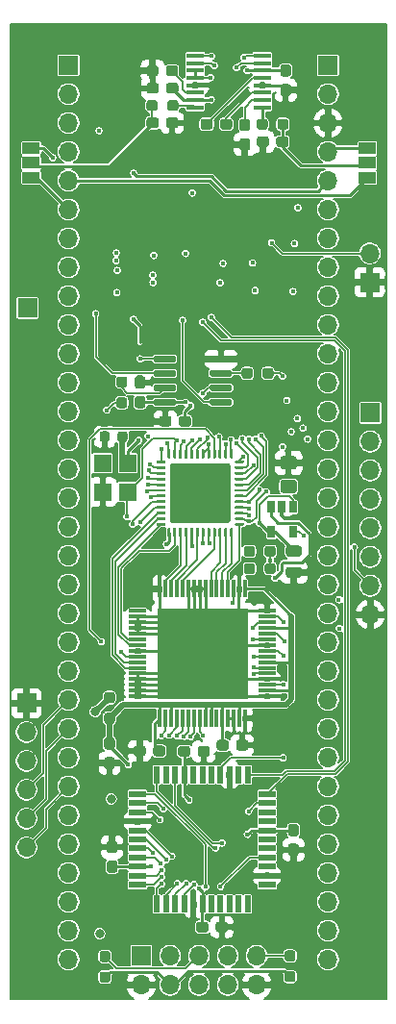
<source format=gtl>
G04 #@! TF.GenerationSoftware,KiCad,Pcbnew,(5.1.12)-1*
G04 #@! TF.CreationDate,2022-05-19T15:12:52-07:00*
G04 #@! TF.ProjectId,vera-module-rev4,76657261-2d6d-46f6-9475-6c652d726576,rev?*
G04 #@! TF.SameCoordinates,Original*
G04 #@! TF.FileFunction,Copper,L1,Top*
G04 #@! TF.FilePolarity,Positive*
%FSLAX46Y46*%
G04 Gerber Fmt 4.6, Leading zero omitted, Abs format (unit mm)*
G04 Created by KiCad (PCBNEW (5.1.12)-1) date 2022-05-19 15:12:52*
%MOMM*%
%LPD*%
G01*
G04 APERTURE LIST*
G04 #@! TA.AperFunction,ComponentPad*
%ADD10R,1.700000X1.700000*%
G04 #@! TD*
G04 #@! TA.AperFunction,SMDPad,CuDef*
%ADD11R,1.500000X0.450000*%
G04 #@! TD*
G04 #@! TA.AperFunction,SMDPad,CuDef*
%ADD12R,8.000000X8.000000*%
G04 #@! TD*
G04 #@! TA.AperFunction,SMDPad,CuDef*
%ADD13R,1.500000X0.300000*%
G04 #@! TD*
G04 #@! TA.AperFunction,SMDPad,CuDef*
%ADD14R,0.300000X1.500000*%
G04 #@! TD*
G04 #@! TA.AperFunction,SMDPad,CuDef*
%ADD15R,1.500000X1.000000*%
G04 #@! TD*
G04 #@! TA.AperFunction,ComponentPad*
%ADD16O,1.700000X1.700000*%
G04 #@! TD*
G04 #@! TA.AperFunction,SMDPad,CuDef*
%ADD17R,0.550000X1.500000*%
G04 #@! TD*
G04 #@! TA.AperFunction,SMDPad,CuDef*
%ADD18R,1.500000X0.550000*%
G04 #@! TD*
G04 #@! TA.AperFunction,SMDPad,CuDef*
%ADD19R,1.500000X1.600000*%
G04 #@! TD*
G04 #@! TA.AperFunction,SMDPad,CuDef*
%ADD20R,0.650000X1.060000*%
G04 #@! TD*
G04 #@! TA.AperFunction,ViaPad*
%ADD21C,0.450000*%
G04 #@! TD*
G04 #@! TA.AperFunction,ViaPad*
%ADD22C,0.800000*%
G04 #@! TD*
G04 #@! TA.AperFunction,Conductor*
%ADD23C,0.254000*%
G04 #@! TD*
G04 #@! TA.AperFunction,Conductor*
%ADD24C,0.250000*%
G04 #@! TD*
G04 #@! TA.AperFunction,Conductor*
%ADD25C,0.350000*%
G04 #@! TD*
G04 #@! TA.AperFunction,Conductor*
%ADD26C,0.500000*%
G04 #@! TD*
G04 #@! TA.AperFunction,Conductor*
%ADD27C,0.127000*%
G04 #@! TD*
G04 #@! TA.AperFunction,Conductor*
%ADD28C,0.100000*%
G04 #@! TD*
G04 APERTURE END LIST*
D10*
X124891800Y-94780100D03*
D11*
X139671000Y-77116100D03*
X139671000Y-76466100D03*
X139671000Y-75816100D03*
X139671000Y-75166100D03*
X139671000Y-74516100D03*
X139671000Y-73866100D03*
X139671000Y-73216100D03*
X139671000Y-72566100D03*
X145571000Y-72566100D03*
X145571000Y-73216100D03*
X145571000Y-73866100D03*
X145571000Y-74516100D03*
X145571000Y-75166100D03*
X145571000Y-75816100D03*
X145571000Y-76466100D03*
X145571000Y-77116100D03*
G04 #@! TA.AperFunction,SMDPad,CuDef*
G36*
G01*
X137205900Y-77199500D02*
X137205900Y-76724500D01*
G75*
G02*
X137443400Y-76487000I237500J0D01*
G01*
X137943400Y-76487000D01*
G75*
G02*
X138180900Y-76724500I0J-237500D01*
G01*
X138180900Y-77199500D01*
G75*
G02*
X137943400Y-77437000I-237500J0D01*
G01*
X137443400Y-77437000D01*
G75*
G02*
X137205900Y-77199500I0J237500D01*
G01*
G37*
G04 #@! TD.AperFunction*
G04 #@! TA.AperFunction,SMDPad,CuDef*
G36*
G01*
X135380900Y-77199500D02*
X135380900Y-76724500D01*
G75*
G02*
X135618400Y-76487000I237500J0D01*
G01*
X136118400Y-76487000D01*
G75*
G02*
X136355900Y-76724500I0J-237500D01*
G01*
X136355900Y-77199500D01*
G75*
G02*
X136118400Y-77437000I-237500J0D01*
G01*
X135618400Y-77437000D01*
G75*
G02*
X135380900Y-77199500I0J237500D01*
G01*
G37*
G04 #@! TD.AperFunction*
G04 #@! TA.AperFunction,SMDPad,CuDef*
G36*
G01*
X146058700Y-78375500D02*
X146058700Y-78850500D01*
G75*
G02*
X145821200Y-79088000I-237500J0D01*
G01*
X145321200Y-79088000D01*
G75*
G02*
X145083700Y-78850500I0J237500D01*
G01*
X145083700Y-78375500D01*
G75*
G02*
X145321200Y-78138000I237500J0D01*
G01*
X145821200Y-78138000D01*
G75*
G02*
X146058700Y-78375500I0J-237500D01*
G01*
G37*
G04 #@! TD.AperFunction*
G04 #@! TA.AperFunction,SMDPad,CuDef*
G36*
G01*
X147883700Y-78375500D02*
X147883700Y-78850500D01*
G75*
G02*
X147646200Y-79088000I-237500J0D01*
G01*
X147146200Y-79088000D01*
G75*
G02*
X146908700Y-78850500I0J237500D01*
G01*
X146908700Y-78375500D01*
G75*
G02*
X147146200Y-78138000I237500J0D01*
G01*
X147646200Y-78138000D01*
G75*
G02*
X147883700Y-78375500I0J-237500D01*
G01*
G37*
G04 #@! TD.AperFunction*
G04 #@! TA.AperFunction,SMDPad,CuDef*
G36*
G01*
X147400000Y-75063400D02*
X147875000Y-75063400D01*
G75*
G02*
X148112500Y-75300900I0J-237500D01*
G01*
X148112500Y-75900900D01*
G75*
G02*
X147875000Y-76138400I-237500J0D01*
G01*
X147400000Y-76138400D01*
G75*
G02*
X147162500Y-75900900I0J237500D01*
G01*
X147162500Y-75300900D01*
G75*
G02*
X147400000Y-75063400I237500J0D01*
G01*
G37*
G04 #@! TD.AperFunction*
G04 #@! TA.AperFunction,SMDPad,CuDef*
G36*
G01*
X147400000Y-73338400D02*
X147875000Y-73338400D01*
G75*
G02*
X148112500Y-73575900I0J-237500D01*
G01*
X148112500Y-74175900D01*
G75*
G02*
X147875000Y-74413400I-237500J0D01*
G01*
X147400000Y-74413400D01*
G75*
G02*
X147162500Y-74175900I0J237500D01*
G01*
X147162500Y-73575900D01*
G75*
G02*
X147400000Y-73338400I237500J0D01*
G01*
G37*
G04 #@! TD.AperFunction*
G04 #@! TA.AperFunction,SMDPad,CuDef*
G36*
G01*
X136455100Y-75200500D02*
X136455100Y-75675500D01*
G75*
G02*
X136217600Y-75913000I-237500J0D01*
G01*
X135617600Y-75913000D01*
G75*
G02*
X135380100Y-75675500I0J237500D01*
G01*
X135380100Y-75200500D01*
G75*
G02*
X135617600Y-74963000I237500J0D01*
G01*
X136217600Y-74963000D01*
G75*
G02*
X136455100Y-75200500I0J-237500D01*
G01*
G37*
G04 #@! TD.AperFunction*
G04 #@! TA.AperFunction,SMDPad,CuDef*
G36*
G01*
X138180100Y-75200500D02*
X138180100Y-75675500D01*
G75*
G02*
X137942600Y-75913000I-237500J0D01*
G01*
X137342600Y-75913000D01*
G75*
G02*
X137105100Y-75675500I0J237500D01*
G01*
X137105100Y-75200500D01*
G75*
G02*
X137342600Y-74963000I237500J0D01*
G01*
X137942600Y-74963000D01*
G75*
G02*
X138180100Y-75200500I0J-237500D01*
G01*
G37*
G04 #@! TD.AperFunction*
G04 #@! TA.AperFunction,SMDPad,CuDef*
G36*
G01*
X143793200Y-79853500D02*
X144268200Y-79853500D01*
G75*
G02*
X144505700Y-80091000I0J-237500D01*
G01*
X144505700Y-80691000D01*
G75*
G02*
X144268200Y-80928500I-237500J0D01*
G01*
X143793200Y-80928500D01*
G75*
G02*
X143555700Y-80691000I0J237500D01*
G01*
X143555700Y-80091000D01*
G75*
G02*
X143793200Y-79853500I237500J0D01*
G01*
G37*
G04 #@! TD.AperFunction*
G04 #@! TA.AperFunction,SMDPad,CuDef*
G36*
G01*
X143793200Y-78128500D02*
X144268200Y-78128500D01*
G75*
G02*
X144505700Y-78366000I0J-237500D01*
G01*
X144505700Y-78966000D01*
G75*
G02*
X144268200Y-79203500I-237500J0D01*
G01*
X143793200Y-79203500D01*
G75*
G02*
X143555700Y-78966000I0J237500D01*
G01*
X143555700Y-78366000D01*
G75*
G02*
X143793200Y-78128500I237500J0D01*
G01*
G37*
G04 #@! TD.AperFunction*
G04 #@! TA.AperFunction,SMDPad,CuDef*
G36*
G01*
X136429700Y-73663800D02*
X136429700Y-74138800D01*
G75*
G02*
X136192200Y-74376300I-237500J0D01*
G01*
X135592200Y-74376300D01*
G75*
G02*
X135354700Y-74138800I0J237500D01*
G01*
X135354700Y-73663800D01*
G75*
G02*
X135592200Y-73426300I237500J0D01*
G01*
X136192200Y-73426300D01*
G75*
G02*
X136429700Y-73663800I0J-237500D01*
G01*
G37*
G04 #@! TD.AperFunction*
G04 #@! TA.AperFunction,SMDPad,CuDef*
G36*
G01*
X138154700Y-73663800D02*
X138154700Y-74138800D01*
G75*
G02*
X137917200Y-74376300I-237500J0D01*
G01*
X137317200Y-74376300D01*
G75*
G02*
X137079700Y-74138800I0J237500D01*
G01*
X137079700Y-73663800D01*
G75*
G02*
X137317200Y-73426300I237500J0D01*
G01*
X137917200Y-73426300D01*
G75*
G02*
X138154700Y-73663800I0J-237500D01*
G01*
G37*
G04 #@! TD.AperFunction*
G04 #@! TA.AperFunction,SMDPad,CuDef*
G36*
G01*
X137105100Y-78723500D02*
X137105100Y-78248500D01*
G75*
G02*
X137342600Y-78011000I237500J0D01*
G01*
X137942600Y-78011000D01*
G75*
G02*
X138180100Y-78248500I0J-237500D01*
G01*
X138180100Y-78723500D01*
G75*
G02*
X137942600Y-78961000I-237500J0D01*
G01*
X137342600Y-78961000D01*
G75*
G02*
X137105100Y-78723500I0J237500D01*
G01*
G37*
G04 #@! TD.AperFunction*
G04 #@! TA.AperFunction,SMDPad,CuDef*
G36*
G01*
X135380100Y-78723500D02*
X135380100Y-78248500D01*
G75*
G02*
X135617600Y-78011000I237500J0D01*
G01*
X136217600Y-78011000D01*
G75*
G02*
X136455100Y-78248500I0J-237500D01*
G01*
X136455100Y-78723500D01*
G75*
G02*
X136217600Y-78961000I-237500J0D01*
G01*
X135617600Y-78961000D01*
G75*
G02*
X135380100Y-78723500I0J237500D01*
G01*
G37*
G04 #@! TD.AperFunction*
G04 #@! TA.AperFunction,SMDPad,CuDef*
G36*
G01*
X141204900Y-78375500D02*
X141204900Y-78850500D01*
G75*
G02*
X140967400Y-79088000I-237500J0D01*
G01*
X140367400Y-79088000D01*
G75*
G02*
X140129900Y-78850500I0J237500D01*
G01*
X140129900Y-78375500D01*
G75*
G02*
X140367400Y-78138000I237500J0D01*
G01*
X140967400Y-78138000D01*
G75*
G02*
X141204900Y-78375500I0J-237500D01*
G01*
G37*
G04 #@! TD.AperFunction*
G04 #@! TA.AperFunction,SMDPad,CuDef*
G36*
G01*
X142929900Y-78375500D02*
X142929900Y-78850500D01*
G75*
G02*
X142692400Y-79088000I-237500J0D01*
G01*
X142092400Y-79088000D01*
G75*
G02*
X141854900Y-78850500I0J237500D01*
G01*
X141854900Y-78375500D01*
G75*
G02*
X142092400Y-78138000I237500J0D01*
G01*
X142692400Y-78138000D01*
G75*
G02*
X142929900Y-78375500I0J-237500D01*
G01*
G37*
G04 #@! TD.AperFunction*
G04 #@! TA.AperFunction,SMDPad,CuDef*
G36*
G01*
X146156800Y-79912200D02*
X146156800Y-80387200D01*
G75*
G02*
X145919300Y-80624700I-237500J0D01*
G01*
X145319300Y-80624700D01*
G75*
G02*
X145081800Y-80387200I0J237500D01*
G01*
X145081800Y-79912200D01*
G75*
G02*
X145319300Y-79674700I237500J0D01*
G01*
X145919300Y-79674700D01*
G75*
G02*
X146156800Y-79912200I0J-237500D01*
G01*
G37*
G04 #@! TD.AperFunction*
G04 #@! TA.AperFunction,SMDPad,CuDef*
G36*
G01*
X147881800Y-79912200D02*
X147881800Y-80387200D01*
G75*
G02*
X147644300Y-80624700I-237500J0D01*
G01*
X147044300Y-80624700D01*
G75*
G02*
X146806800Y-80387200I0J237500D01*
G01*
X146806800Y-79912200D01*
G75*
G02*
X147044300Y-79674700I237500J0D01*
G01*
X147644300Y-79674700D01*
G75*
G02*
X147881800Y-79912200I0J-237500D01*
G01*
G37*
G04 #@! TD.AperFunction*
G04 #@! TA.AperFunction,SMDPad,CuDef*
G36*
G01*
X133435100Y-101795400D02*
X132960100Y-101795400D01*
G75*
G02*
X132722600Y-101557900I0J237500D01*
G01*
X132722600Y-101057900D01*
G75*
G02*
X132960100Y-100820400I237500J0D01*
G01*
X133435100Y-100820400D01*
G75*
G02*
X133672600Y-101057900I0J-237500D01*
G01*
X133672600Y-101557900D01*
G75*
G02*
X133435100Y-101795400I-237500J0D01*
G01*
G37*
G04 #@! TD.AperFunction*
G04 #@! TA.AperFunction,SMDPad,CuDef*
G36*
G01*
X133435100Y-103620400D02*
X132960100Y-103620400D01*
G75*
G02*
X132722600Y-103382900I0J237500D01*
G01*
X132722600Y-102882900D01*
G75*
G02*
X132960100Y-102645400I237500J0D01*
G01*
X133435100Y-102645400D01*
G75*
G02*
X133672600Y-102882900I0J-237500D01*
G01*
X133672600Y-103382900D01*
G75*
G02*
X133435100Y-103620400I-237500J0D01*
G01*
G37*
G04 #@! TD.AperFunction*
G04 #@! TA.AperFunction,SMDPad,CuDef*
G36*
G01*
X144734100Y-100308400D02*
X144734100Y-100783400D01*
G75*
G02*
X144496600Y-101020900I-237500J0D01*
G01*
X143996600Y-101020900D01*
G75*
G02*
X143759100Y-100783400I0J237500D01*
G01*
X143759100Y-100308400D01*
G75*
G02*
X143996600Y-100070900I237500J0D01*
G01*
X144496600Y-100070900D01*
G75*
G02*
X144734100Y-100308400I0J-237500D01*
G01*
G37*
G04 #@! TD.AperFunction*
G04 #@! TA.AperFunction,SMDPad,CuDef*
G36*
G01*
X146559100Y-100308400D02*
X146559100Y-100783400D01*
G75*
G02*
X146321600Y-101020900I-237500J0D01*
G01*
X145821600Y-101020900D01*
G75*
G02*
X145584100Y-100783400I0J237500D01*
G01*
X145584100Y-100308400D01*
G75*
G02*
X145821600Y-100070900I237500J0D01*
G01*
X146321600Y-100070900D01*
G75*
G02*
X146559100Y-100308400I0J-237500D01*
G01*
G37*
G04 #@! TD.AperFunction*
G04 #@! TA.AperFunction,SMDPad,CuDef*
G36*
G01*
X135048000Y-101898400D02*
X134573000Y-101898400D01*
G75*
G02*
X134335500Y-101660900I0J237500D01*
G01*
X134335500Y-101060900D01*
G75*
G02*
X134573000Y-100823400I237500J0D01*
G01*
X135048000Y-100823400D01*
G75*
G02*
X135285500Y-101060900I0J-237500D01*
G01*
X135285500Y-101660900D01*
G75*
G02*
X135048000Y-101898400I-237500J0D01*
G01*
G37*
G04 #@! TD.AperFunction*
G04 #@! TA.AperFunction,SMDPad,CuDef*
G36*
G01*
X135048000Y-103623400D02*
X134573000Y-103623400D01*
G75*
G02*
X134335500Y-103385900I0J237500D01*
G01*
X134335500Y-102785900D01*
G75*
G02*
X134573000Y-102548400I237500J0D01*
G01*
X135048000Y-102548400D01*
G75*
G02*
X135285500Y-102785900I0J-237500D01*
G01*
X135285500Y-103385900D01*
G75*
G02*
X135048000Y-103623400I-237500J0D01*
G01*
G37*
G04 #@! TD.AperFunction*
G04 #@! TA.AperFunction,SMDPad,CuDef*
G36*
G01*
X137571600Y-104537500D02*
X137571600Y-105012500D01*
G75*
G02*
X137334100Y-105250000I-237500J0D01*
G01*
X136734100Y-105250000D01*
G75*
G02*
X136496600Y-105012500I0J237500D01*
G01*
X136496600Y-104537500D01*
G75*
G02*
X136734100Y-104300000I237500J0D01*
G01*
X137334100Y-104300000D01*
G75*
G02*
X137571600Y-104537500I0J-237500D01*
G01*
G37*
G04 #@! TD.AperFunction*
G04 #@! TA.AperFunction,SMDPad,CuDef*
G36*
G01*
X139296600Y-104537500D02*
X139296600Y-105012500D01*
G75*
G02*
X139059100Y-105250000I-237500J0D01*
G01*
X138459100Y-105250000D01*
G75*
G02*
X138221600Y-105012500I0J237500D01*
G01*
X138221600Y-104537500D01*
G75*
G02*
X138459100Y-104300000I237500J0D01*
G01*
X139059100Y-104300000D01*
G75*
G02*
X139296600Y-104537500I0J-237500D01*
G01*
G37*
G04 #@! TD.AperFunction*
G04 #@! TA.AperFunction,SMDPad,CuDef*
G36*
G01*
X148366500Y-109011300D02*
X147416500Y-109011300D01*
G75*
G02*
X147166500Y-108761300I0J250000D01*
G01*
X147166500Y-108086300D01*
G75*
G02*
X147416500Y-107836300I250000J0D01*
G01*
X148366500Y-107836300D01*
G75*
G02*
X148616500Y-108086300I0J-250000D01*
G01*
X148616500Y-108761300D01*
G75*
G02*
X148366500Y-109011300I-250000J0D01*
G01*
G37*
G04 #@! TD.AperFunction*
G04 #@! TA.AperFunction,SMDPad,CuDef*
G36*
G01*
X148366500Y-111086300D02*
X147416500Y-111086300D01*
G75*
G02*
X147166500Y-110836300I0J250000D01*
G01*
X147166500Y-110161300D01*
G75*
G02*
X147416500Y-109911300I250000J0D01*
G01*
X148366500Y-109911300D01*
G75*
G02*
X148616500Y-110161300I0J-250000D01*
G01*
X148616500Y-110836300D01*
G75*
G02*
X148366500Y-111086300I-250000J0D01*
G01*
G37*
G04 #@! TD.AperFunction*
G04 #@! TA.AperFunction,SMDPad,CuDef*
G36*
G01*
X144941100Y-117504200D02*
X144941100Y-117979200D01*
G75*
G02*
X144703600Y-118216700I-237500J0D01*
G01*
X144203600Y-118216700D01*
G75*
G02*
X143966100Y-117979200I0J237500D01*
G01*
X143966100Y-117504200D01*
G75*
G02*
X144203600Y-117266700I237500J0D01*
G01*
X144703600Y-117266700D01*
G75*
G02*
X144941100Y-117504200I0J-237500D01*
G01*
G37*
G04 #@! TD.AperFunction*
G04 #@! TA.AperFunction,SMDPad,CuDef*
G36*
G01*
X146766100Y-117504200D02*
X146766100Y-117979200D01*
G75*
G02*
X146528600Y-118216700I-237500J0D01*
G01*
X146028600Y-118216700D01*
G75*
G02*
X145791100Y-117979200I0J237500D01*
G01*
X145791100Y-117504200D01*
G75*
G02*
X146028600Y-117266700I237500J0D01*
G01*
X146528600Y-117266700D01*
G75*
G02*
X146766100Y-117504200I0J-237500D01*
G01*
G37*
G04 #@! TD.AperFunction*
G04 #@! TA.AperFunction,SMDPad,CuDef*
G36*
G01*
X144928400Y-115980200D02*
X144928400Y-116455200D01*
G75*
G02*
X144690900Y-116692700I-237500J0D01*
G01*
X144190900Y-116692700D01*
G75*
G02*
X143953400Y-116455200I0J237500D01*
G01*
X143953400Y-115980200D01*
G75*
G02*
X144190900Y-115742700I237500J0D01*
G01*
X144690900Y-115742700D01*
G75*
G02*
X144928400Y-115980200I0J-237500D01*
G01*
G37*
G04 #@! TD.AperFunction*
G04 #@! TA.AperFunction,SMDPad,CuDef*
G36*
G01*
X146753400Y-115980200D02*
X146753400Y-116455200D01*
G75*
G02*
X146515900Y-116692700I-237500J0D01*
G01*
X146015900Y-116692700D01*
G75*
G02*
X145778400Y-116455200I0J237500D01*
G01*
X145778400Y-115980200D01*
G75*
G02*
X146015900Y-115742700I237500J0D01*
G01*
X146515900Y-115742700D01*
G75*
G02*
X146753400Y-115980200I0J-237500D01*
G01*
G37*
G04 #@! TD.AperFunction*
G04 #@! TA.AperFunction,SMDPad,CuDef*
G36*
G01*
X132355600Y-129583000D02*
X131880600Y-129583000D01*
G75*
G02*
X131643100Y-129345500I0J237500D01*
G01*
X131643100Y-128845500D01*
G75*
G02*
X131880600Y-128608000I237500J0D01*
G01*
X132355600Y-128608000D01*
G75*
G02*
X132593100Y-128845500I0J-237500D01*
G01*
X132593100Y-129345500D01*
G75*
G02*
X132355600Y-129583000I-237500J0D01*
G01*
G37*
G04 #@! TD.AperFunction*
G04 #@! TA.AperFunction,SMDPad,CuDef*
G36*
G01*
X132355600Y-131408000D02*
X131880600Y-131408000D01*
G75*
G02*
X131643100Y-131170500I0J237500D01*
G01*
X131643100Y-130670500D01*
G75*
G02*
X131880600Y-130433000I237500J0D01*
G01*
X132355600Y-130433000D01*
G75*
G02*
X132593100Y-130670500I0J-237500D01*
G01*
X132593100Y-131170500D01*
G75*
G02*
X132355600Y-131408000I-237500J0D01*
G01*
G37*
G04 #@! TD.AperFunction*
D12*
X140309600Y-125222000D03*
D13*
X134609600Y-128972000D03*
X134609600Y-128472000D03*
X134609600Y-127972000D03*
X134609600Y-127472000D03*
X134609600Y-126972000D03*
X134609600Y-126472000D03*
X134609600Y-125972000D03*
X134609600Y-125472000D03*
X134609600Y-124972000D03*
X134609600Y-124472000D03*
X134609600Y-123972000D03*
X134609600Y-123472000D03*
X134609600Y-122972000D03*
X134609600Y-122472000D03*
X134609600Y-121972000D03*
X134609600Y-121472000D03*
D14*
X136559600Y-119522000D03*
X137059600Y-119522000D03*
X137559600Y-119522000D03*
X138059600Y-119522000D03*
X138559600Y-119522000D03*
X139059600Y-119522000D03*
X139559600Y-119522000D03*
X140059600Y-119522000D03*
X140559600Y-119522000D03*
X141059600Y-119522000D03*
X141559600Y-119522000D03*
X142059600Y-119522000D03*
X142559600Y-119522000D03*
X143059600Y-119522000D03*
X143559600Y-119522000D03*
X144059600Y-119522000D03*
D13*
X146009600Y-121472000D03*
X146009600Y-121972000D03*
X146009600Y-122472000D03*
X146009600Y-122972000D03*
X146009600Y-123472000D03*
X146009600Y-123972000D03*
X146009600Y-124472000D03*
X146009600Y-124972000D03*
X146009600Y-125472000D03*
X146009600Y-125972000D03*
X146009600Y-126472000D03*
X146009600Y-126972000D03*
X146009600Y-127472000D03*
X146009600Y-127972000D03*
X146009600Y-128472000D03*
X146009600Y-128972000D03*
D14*
X144059600Y-130922000D03*
X143559600Y-130922000D03*
X143059600Y-130922000D03*
X142559600Y-130922000D03*
X142059600Y-130922000D03*
X141559600Y-130922000D03*
X141059600Y-130922000D03*
X140559600Y-130922000D03*
X140059600Y-130922000D03*
X139559600Y-130922000D03*
X139059600Y-130922000D03*
X138559600Y-130922000D03*
X138059600Y-130922000D03*
X137559600Y-130922000D03*
X137059600Y-130922000D03*
X136559600Y-130922000D03*
G04 #@! TA.AperFunction,SMDPad,CuDef*
G36*
G01*
X148256000Y-152328700D02*
X147781000Y-152328700D01*
G75*
G02*
X147543500Y-152091200I0J237500D01*
G01*
X147543500Y-151591200D01*
G75*
G02*
X147781000Y-151353700I237500J0D01*
G01*
X148256000Y-151353700D01*
G75*
G02*
X148493500Y-151591200I0J-237500D01*
G01*
X148493500Y-152091200D01*
G75*
G02*
X148256000Y-152328700I-237500J0D01*
G01*
G37*
G04 #@! TD.AperFunction*
G04 #@! TA.AperFunction,SMDPad,CuDef*
G36*
G01*
X148256000Y-154153700D02*
X147781000Y-154153700D01*
G75*
G02*
X147543500Y-153916200I0J237500D01*
G01*
X147543500Y-153416200D01*
G75*
G02*
X147781000Y-153178700I237500J0D01*
G01*
X148256000Y-153178700D01*
G75*
G02*
X148493500Y-153416200I0J-237500D01*
G01*
X148493500Y-153916200D01*
G75*
G02*
X148256000Y-154153700I-237500J0D01*
G01*
G37*
G04 #@! TD.AperFunction*
G04 #@! TA.AperFunction,SMDPad,CuDef*
G36*
G01*
X131949200Y-152379500D02*
X131474200Y-152379500D01*
G75*
G02*
X131236700Y-152142000I0J237500D01*
G01*
X131236700Y-151642000D01*
G75*
G02*
X131474200Y-151404500I237500J0D01*
G01*
X131949200Y-151404500D01*
G75*
G02*
X132186700Y-151642000I0J-237500D01*
G01*
X132186700Y-152142000D01*
G75*
G02*
X131949200Y-152379500I-237500J0D01*
G01*
G37*
G04 #@! TD.AperFunction*
G04 #@! TA.AperFunction,SMDPad,CuDef*
G36*
G01*
X131949200Y-154204500D02*
X131474200Y-154204500D01*
G75*
G02*
X131236700Y-153967000I0J237500D01*
G01*
X131236700Y-153467000D01*
G75*
G02*
X131474200Y-153229500I237500J0D01*
G01*
X131949200Y-153229500D01*
G75*
G02*
X132186700Y-153467000I0J-237500D01*
G01*
X132186700Y-153967000D01*
G75*
G02*
X131949200Y-154204500I-237500J0D01*
G01*
G37*
G04 #@! TD.AperFunction*
G04 #@! TA.AperFunction,SMDPad,CuDef*
G36*
G01*
X148085800Y-141956500D02*
X148560800Y-141956500D01*
G75*
G02*
X148798300Y-142194000I0J-237500D01*
G01*
X148798300Y-142794000D01*
G75*
G02*
X148560800Y-143031500I-237500J0D01*
G01*
X148085800Y-143031500D01*
G75*
G02*
X147848300Y-142794000I0J237500D01*
G01*
X147848300Y-142194000D01*
G75*
G02*
X148085800Y-141956500I237500J0D01*
G01*
G37*
G04 #@! TD.AperFunction*
G04 #@! TA.AperFunction,SMDPad,CuDef*
G36*
G01*
X148085800Y-140231500D02*
X148560800Y-140231500D01*
G75*
G02*
X148798300Y-140469000I0J-237500D01*
G01*
X148798300Y-141069000D01*
G75*
G02*
X148560800Y-141306500I-237500J0D01*
G01*
X148085800Y-141306500D01*
G75*
G02*
X147848300Y-141069000I0J237500D01*
G01*
X147848300Y-140469000D01*
G75*
G02*
X148085800Y-140231500I237500J0D01*
G01*
G37*
G04 #@! TD.AperFunction*
G04 #@! TA.AperFunction,SMDPad,CuDef*
G36*
G01*
X139884200Y-134070100D02*
X139884200Y-133595100D01*
G75*
G02*
X140121700Y-133357600I237500J0D01*
G01*
X140721700Y-133357600D01*
G75*
G02*
X140959200Y-133595100I0J-237500D01*
G01*
X140959200Y-134070100D01*
G75*
G02*
X140721700Y-134307600I-237500J0D01*
G01*
X140121700Y-134307600D01*
G75*
G02*
X139884200Y-134070100I0J237500D01*
G01*
G37*
G04 #@! TD.AperFunction*
G04 #@! TA.AperFunction,SMDPad,CuDef*
G36*
G01*
X138159200Y-134070100D02*
X138159200Y-133595100D01*
G75*
G02*
X138396700Y-133357600I237500J0D01*
G01*
X138996700Y-133357600D01*
G75*
G02*
X139234200Y-133595100I0J-237500D01*
G01*
X139234200Y-134070100D01*
G75*
G02*
X138996700Y-134307600I-237500J0D01*
G01*
X138396700Y-134307600D01*
G75*
G02*
X138159200Y-134070100I0J237500D01*
G01*
G37*
G04 #@! TD.AperFunction*
G04 #@! TA.AperFunction,SMDPad,CuDef*
G36*
G01*
X132584200Y-142792400D02*
X132109200Y-142792400D01*
G75*
G02*
X131871700Y-142554900I0J237500D01*
G01*
X131871700Y-141954900D01*
G75*
G02*
X132109200Y-141717400I237500J0D01*
G01*
X132584200Y-141717400D01*
G75*
G02*
X132821700Y-141954900I0J-237500D01*
G01*
X132821700Y-142554900D01*
G75*
G02*
X132584200Y-142792400I-237500J0D01*
G01*
G37*
G04 #@! TD.AperFunction*
G04 #@! TA.AperFunction,SMDPad,CuDef*
G36*
G01*
X132584200Y-144517400D02*
X132109200Y-144517400D01*
G75*
G02*
X131871700Y-144279900I0J237500D01*
G01*
X131871700Y-143679900D01*
G75*
G02*
X132109200Y-143442400I237500J0D01*
G01*
X132584200Y-143442400D01*
G75*
G02*
X132821700Y-143679900I0J-237500D01*
G01*
X132821700Y-144279900D01*
G75*
G02*
X132584200Y-144517400I-237500J0D01*
G01*
G37*
G04 #@! TD.AperFunction*
G04 #@! TA.AperFunction,SMDPad,CuDef*
G36*
G01*
X141473900Y-149538700D02*
X141473900Y-149063700D01*
G75*
G02*
X141711400Y-148826200I237500J0D01*
G01*
X142311400Y-148826200D01*
G75*
G02*
X142548900Y-149063700I0J-237500D01*
G01*
X142548900Y-149538700D01*
G75*
G02*
X142311400Y-149776200I-237500J0D01*
G01*
X141711400Y-149776200D01*
G75*
G02*
X141473900Y-149538700I0J237500D01*
G01*
G37*
G04 #@! TD.AperFunction*
G04 #@! TA.AperFunction,SMDPad,CuDef*
G36*
G01*
X139748900Y-149538700D02*
X139748900Y-149063700D01*
G75*
G02*
X139986400Y-148826200I237500J0D01*
G01*
X140586400Y-148826200D01*
G75*
G02*
X140823900Y-149063700I0J-237500D01*
G01*
X140823900Y-149538700D01*
G75*
G02*
X140586400Y-149776200I-237500J0D01*
G01*
X139986400Y-149776200D01*
G75*
G02*
X139748900Y-149538700I0J237500D01*
G01*
G37*
G04 #@! TD.AperFunction*
D15*
X125222000Y-83308500D03*
X125222000Y-82008500D03*
X125222000Y-80708500D03*
X154825700Y-83308500D03*
X154825700Y-82008500D03*
X154825700Y-80708500D03*
D16*
X145072100Y-154393900D03*
X145072100Y-151853900D03*
X142532100Y-154393900D03*
X142532100Y-151853900D03*
X139992100Y-154393900D03*
X139992100Y-151853900D03*
X137452100Y-154393900D03*
X137452100Y-151853900D03*
X134912100Y-154393900D03*
D10*
X134912100Y-151853900D03*
D16*
X124802900Y-142290800D03*
X124802900Y-139750800D03*
X124802900Y-137210800D03*
X124802900Y-134670800D03*
X124802900Y-132130800D03*
D10*
X124802900Y-129590800D03*
G04 #@! TA.AperFunction,SMDPad,CuDef*
G36*
G01*
X143277300Y-133524000D02*
X143277300Y-133049000D01*
G75*
G02*
X143514800Y-132811500I237500J0D01*
G01*
X144114800Y-132811500D01*
G75*
G02*
X144352300Y-133049000I0J-237500D01*
G01*
X144352300Y-133524000D01*
G75*
G02*
X144114800Y-133761500I-237500J0D01*
G01*
X143514800Y-133761500D01*
G75*
G02*
X143277300Y-133524000I0J237500D01*
G01*
G37*
G04 #@! TD.AperFunction*
G04 #@! TA.AperFunction,SMDPad,CuDef*
G36*
G01*
X141552300Y-133524000D02*
X141552300Y-133049000D01*
G75*
G02*
X141789800Y-132811500I237500J0D01*
G01*
X142389800Y-132811500D01*
G75*
G02*
X142627300Y-133049000I0J-237500D01*
G01*
X142627300Y-133524000D01*
G75*
G02*
X142389800Y-133761500I-237500J0D01*
G01*
X141789800Y-133761500D01*
G75*
G02*
X141552300Y-133524000I0J237500D01*
G01*
G37*
G04 #@! TD.AperFunction*
G04 #@! TA.AperFunction,SMDPad,CuDef*
G36*
G01*
X135309900Y-133557000D02*
X135309900Y-134032000D01*
G75*
G02*
X135072400Y-134269500I-237500J0D01*
G01*
X134472400Y-134269500D01*
G75*
G02*
X134234900Y-134032000I0J237500D01*
G01*
X134234900Y-133557000D01*
G75*
G02*
X134472400Y-133319500I237500J0D01*
G01*
X135072400Y-133319500D01*
G75*
G02*
X135309900Y-133557000I0J-237500D01*
G01*
G37*
G04 #@! TD.AperFunction*
G04 #@! TA.AperFunction,SMDPad,CuDef*
G36*
G01*
X137034900Y-133557000D02*
X137034900Y-134032000D01*
G75*
G02*
X136797400Y-134269500I-237500J0D01*
G01*
X136197400Y-134269500D01*
G75*
G02*
X135959900Y-134032000I0J237500D01*
G01*
X135959900Y-133557000D01*
G75*
G02*
X136197400Y-133319500I237500J0D01*
G01*
X136797400Y-133319500D01*
G75*
G02*
X137034900Y-133557000I0J-237500D01*
G01*
G37*
G04 #@! TD.AperFunction*
G04 #@! TA.AperFunction,SMDPad,CuDef*
G36*
G01*
X131880600Y-134321600D02*
X132355600Y-134321600D01*
G75*
G02*
X132593100Y-134559100I0J-237500D01*
G01*
X132593100Y-135159100D01*
G75*
G02*
X132355600Y-135396600I-237500J0D01*
G01*
X131880600Y-135396600D01*
G75*
G02*
X131643100Y-135159100I0J237500D01*
G01*
X131643100Y-134559100D01*
G75*
G02*
X131880600Y-134321600I237500J0D01*
G01*
G37*
G04 #@! TD.AperFunction*
G04 #@! TA.AperFunction,SMDPad,CuDef*
G36*
G01*
X131880600Y-132596600D02*
X132355600Y-132596600D01*
G75*
G02*
X132593100Y-132834100I0J-237500D01*
G01*
X132593100Y-133434100D01*
G75*
G02*
X132355600Y-133671600I-237500J0D01*
G01*
X131880600Y-133671600D01*
G75*
G02*
X131643100Y-133434100I0J237500D01*
G01*
X131643100Y-132834100D01*
G75*
G02*
X131880600Y-132596600I237500J0D01*
G01*
G37*
G04 #@! TD.AperFunction*
D17*
X136296900Y-135879600D03*
X137096900Y-135879600D03*
X137896900Y-135879600D03*
X138696900Y-135879600D03*
X139496900Y-135879600D03*
X140296900Y-135879600D03*
X141096900Y-135879600D03*
X141896900Y-135879600D03*
X142696900Y-135879600D03*
X143496900Y-135879600D03*
X144296900Y-135879600D03*
D18*
X145996900Y-137579600D03*
X145996900Y-138379600D03*
X145996900Y-139179600D03*
X145996900Y-139979600D03*
X145996900Y-140779600D03*
X145996900Y-141579600D03*
X145996900Y-142379600D03*
X145996900Y-143179600D03*
X145996900Y-143979600D03*
X145996900Y-144779600D03*
X145996900Y-145579600D03*
D17*
X144296900Y-147279600D03*
X143496900Y-147279600D03*
X142696900Y-147279600D03*
X141896900Y-147279600D03*
X141096900Y-147279600D03*
X140296900Y-147279600D03*
X139496900Y-147279600D03*
X138696900Y-147279600D03*
X137896900Y-147279600D03*
X137096900Y-147279600D03*
X136296900Y-147279600D03*
D18*
X134596900Y-145579600D03*
X134596900Y-144779600D03*
X134596900Y-143979600D03*
X134596900Y-143179600D03*
X134596900Y-142379600D03*
X134596900Y-141579600D03*
X134596900Y-140779600D03*
X134596900Y-139979600D03*
X134596900Y-139179600D03*
X134596900Y-138379600D03*
X134596900Y-137579600D03*
D16*
X151367300Y-152158700D03*
X151367300Y-149618700D03*
X151367300Y-147078700D03*
X151367300Y-144538700D03*
X151367300Y-141998700D03*
X151367300Y-139458700D03*
X151367300Y-136918700D03*
X151367300Y-134378700D03*
X151367300Y-131838700D03*
X151367300Y-129298700D03*
X151367300Y-126758700D03*
X151367300Y-124218700D03*
X151367300Y-121678700D03*
X151367300Y-119138700D03*
X151367300Y-116598700D03*
X151367300Y-114058700D03*
X151367300Y-111518700D03*
X151367300Y-108978700D03*
X151367300Y-106438700D03*
X151367300Y-103898700D03*
X151367300Y-101358700D03*
X151367300Y-98818700D03*
X151367300Y-96278700D03*
X151367300Y-93738700D03*
X151367300Y-91198700D03*
X151367300Y-88658700D03*
X151367300Y-86118700D03*
X151367300Y-83578700D03*
X151367300Y-81038700D03*
X151367300Y-78498700D03*
X151367300Y-75958700D03*
D10*
X151367300Y-73418700D03*
D16*
X128507300Y-152158700D03*
X128507300Y-149618700D03*
X128507300Y-147078700D03*
X128507300Y-144538700D03*
X128507300Y-141998700D03*
X128507300Y-139458700D03*
X128507300Y-136918700D03*
X128507300Y-134378700D03*
X128507300Y-131838700D03*
X128507300Y-129298700D03*
X128507300Y-126758700D03*
X128507300Y-124218700D03*
X128507300Y-121678700D03*
X128507300Y-119138700D03*
X128507300Y-116598700D03*
X128507300Y-114058700D03*
X128507300Y-111518700D03*
X128507300Y-108978700D03*
X128507300Y-106438700D03*
X128507300Y-103898700D03*
X128507300Y-101358700D03*
X128507300Y-98818700D03*
X128507300Y-96278700D03*
X128507300Y-93738700D03*
X128507300Y-91198700D03*
X128507300Y-88658700D03*
X128507300Y-86118700D03*
X128507300Y-83578700D03*
X128507300Y-81038700D03*
X128507300Y-78498700D03*
X128507300Y-75958700D03*
D10*
X128507300Y-73418700D03*
D16*
X155041600Y-89992200D03*
D10*
X155041600Y-92532200D03*
G04 #@! TA.AperFunction,SMDPad,CuDef*
G36*
G01*
X132123600Y-105864950D02*
X132123600Y-106377450D01*
G75*
G02*
X131904850Y-106596200I-218750J0D01*
G01*
X131467350Y-106596200D01*
G75*
G02*
X131248600Y-106377450I0J218750D01*
G01*
X131248600Y-105864950D01*
G75*
G02*
X131467350Y-105646200I218750J0D01*
G01*
X131904850Y-105646200D01*
G75*
G02*
X132123600Y-105864950I0J-218750D01*
G01*
G37*
G04 #@! TD.AperFunction*
G04 #@! TA.AperFunction,SMDPad,CuDef*
G36*
G01*
X133698600Y-105864950D02*
X133698600Y-106377450D01*
G75*
G02*
X133479850Y-106596200I-218750J0D01*
G01*
X133042350Y-106596200D01*
G75*
G02*
X132823600Y-106377450I0J218750D01*
G01*
X132823600Y-105864950D01*
G75*
G02*
X133042350Y-105646200I218750J0D01*
G01*
X133479850Y-105646200D01*
G75*
G02*
X133698600Y-105864950I0J-218750D01*
G01*
G37*
G04 #@! TD.AperFunction*
D19*
X133718300Y-108445300D03*
X133718300Y-110985300D03*
X131518300Y-110985300D03*
X131518300Y-108445300D03*
D20*
X148270000Y-114511000D03*
X146370000Y-114511000D03*
X146370000Y-112311000D03*
X147320000Y-112311000D03*
X148270000Y-112311000D03*
G04 #@! TA.AperFunction,SMDPad,CuDef*
G36*
G01*
X137958700Y-102935900D02*
X137958700Y-103235900D01*
G75*
G02*
X137808700Y-103385900I-150000J0D01*
G01*
X136158700Y-103385900D01*
G75*
G02*
X136008700Y-103235900I0J150000D01*
G01*
X136008700Y-102935900D01*
G75*
G02*
X136158700Y-102785900I150000J0D01*
G01*
X137808700Y-102785900D01*
G75*
G02*
X137958700Y-102935900I0J-150000D01*
G01*
G37*
G04 #@! TD.AperFunction*
G04 #@! TA.AperFunction,SMDPad,CuDef*
G36*
G01*
X137958700Y-101665900D02*
X137958700Y-101965900D01*
G75*
G02*
X137808700Y-102115900I-150000J0D01*
G01*
X136158700Y-102115900D01*
G75*
G02*
X136008700Y-101965900I0J150000D01*
G01*
X136008700Y-101665900D01*
G75*
G02*
X136158700Y-101515900I150000J0D01*
G01*
X137808700Y-101515900D01*
G75*
G02*
X137958700Y-101665900I0J-150000D01*
G01*
G37*
G04 #@! TD.AperFunction*
G04 #@! TA.AperFunction,SMDPad,CuDef*
G36*
G01*
X137958700Y-100395900D02*
X137958700Y-100695900D01*
G75*
G02*
X137808700Y-100845900I-150000J0D01*
G01*
X136158700Y-100845900D01*
G75*
G02*
X136008700Y-100695900I0J150000D01*
G01*
X136008700Y-100395900D01*
G75*
G02*
X136158700Y-100245900I150000J0D01*
G01*
X137808700Y-100245900D01*
G75*
G02*
X137958700Y-100395900I0J-150000D01*
G01*
G37*
G04 #@! TD.AperFunction*
G04 #@! TA.AperFunction,SMDPad,CuDef*
G36*
G01*
X137958700Y-99125900D02*
X137958700Y-99425900D01*
G75*
G02*
X137808700Y-99575900I-150000J0D01*
G01*
X136158700Y-99575900D01*
G75*
G02*
X136008700Y-99425900I0J150000D01*
G01*
X136008700Y-99125900D01*
G75*
G02*
X136158700Y-98975900I150000J0D01*
G01*
X137808700Y-98975900D01*
G75*
G02*
X137958700Y-99125900I0J-150000D01*
G01*
G37*
G04 #@! TD.AperFunction*
G04 #@! TA.AperFunction,SMDPad,CuDef*
G36*
G01*
X142908700Y-99125900D02*
X142908700Y-99425900D01*
G75*
G02*
X142758700Y-99575900I-150000J0D01*
G01*
X141108700Y-99575900D01*
G75*
G02*
X140958700Y-99425900I0J150000D01*
G01*
X140958700Y-99125900D01*
G75*
G02*
X141108700Y-98975900I150000J0D01*
G01*
X142758700Y-98975900D01*
G75*
G02*
X142908700Y-99125900I0J-150000D01*
G01*
G37*
G04 #@! TD.AperFunction*
G04 #@! TA.AperFunction,SMDPad,CuDef*
G36*
G01*
X142908700Y-100395900D02*
X142908700Y-100695900D01*
G75*
G02*
X142758700Y-100845900I-150000J0D01*
G01*
X141108700Y-100845900D01*
G75*
G02*
X140958700Y-100695900I0J150000D01*
G01*
X140958700Y-100395900D01*
G75*
G02*
X141108700Y-100245900I150000J0D01*
G01*
X142758700Y-100245900D01*
G75*
G02*
X142908700Y-100395900I0J-150000D01*
G01*
G37*
G04 #@! TD.AperFunction*
G04 #@! TA.AperFunction,SMDPad,CuDef*
G36*
G01*
X142908700Y-101665900D02*
X142908700Y-101965900D01*
G75*
G02*
X142758700Y-102115900I-150000J0D01*
G01*
X141108700Y-102115900D01*
G75*
G02*
X140958700Y-101965900I0J150000D01*
G01*
X140958700Y-101665900D01*
G75*
G02*
X141108700Y-101515900I150000J0D01*
G01*
X142758700Y-101515900D01*
G75*
G02*
X142908700Y-101665900I0J-150000D01*
G01*
G37*
G04 #@! TD.AperFunction*
G04 #@! TA.AperFunction,SMDPad,CuDef*
G36*
G01*
X142908700Y-102935900D02*
X142908700Y-103235900D01*
G75*
G02*
X142758700Y-103385900I-150000J0D01*
G01*
X141108700Y-103385900D01*
G75*
G02*
X140958700Y-103235900I0J150000D01*
G01*
X140958700Y-102935900D01*
G75*
G02*
X141108700Y-102785900I150000J0D01*
G01*
X142758700Y-102785900D01*
G75*
G02*
X142908700Y-102935900I0J-150000D01*
G01*
G37*
G04 #@! TD.AperFunction*
G04 #@! TA.AperFunction,SMDPad,CuDef*
G36*
G01*
X136993900Y-113974600D02*
X136318900Y-113974600D01*
G75*
G02*
X136256400Y-113912100I0J62500D01*
G01*
X136256400Y-113787100D01*
G75*
G02*
X136318900Y-113724600I62500J0D01*
G01*
X136993900Y-113724600D01*
G75*
G02*
X137056400Y-113787100I0J-62500D01*
G01*
X137056400Y-113912100D01*
G75*
G02*
X136993900Y-113974600I-62500J0D01*
G01*
G37*
G04 #@! TD.AperFunction*
G04 #@! TA.AperFunction,SMDPad,CuDef*
G36*
G01*
X136993900Y-113474600D02*
X136318900Y-113474600D01*
G75*
G02*
X136256400Y-113412100I0J62500D01*
G01*
X136256400Y-113287100D01*
G75*
G02*
X136318900Y-113224600I62500J0D01*
G01*
X136993900Y-113224600D01*
G75*
G02*
X137056400Y-113287100I0J-62500D01*
G01*
X137056400Y-113412100D01*
G75*
G02*
X136993900Y-113474600I-62500J0D01*
G01*
G37*
G04 #@! TD.AperFunction*
G04 #@! TA.AperFunction,SMDPad,CuDef*
G36*
G01*
X136993900Y-112974600D02*
X136318900Y-112974600D01*
G75*
G02*
X136256400Y-112912100I0J62500D01*
G01*
X136256400Y-112787100D01*
G75*
G02*
X136318900Y-112724600I62500J0D01*
G01*
X136993900Y-112724600D01*
G75*
G02*
X137056400Y-112787100I0J-62500D01*
G01*
X137056400Y-112912100D01*
G75*
G02*
X136993900Y-112974600I-62500J0D01*
G01*
G37*
G04 #@! TD.AperFunction*
G04 #@! TA.AperFunction,SMDPad,CuDef*
G36*
G01*
X136993900Y-112474600D02*
X136318900Y-112474600D01*
G75*
G02*
X136256400Y-112412100I0J62500D01*
G01*
X136256400Y-112287100D01*
G75*
G02*
X136318900Y-112224600I62500J0D01*
G01*
X136993900Y-112224600D01*
G75*
G02*
X137056400Y-112287100I0J-62500D01*
G01*
X137056400Y-112412100D01*
G75*
G02*
X136993900Y-112474600I-62500J0D01*
G01*
G37*
G04 #@! TD.AperFunction*
G04 #@! TA.AperFunction,SMDPad,CuDef*
G36*
G01*
X136993900Y-111974600D02*
X136318900Y-111974600D01*
G75*
G02*
X136256400Y-111912100I0J62500D01*
G01*
X136256400Y-111787100D01*
G75*
G02*
X136318900Y-111724600I62500J0D01*
G01*
X136993900Y-111724600D01*
G75*
G02*
X137056400Y-111787100I0J-62500D01*
G01*
X137056400Y-111912100D01*
G75*
G02*
X136993900Y-111974600I-62500J0D01*
G01*
G37*
G04 #@! TD.AperFunction*
G04 #@! TA.AperFunction,SMDPad,CuDef*
G36*
G01*
X136993900Y-111474600D02*
X136318900Y-111474600D01*
G75*
G02*
X136256400Y-111412100I0J62500D01*
G01*
X136256400Y-111287100D01*
G75*
G02*
X136318900Y-111224600I62500J0D01*
G01*
X136993900Y-111224600D01*
G75*
G02*
X137056400Y-111287100I0J-62500D01*
G01*
X137056400Y-111412100D01*
G75*
G02*
X136993900Y-111474600I-62500J0D01*
G01*
G37*
G04 #@! TD.AperFunction*
G04 #@! TA.AperFunction,SMDPad,CuDef*
G36*
G01*
X136993900Y-110974600D02*
X136318900Y-110974600D01*
G75*
G02*
X136256400Y-110912100I0J62500D01*
G01*
X136256400Y-110787100D01*
G75*
G02*
X136318900Y-110724600I62500J0D01*
G01*
X136993900Y-110724600D01*
G75*
G02*
X137056400Y-110787100I0J-62500D01*
G01*
X137056400Y-110912100D01*
G75*
G02*
X136993900Y-110974600I-62500J0D01*
G01*
G37*
G04 #@! TD.AperFunction*
G04 #@! TA.AperFunction,SMDPad,CuDef*
G36*
G01*
X136993900Y-110474600D02*
X136318900Y-110474600D01*
G75*
G02*
X136256400Y-110412100I0J62500D01*
G01*
X136256400Y-110287100D01*
G75*
G02*
X136318900Y-110224600I62500J0D01*
G01*
X136993900Y-110224600D01*
G75*
G02*
X137056400Y-110287100I0J-62500D01*
G01*
X137056400Y-110412100D01*
G75*
G02*
X136993900Y-110474600I-62500J0D01*
G01*
G37*
G04 #@! TD.AperFunction*
G04 #@! TA.AperFunction,SMDPad,CuDef*
G36*
G01*
X136993900Y-109974600D02*
X136318900Y-109974600D01*
G75*
G02*
X136256400Y-109912100I0J62500D01*
G01*
X136256400Y-109787100D01*
G75*
G02*
X136318900Y-109724600I62500J0D01*
G01*
X136993900Y-109724600D01*
G75*
G02*
X137056400Y-109787100I0J-62500D01*
G01*
X137056400Y-109912100D01*
G75*
G02*
X136993900Y-109974600I-62500J0D01*
G01*
G37*
G04 #@! TD.AperFunction*
G04 #@! TA.AperFunction,SMDPad,CuDef*
G36*
G01*
X136993900Y-109474600D02*
X136318900Y-109474600D01*
G75*
G02*
X136256400Y-109412100I0J62500D01*
G01*
X136256400Y-109287100D01*
G75*
G02*
X136318900Y-109224600I62500J0D01*
G01*
X136993900Y-109224600D01*
G75*
G02*
X137056400Y-109287100I0J-62500D01*
G01*
X137056400Y-109412100D01*
G75*
G02*
X136993900Y-109474600I-62500J0D01*
G01*
G37*
G04 #@! TD.AperFunction*
G04 #@! TA.AperFunction,SMDPad,CuDef*
G36*
G01*
X136993900Y-108974600D02*
X136318900Y-108974600D01*
G75*
G02*
X136256400Y-108912100I0J62500D01*
G01*
X136256400Y-108787100D01*
G75*
G02*
X136318900Y-108724600I62500J0D01*
G01*
X136993900Y-108724600D01*
G75*
G02*
X137056400Y-108787100I0J-62500D01*
G01*
X137056400Y-108912100D01*
G75*
G02*
X136993900Y-108974600I-62500J0D01*
G01*
G37*
G04 #@! TD.AperFunction*
G04 #@! TA.AperFunction,SMDPad,CuDef*
G36*
G01*
X136993900Y-108474600D02*
X136318900Y-108474600D01*
G75*
G02*
X136256400Y-108412100I0J62500D01*
G01*
X136256400Y-108287100D01*
G75*
G02*
X136318900Y-108224600I62500J0D01*
G01*
X136993900Y-108224600D01*
G75*
G02*
X137056400Y-108287100I0J-62500D01*
G01*
X137056400Y-108412100D01*
G75*
G02*
X136993900Y-108474600I-62500J0D01*
G01*
G37*
G04 #@! TD.AperFunction*
G04 #@! TA.AperFunction,SMDPad,CuDef*
G36*
G01*
X137418900Y-108049600D02*
X137293900Y-108049600D01*
G75*
G02*
X137231400Y-107987100I0J62500D01*
G01*
X137231400Y-107312100D01*
G75*
G02*
X137293900Y-107249600I62500J0D01*
G01*
X137418900Y-107249600D01*
G75*
G02*
X137481400Y-107312100I0J-62500D01*
G01*
X137481400Y-107987100D01*
G75*
G02*
X137418900Y-108049600I-62500J0D01*
G01*
G37*
G04 #@! TD.AperFunction*
G04 #@! TA.AperFunction,SMDPad,CuDef*
G36*
G01*
X137918900Y-108049600D02*
X137793900Y-108049600D01*
G75*
G02*
X137731400Y-107987100I0J62500D01*
G01*
X137731400Y-107312100D01*
G75*
G02*
X137793900Y-107249600I62500J0D01*
G01*
X137918900Y-107249600D01*
G75*
G02*
X137981400Y-107312100I0J-62500D01*
G01*
X137981400Y-107987100D01*
G75*
G02*
X137918900Y-108049600I-62500J0D01*
G01*
G37*
G04 #@! TD.AperFunction*
G04 #@! TA.AperFunction,SMDPad,CuDef*
G36*
G01*
X138418900Y-108049600D02*
X138293900Y-108049600D01*
G75*
G02*
X138231400Y-107987100I0J62500D01*
G01*
X138231400Y-107312100D01*
G75*
G02*
X138293900Y-107249600I62500J0D01*
G01*
X138418900Y-107249600D01*
G75*
G02*
X138481400Y-107312100I0J-62500D01*
G01*
X138481400Y-107987100D01*
G75*
G02*
X138418900Y-108049600I-62500J0D01*
G01*
G37*
G04 #@! TD.AperFunction*
G04 #@! TA.AperFunction,SMDPad,CuDef*
G36*
G01*
X138918900Y-108049600D02*
X138793900Y-108049600D01*
G75*
G02*
X138731400Y-107987100I0J62500D01*
G01*
X138731400Y-107312100D01*
G75*
G02*
X138793900Y-107249600I62500J0D01*
G01*
X138918900Y-107249600D01*
G75*
G02*
X138981400Y-107312100I0J-62500D01*
G01*
X138981400Y-107987100D01*
G75*
G02*
X138918900Y-108049600I-62500J0D01*
G01*
G37*
G04 #@! TD.AperFunction*
G04 #@! TA.AperFunction,SMDPad,CuDef*
G36*
G01*
X139418900Y-108049600D02*
X139293900Y-108049600D01*
G75*
G02*
X139231400Y-107987100I0J62500D01*
G01*
X139231400Y-107312100D01*
G75*
G02*
X139293900Y-107249600I62500J0D01*
G01*
X139418900Y-107249600D01*
G75*
G02*
X139481400Y-107312100I0J-62500D01*
G01*
X139481400Y-107987100D01*
G75*
G02*
X139418900Y-108049600I-62500J0D01*
G01*
G37*
G04 #@! TD.AperFunction*
G04 #@! TA.AperFunction,SMDPad,CuDef*
G36*
G01*
X139918900Y-108049600D02*
X139793900Y-108049600D01*
G75*
G02*
X139731400Y-107987100I0J62500D01*
G01*
X139731400Y-107312100D01*
G75*
G02*
X139793900Y-107249600I62500J0D01*
G01*
X139918900Y-107249600D01*
G75*
G02*
X139981400Y-107312100I0J-62500D01*
G01*
X139981400Y-107987100D01*
G75*
G02*
X139918900Y-108049600I-62500J0D01*
G01*
G37*
G04 #@! TD.AperFunction*
G04 #@! TA.AperFunction,SMDPad,CuDef*
G36*
G01*
X140418900Y-108049600D02*
X140293900Y-108049600D01*
G75*
G02*
X140231400Y-107987100I0J62500D01*
G01*
X140231400Y-107312100D01*
G75*
G02*
X140293900Y-107249600I62500J0D01*
G01*
X140418900Y-107249600D01*
G75*
G02*
X140481400Y-107312100I0J-62500D01*
G01*
X140481400Y-107987100D01*
G75*
G02*
X140418900Y-108049600I-62500J0D01*
G01*
G37*
G04 #@! TD.AperFunction*
G04 #@! TA.AperFunction,SMDPad,CuDef*
G36*
G01*
X140918900Y-108049600D02*
X140793900Y-108049600D01*
G75*
G02*
X140731400Y-107987100I0J62500D01*
G01*
X140731400Y-107312100D01*
G75*
G02*
X140793900Y-107249600I62500J0D01*
G01*
X140918900Y-107249600D01*
G75*
G02*
X140981400Y-107312100I0J-62500D01*
G01*
X140981400Y-107987100D01*
G75*
G02*
X140918900Y-108049600I-62500J0D01*
G01*
G37*
G04 #@! TD.AperFunction*
G04 #@! TA.AperFunction,SMDPad,CuDef*
G36*
G01*
X141418900Y-108049600D02*
X141293900Y-108049600D01*
G75*
G02*
X141231400Y-107987100I0J62500D01*
G01*
X141231400Y-107312100D01*
G75*
G02*
X141293900Y-107249600I62500J0D01*
G01*
X141418900Y-107249600D01*
G75*
G02*
X141481400Y-107312100I0J-62500D01*
G01*
X141481400Y-107987100D01*
G75*
G02*
X141418900Y-108049600I-62500J0D01*
G01*
G37*
G04 #@! TD.AperFunction*
G04 #@! TA.AperFunction,SMDPad,CuDef*
G36*
G01*
X141918900Y-108049600D02*
X141793900Y-108049600D01*
G75*
G02*
X141731400Y-107987100I0J62500D01*
G01*
X141731400Y-107312100D01*
G75*
G02*
X141793900Y-107249600I62500J0D01*
G01*
X141918900Y-107249600D01*
G75*
G02*
X141981400Y-107312100I0J-62500D01*
G01*
X141981400Y-107987100D01*
G75*
G02*
X141918900Y-108049600I-62500J0D01*
G01*
G37*
G04 #@! TD.AperFunction*
G04 #@! TA.AperFunction,SMDPad,CuDef*
G36*
G01*
X142418900Y-108049600D02*
X142293900Y-108049600D01*
G75*
G02*
X142231400Y-107987100I0J62500D01*
G01*
X142231400Y-107312100D01*
G75*
G02*
X142293900Y-107249600I62500J0D01*
G01*
X142418900Y-107249600D01*
G75*
G02*
X142481400Y-107312100I0J-62500D01*
G01*
X142481400Y-107987100D01*
G75*
G02*
X142418900Y-108049600I-62500J0D01*
G01*
G37*
G04 #@! TD.AperFunction*
G04 #@! TA.AperFunction,SMDPad,CuDef*
G36*
G01*
X142918900Y-108049600D02*
X142793900Y-108049600D01*
G75*
G02*
X142731400Y-107987100I0J62500D01*
G01*
X142731400Y-107312100D01*
G75*
G02*
X142793900Y-107249600I62500J0D01*
G01*
X142918900Y-107249600D01*
G75*
G02*
X142981400Y-107312100I0J-62500D01*
G01*
X142981400Y-107987100D01*
G75*
G02*
X142918900Y-108049600I-62500J0D01*
G01*
G37*
G04 #@! TD.AperFunction*
G04 #@! TA.AperFunction,SMDPad,CuDef*
G36*
G01*
X143893900Y-108474600D02*
X143218900Y-108474600D01*
G75*
G02*
X143156400Y-108412100I0J62500D01*
G01*
X143156400Y-108287100D01*
G75*
G02*
X143218900Y-108224600I62500J0D01*
G01*
X143893900Y-108224600D01*
G75*
G02*
X143956400Y-108287100I0J-62500D01*
G01*
X143956400Y-108412100D01*
G75*
G02*
X143893900Y-108474600I-62500J0D01*
G01*
G37*
G04 #@! TD.AperFunction*
G04 #@! TA.AperFunction,SMDPad,CuDef*
G36*
G01*
X143893900Y-108974600D02*
X143218900Y-108974600D01*
G75*
G02*
X143156400Y-108912100I0J62500D01*
G01*
X143156400Y-108787100D01*
G75*
G02*
X143218900Y-108724600I62500J0D01*
G01*
X143893900Y-108724600D01*
G75*
G02*
X143956400Y-108787100I0J-62500D01*
G01*
X143956400Y-108912100D01*
G75*
G02*
X143893900Y-108974600I-62500J0D01*
G01*
G37*
G04 #@! TD.AperFunction*
G04 #@! TA.AperFunction,SMDPad,CuDef*
G36*
G01*
X143893900Y-109474600D02*
X143218900Y-109474600D01*
G75*
G02*
X143156400Y-109412100I0J62500D01*
G01*
X143156400Y-109287100D01*
G75*
G02*
X143218900Y-109224600I62500J0D01*
G01*
X143893900Y-109224600D01*
G75*
G02*
X143956400Y-109287100I0J-62500D01*
G01*
X143956400Y-109412100D01*
G75*
G02*
X143893900Y-109474600I-62500J0D01*
G01*
G37*
G04 #@! TD.AperFunction*
G04 #@! TA.AperFunction,SMDPad,CuDef*
G36*
G01*
X143893900Y-109974600D02*
X143218900Y-109974600D01*
G75*
G02*
X143156400Y-109912100I0J62500D01*
G01*
X143156400Y-109787100D01*
G75*
G02*
X143218900Y-109724600I62500J0D01*
G01*
X143893900Y-109724600D01*
G75*
G02*
X143956400Y-109787100I0J-62500D01*
G01*
X143956400Y-109912100D01*
G75*
G02*
X143893900Y-109974600I-62500J0D01*
G01*
G37*
G04 #@! TD.AperFunction*
G04 #@! TA.AperFunction,SMDPad,CuDef*
G36*
G01*
X143893900Y-110474600D02*
X143218900Y-110474600D01*
G75*
G02*
X143156400Y-110412100I0J62500D01*
G01*
X143156400Y-110287100D01*
G75*
G02*
X143218900Y-110224600I62500J0D01*
G01*
X143893900Y-110224600D01*
G75*
G02*
X143956400Y-110287100I0J-62500D01*
G01*
X143956400Y-110412100D01*
G75*
G02*
X143893900Y-110474600I-62500J0D01*
G01*
G37*
G04 #@! TD.AperFunction*
G04 #@! TA.AperFunction,SMDPad,CuDef*
G36*
G01*
X143893900Y-110974600D02*
X143218900Y-110974600D01*
G75*
G02*
X143156400Y-110912100I0J62500D01*
G01*
X143156400Y-110787100D01*
G75*
G02*
X143218900Y-110724600I62500J0D01*
G01*
X143893900Y-110724600D01*
G75*
G02*
X143956400Y-110787100I0J-62500D01*
G01*
X143956400Y-110912100D01*
G75*
G02*
X143893900Y-110974600I-62500J0D01*
G01*
G37*
G04 #@! TD.AperFunction*
G04 #@! TA.AperFunction,SMDPad,CuDef*
G36*
G01*
X143893900Y-111474600D02*
X143218900Y-111474600D01*
G75*
G02*
X143156400Y-111412100I0J62500D01*
G01*
X143156400Y-111287100D01*
G75*
G02*
X143218900Y-111224600I62500J0D01*
G01*
X143893900Y-111224600D01*
G75*
G02*
X143956400Y-111287100I0J-62500D01*
G01*
X143956400Y-111412100D01*
G75*
G02*
X143893900Y-111474600I-62500J0D01*
G01*
G37*
G04 #@! TD.AperFunction*
G04 #@! TA.AperFunction,SMDPad,CuDef*
G36*
G01*
X143893900Y-111974600D02*
X143218900Y-111974600D01*
G75*
G02*
X143156400Y-111912100I0J62500D01*
G01*
X143156400Y-111787100D01*
G75*
G02*
X143218900Y-111724600I62500J0D01*
G01*
X143893900Y-111724600D01*
G75*
G02*
X143956400Y-111787100I0J-62500D01*
G01*
X143956400Y-111912100D01*
G75*
G02*
X143893900Y-111974600I-62500J0D01*
G01*
G37*
G04 #@! TD.AperFunction*
G04 #@! TA.AperFunction,SMDPad,CuDef*
G36*
G01*
X143893900Y-112474600D02*
X143218900Y-112474600D01*
G75*
G02*
X143156400Y-112412100I0J62500D01*
G01*
X143156400Y-112287100D01*
G75*
G02*
X143218900Y-112224600I62500J0D01*
G01*
X143893900Y-112224600D01*
G75*
G02*
X143956400Y-112287100I0J-62500D01*
G01*
X143956400Y-112412100D01*
G75*
G02*
X143893900Y-112474600I-62500J0D01*
G01*
G37*
G04 #@! TD.AperFunction*
G04 #@! TA.AperFunction,SMDPad,CuDef*
G36*
G01*
X143893900Y-112974600D02*
X143218900Y-112974600D01*
G75*
G02*
X143156400Y-112912100I0J62500D01*
G01*
X143156400Y-112787100D01*
G75*
G02*
X143218900Y-112724600I62500J0D01*
G01*
X143893900Y-112724600D01*
G75*
G02*
X143956400Y-112787100I0J-62500D01*
G01*
X143956400Y-112912100D01*
G75*
G02*
X143893900Y-112974600I-62500J0D01*
G01*
G37*
G04 #@! TD.AperFunction*
G04 #@! TA.AperFunction,SMDPad,CuDef*
G36*
G01*
X143893900Y-113474600D02*
X143218900Y-113474600D01*
G75*
G02*
X143156400Y-113412100I0J62500D01*
G01*
X143156400Y-113287100D01*
G75*
G02*
X143218900Y-113224600I62500J0D01*
G01*
X143893900Y-113224600D01*
G75*
G02*
X143956400Y-113287100I0J-62500D01*
G01*
X143956400Y-113412100D01*
G75*
G02*
X143893900Y-113474600I-62500J0D01*
G01*
G37*
G04 #@! TD.AperFunction*
G04 #@! TA.AperFunction,SMDPad,CuDef*
G36*
G01*
X143893900Y-113974600D02*
X143218900Y-113974600D01*
G75*
G02*
X143156400Y-113912100I0J62500D01*
G01*
X143156400Y-113787100D01*
G75*
G02*
X143218900Y-113724600I62500J0D01*
G01*
X143893900Y-113724600D01*
G75*
G02*
X143956400Y-113787100I0J-62500D01*
G01*
X143956400Y-113912100D01*
G75*
G02*
X143893900Y-113974600I-62500J0D01*
G01*
G37*
G04 #@! TD.AperFunction*
G04 #@! TA.AperFunction,SMDPad,CuDef*
G36*
G01*
X142918900Y-114949600D02*
X142793900Y-114949600D01*
G75*
G02*
X142731400Y-114887100I0J62500D01*
G01*
X142731400Y-114212100D01*
G75*
G02*
X142793900Y-114149600I62500J0D01*
G01*
X142918900Y-114149600D01*
G75*
G02*
X142981400Y-114212100I0J-62500D01*
G01*
X142981400Y-114887100D01*
G75*
G02*
X142918900Y-114949600I-62500J0D01*
G01*
G37*
G04 #@! TD.AperFunction*
G04 #@! TA.AperFunction,SMDPad,CuDef*
G36*
G01*
X142418900Y-114949600D02*
X142293900Y-114949600D01*
G75*
G02*
X142231400Y-114887100I0J62500D01*
G01*
X142231400Y-114212100D01*
G75*
G02*
X142293900Y-114149600I62500J0D01*
G01*
X142418900Y-114149600D01*
G75*
G02*
X142481400Y-114212100I0J-62500D01*
G01*
X142481400Y-114887100D01*
G75*
G02*
X142418900Y-114949600I-62500J0D01*
G01*
G37*
G04 #@! TD.AperFunction*
G04 #@! TA.AperFunction,SMDPad,CuDef*
G36*
G01*
X141918900Y-114949600D02*
X141793900Y-114949600D01*
G75*
G02*
X141731400Y-114887100I0J62500D01*
G01*
X141731400Y-114212100D01*
G75*
G02*
X141793900Y-114149600I62500J0D01*
G01*
X141918900Y-114149600D01*
G75*
G02*
X141981400Y-114212100I0J-62500D01*
G01*
X141981400Y-114887100D01*
G75*
G02*
X141918900Y-114949600I-62500J0D01*
G01*
G37*
G04 #@! TD.AperFunction*
G04 #@! TA.AperFunction,SMDPad,CuDef*
G36*
G01*
X141418900Y-114949600D02*
X141293900Y-114949600D01*
G75*
G02*
X141231400Y-114887100I0J62500D01*
G01*
X141231400Y-114212100D01*
G75*
G02*
X141293900Y-114149600I62500J0D01*
G01*
X141418900Y-114149600D01*
G75*
G02*
X141481400Y-114212100I0J-62500D01*
G01*
X141481400Y-114887100D01*
G75*
G02*
X141418900Y-114949600I-62500J0D01*
G01*
G37*
G04 #@! TD.AperFunction*
G04 #@! TA.AperFunction,SMDPad,CuDef*
G36*
G01*
X140918900Y-114949600D02*
X140793900Y-114949600D01*
G75*
G02*
X140731400Y-114887100I0J62500D01*
G01*
X140731400Y-114212100D01*
G75*
G02*
X140793900Y-114149600I62500J0D01*
G01*
X140918900Y-114149600D01*
G75*
G02*
X140981400Y-114212100I0J-62500D01*
G01*
X140981400Y-114887100D01*
G75*
G02*
X140918900Y-114949600I-62500J0D01*
G01*
G37*
G04 #@! TD.AperFunction*
G04 #@! TA.AperFunction,SMDPad,CuDef*
G36*
G01*
X140418900Y-114949600D02*
X140293900Y-114949600D01*
G75*
G02*
X140231400Y-114887100I0J62500D01*
G01*
X140231400Y-114212100D01*
G75*
G02*
X140293900Y-114149600I62500J0D01*
G01*
X140418900Y-114149600D01*
G75*
G02*
X140481400Y-114212100I0J-62500D01*
G01*
X140481400Y-114887100D01*
G75*
G02*
X140418900Y-114949600I-62500J0D01*
G01*
G37*
G04 #@! TD.AperFunction*
G04 #@! TA.AperFunction,SMDPad,CuDef*
G36*
G01*
X139918900Y-114949600D02*
X139793900Y-114949600D01*
G75*
G02*
X139731400Y-114887100I0J62500D01*
G01*
X139731400Y-114212100D01*
G75*
G02*
X139793900Y-114149600I62500J0D01*
G01*
X139918900Y-114149600D01*
G75*
G02*
X139981400Y-114212100I0J-62500D01*
G01*
X139981400Y-114887100D01*
G75*
G02*
X139918900Y-114949600I-62500J0D01*
G01*
G37*
G04 #@! TD.AperFunction*
G04 #@! TA.AperFunction,SMDPad,CuDef*
G36*
G01*
X139418900Y-114949600D02*
X139293900Y-114949600D01*
G75*
G02*
X139231400Y-114887100I0J62500D01*
G01*
X139231400Y-114212100D01*
G75*
G02*
X139293900Y-114149600I62500J0D01*
G01*
X139418900Y-114149600D01*
G75*
G02*
X139481400Y-114212100I0J-62500D01*
G01*
X139481400Y-114887100D01*
G75*
G02*
X139418900Y-114949600I-62500J0D01*
G01*
G37*
G04 #@! TD.AperFunction*
G04 #@! TA.AperFunction,SMDPad,CuDef*
G36*
G01*
X138918900Y-114949600D02*
X138793900Y-114949600D01*
G75*
G02*
X138731400Y-114887100I0J62500D01*
G01*
X138731400Y-114212100D01*
G75*
G02*
X138793900Y-114149600I62500J0D01*
G01*
X138918900Y-114149600D01*
G75*
G02*
X138981400Y-114212100I0J-62500D01*
G01*
X138981400Y-114887100D01*
G75*
G02*
X138918900Y-114949600I-62500J0D01*
G01*
G37*
G04 #@! TD.AperFunction*
G04 #@! TA.AperFunction,SMDPad,CuDef*
G36*
G01*
X138418900Y-114949600D02*
X138293900Y-114949600D01*
G75*
G02*
X138231400Y-114887100I0J62500D01*
G01*
X138231400Y-114212100D01*
G75*
G02*
X138293900Y-114149600I62500J0D01*
G01*
X138418900Y-114149600D01*
G75*
G02*
X138481400Y-114212100I0J-62500D01*
G01*
X138481400Y-114887100D01*
G75*
G02*
X138418900Y-114949600I-62500J0D01*
G01*
G37*
G04 #@! TD.AperFunction*
G04 #@! TA.AperFunction,SMDPad,CuDef*
G36*
G01*
X137918900Y-114949600D02*
X137793900Y-114949600D01*
G75*
G02*
X137731400Y-114887100I0J62500D01*
G01*
X137731400Y-114212100D01*
G75*
G02*
X137793900Y-114149600I62500J0D01*
G01*
X137918900Y-114149600D01*
G75*
G02*
X137981400Y-114212100I0J-62500D01*
G01*
X137981400Y-114887100D01*
G75*
G02*
X137918900Y-114949600I-62500J0D01*
G01*
G37*
G04 #@! TD.AperFunction*
G04 #@! TA.AperFunction,SMDPad,CuDef*
G36*
G01*
X137418900Y-114949600D02*
X137293900Y-114949600D01*
G75*
G02*
X137231400Y-114887100I0J62500D01*
G01*
X137231400Y-114212100D01*
G75*
G02*
X137293900Y-114149600I62500J0D01*
G01*
X137418900Y-114149600D01*
G75*
G02*
X137481400Y-114212100I0J-62500D01*
G01*
X137481400Y-114887100D01*
G75*
G02*
X137418900Y-114949600I-62500J0D01*
G01*
G37*
G04 #@! TD.AperFunction*
G04 #@! TA.AperFunction,SMDPad,CuDef*
G36*
G01*
X142506400Y-113749600D02*
X137706400Y-113749600D01*
G75*
G02*
X137456400Y-113499600I0J250000D01*
G01*
X137456400Y-108699600D01*
G75*
G02*
X137706400Y-108449600I250000J0D01*
G01*
X142506400Y-108449600D01*
G75*
G02*
X142756400Y-108699600I0J-250000D01*
G01*
X142756400Y-113499600D01*
G75*
G02*
X142506400Y-113749600I-250000J0D01*
G01*
G37*
G04 #@! TD.AperFunction*
D16*
X155092400Y-121793000D03*
X155092400Y-119253000D03*
X155092400Y-116713000D03*
X155092400Y-114173000D03*
X155092400Y-111633000D03*
X155092400Y-109093000D03*
X155092400Y-106553000D03*
D10*
X155092400Y-104013000D03*
G04 #@! TA.AperFunction,SMDPad,CuDef*
G36*
G01*
X147892450Y-117579800D02*
X148804950Y-117579800D01*
G75*
G02*
X149048700Y-117823550I0J-243750D01*
G01*
X149048700Y-118311050D01*
G75*
G02*
X148804950Y-118554800I-243750J0D01*
G01*
X147892450Y-118554800D01*
G75*
G02*
X147648700Y-118311050I0J243750D01*
G01*
X147648700Y-117823550D01*
G75*
G02*
X147892450Y-117579800I243750J0D01*
G01*
G37*
G04 #@! TD.AperFunction*
G04 #@! TA.AperFunction,SMDPad,CuDef*
G36*
G01*
X147892450Y-115704800D02*
X148804950Y-115704800D01*
G75*
G02*
X149048700Y-115948550I0J-243750D01*
G01*
X149048700Y-116436050D01*
G75*
G02*
X148804950Y-116679800I-243750J0D01*
G01*
X147892450Y-116679800D01*
G75*
G02*
X147648700Y-116436050I0J243750D01*
G01*
X147648700Y-115948550D01*
G75*
G02*
X147892450Y-115704800I243750J0D01*
G01*
G37*
G04 #@! TD.AperFunction*
D21*
X140462000Y-133921500D03*
X145402300Y-133692900D03*
X140754100Y-112560100D03*
X138747500Y-112318800D03*
X141706600Y-111391700D03*
X140017500Y-128752600D03*
X141490700Y-127342900D03*
X136855200Y-126390400D03*
X134327900Y-117589300D03*
X131483100Y-126885700D03*
X136499600Y-84709000D03*
X143167100Y-132219700D03*
X149123400Y-101739700D03*
X149618700Y-100520500D03*
X142798800Y-92595700D03*
X133934200Y-92773500D03*
X147269200Y-106057700D03*
X144043400Y-102844600D03*
X137274300Y-137642600D03*
X136537700Y-114985800D03*
X155790900Y-110248700D03*
X155727400Y-115506500D03*
X148450300Y-103644700D03*
D22*
X130848100Y-130340100D03*
D21*
X137121900Y-115582700D03*
X139420600Y-106413300D03*
X143881900Y-107911900D03*
D22*
X132270500Y-138023600D03*
D21*
X148704300Y-85966300D03*
X131203700Y-79171800D03*
X139395200Y-84658200D03*
X132715000Y-89928698D03*
X148412200Y-89115900D03*
X138811000Y-89992200D03*
X134696200Y-106438700D03*
X134226300Y-95783400D03*
X131864100Y-103784400D03*
X147358100Y-100799900D03*
X139268200Y-103416100D03*
X138811000Y-103098600D03*
X146265900Y-117005100D03*
X144246600Y-73875900D03*
X141071600Y-76441300D03*
X140995400Y-74498200D03*
X144786159Y-108613002D03*
X139433300Y-115735100D03*
X140853717Y-106794520D03*
X147916900Y-110502700D03*
X144259300Y-141135100D03*
X135792000Y-143967200D03*
X140004800Y-145935700D03*
X139128500Y-138112500D03*
D22*
X131254500Y-149885400D03*
D21*
X147370800Y-107010200D03*
X145338800Y-113750100D03*
X149567900Y-106337100D03*
X149161500Y-105371900D03*
X148666200Y-104521000D03*
X144367446Y-112424202D03*
X148272500Y-93345000D03*
X153682700Y-115849400D03*
X132765800Y-93429400D03*
X130896650Y-95298550D03*
X144367083Y-113011460D03*
X135953500Y-92544900D03*
X134810500Y-99275900D03*
X145922998Y-110972602D03*
X144371208Y-113591738D03*
X144411700Y-111848900D03*
X132791200Y-91479400D03*
X140347700Y-102311200D03*
X145299716Y-110781854D03*
X140911838Y-115467366D03*
X144440900Y-116217700D03*
X152311100Y-120472200D03*
X135505538Y-106079638D03*
X140335000Y-115481100D03*
X144453600Y-117741700D03*
X135928100Y-91897200D03*
X136013443Y-90157300D03*
X132676900Y-90601800D03*
X144716500Y-90817700D03*
X152374600Y-122999500D03*
X146392900Y-89052400D03*
X146685000Y-118594600D03*
X149186900Y-114858800D03*
X147421600Y-127965200D03*
X135727104Y-111448460D03*
X143954500Y-72745600D03*
X135420100Y-110959900D03*
X143314001Y-73621900D03*
X135534400Y-109753400D03*
X135559800Y-109105700D03*
X136715500Y-107200700D03*
X141097000Y-72618600D03*
X135683200Y-108534779D03*
X133134100Y-125082300D03*
X133654800Y-113169700D03*
X141336597Y-73445803D03*
X138023600Y-106460500D03*
X140119100Y-106324400D03*
X141748798Y-106139335D03*
X142354300Y-106743500D03*
X142824200Y-106400600D03*
X143319500Y-106705400D03*
X143824846Y-106298877D03*
X144401233Y-106325734D03*
X144977933Y-106344711D03*
X145478500Y-106057700D03*
X144945100Y-93256100D03*
X141846300Y-92570300D03*
X142125700Y-90868500D03*
X138557000Y-95872300D03*
X138684000Y-106502200D03*
X135470900Y-110337600D03*
X148129210Y-105676700D03*
X141452600Y-142345131D03*
X147739100Y-102933500D03*
X140717830Y-106233737D03*
X137210800Y-106667300D03*
X144793110Y-126979953D03*
X144790254Y-126389477D03*
X147447000Y-125450600D03*
X144805400Y-125501400D03*
X147510500Y-124167900D03*
X144729200Y-123942890D03*
X147421600Y-122428000D03*
X144754600Y-122948700D03*
X134835900Y-113626900D03*
X138092165Y-132458315D03*
X134162800Y-113842800D03*
X137350500Y-132397500D03*
X139547600Y-145542000D03*
X138861800Y-145465800D03*
X138087100Y-145478500D03*
X136677400Y-145516600D03*
X136703489Y-144902905D03*
X136735992Y-144282796D03*
X136632717Y-143715111D03*
X137094230Y-143361171D03*
X137592475Y-143070168D03*
X136563100Y-139852400D03*
X136842500Y-138899900D03*
X142024100Y-141897100D03*
X147408900Y-134404100D03*
X144373600Y-139103100D03*
X141897100Y-145741600D03*
X135904426Y-142758974D03*
X140576300Y-145757900D03*
X133769100Y-135013700D03*
X148112501Y-122359399D03*
X148112501Y-126014501D03*
X140373100Y-132448300D03*
X139268200Y-132511800D03*
X138667687Y-132499753D03*
X142984601Y-120751600D03*
X131394200Y-124180600D03*
X136664700Y-132422900D03*
X134239000Y-82905600D03*
X127114300Y-81546700D03*
X141084300Y-95618300D03*
X140322300Y-96046510D03*
D23*
X139559600Y-119522000D02*
X139559600Y-124472000D01*
D24*
X134609600Y-127972000D02*
X137559600Y-127972000D01*
X134609600Y-128472000D02*
X137059600Y-128472000D01*
X134609600Y-128972000D02*
X136559600Y-128972000D01*
X134609600Y-122472000D02*
X137559600Y-122472000D01*
X134609600Y-122972000D02*
X138059600Y-122972000D01*
X134609600Y-121972000D02*
X137059600Y-121972000D01*
X134609600Y-121972000D02*
X134609600Y-122972000D01*
X134609600Y-123472000D02*
X138559600Y-123472000D01*
X134609600Y-122972000D02*
X134609600Y-123472000D01*
X146009600Y-127472000D02*
X142559600Y-127472000D01*
X146009600Y-124472000D02*
X141059600Y-124472000D01*
X146009600Y-121472000D02*
X144059600Y-121472000D01*
X143461601Y-119631599D02*
X143461601Y-122069999D01*
X143559600Y-119533600D02*
X143461601Y-119631599D01*
X143559600Y-119522000D02*
X143559600Y-119533600D01*
X139059600Y-119522000D02*
X139059600Y-123972000D01*
X139059600Y-119522000D02*
X140559600Y-119522000D01*
X134609600Y-126972000D02*
X134609600Y-128972000D01*
X136559600Y-119522000D02*
X136559600Y-121472000D01*
X143059600Y-132112200D02*
X143167100Y-132219700D01*
X143059600Y-130922000D02*
X143059600Y-132112200D01*
X146009600Y-128972000D02*
X144059600Y-128972000D01*
X147202700Y-75166100D02*
X147637500Y-75600900D01*
X145571000Y-75166100D02*
X147202700Y-75166100D01*
D25*
X147491591Y-113262591D02*
X148863365Y-113262591D01*
X147320000Y-113091000D02*
X147491591Y-113262591D01*
X147320000Y-112311000D02*
X147320000Y-113091000D01*
D24*
X136559600Y-121472000D02*
X140309600Y-125222000D01*
X144059600Y-128972000D02*
X140309600Y-125222000D01*
D23*
X140559600Y-124972000D02*
X140309600Y-125222000D01*
X134609600Y-126972000D02*
X138559600Y-126972000D01*
D24*
X137059600Y-128472000D02*
X140309600Y-125222000D01*
D23*
X138059600Y-127472000D02*
X140309600Y-125222000D01*
D24*
X143461601Y-122069999D02*
X140309600Y-125222000D01*
D23*
X140559600Y-119522000D02*
X140559600Y-124972000D01*
D24*
X141059600Y-124472000D02*
X140309600Y-125222000D01*
X137559600Y-122472000D02*
X140309600Y-125222000D01*
D23*
X138559600Y-126972000D02*
X140309600Y-125222000D01*
D24*
X144059600Y-121472000D02*
X140309600Y-125222000D01*
X139059600Y-123972000D02*
X140309600Y-125222000D01*
X136559600Y-128972000D02*
X140309600Y-125222000D01*
X137059600Y-121972000D02*
X140309600Y-125222000D01*
X138559600Y-123472000D02*
X140309600Y-125222000D01*
X142559600Y-127472000D02*
X140309600Y-125222000D01*
X138059600Y-122972000D02*
X140309600Y-125222000D01*
X137559600Y-127972000D02*
X140309600Y-125222000D01*
X134609600Y-124972000D02*
X140059600Y-124972000D01*
X140059600Y-124972000D02*
X140309600Y-125222000D01*
D23*
X134609600Y-127472000D02*
X138059600Y-127472000D01*
X140059600Y-119522000D02*
X140059600Y-124972000D01*
X139559600Y-124472000D02*
X140309600Y-125222000D01*
D24*
X142559600Y-130922000D02*
X143059600Y-130922000D01*
D26*
X132118100Y-129095500D02*
X130873500Y-130340100D01*
X130873500Y-130340100D02*
X130848100Y-130340100D01*
D24*
X137356400Y-115348200D02*
X137121900Y-115582700D01*
X137356400Y-114549600D02*
X137356400Y-115348200D01*
D27*
X138856400Y-106977500D02*
X139420600Y-106413300D01*
X138856400Y-107649600D02*
X138856400Y-106977500D01*
X143556400Y-108237400D02*
X143881900Y-107911900D01*
X143556400Y-108349600D02*
X143556400Y-108237400D01*
D26*
X133261100Y-107988100D02*
X133718300Y-108445300D01*
X133261100Y-106121200D02*
X133261100Y-107988100D01*
D24*
X133718300Y-108445300D02*
X133718300Y-107416600D01*
X133718300Y-107416600D02*
X134696200Y-106438700D01*
X134810500Y-103085900D02*
X136983700Y-103085900D01*
X134810500Y-96367600D02*
X134226300Y-95783400D01*
X134810500Y-97830000D02*
X134810500Y-96367600D01*
D27*
X132515600Y-103132900D02*
X131864100Y-103784400D01*
X133197600Y-103132900D02*
X132515600Y-103132900D01*
X146071600Y-100545900D02*
X147104100Y-100545900D01*
X147104100Y-100545900D02*
X147358100Y-100799900D01*
D24*
X138759100Y-104775000D02*
X138759100Y-103925200D01*
X138759100Y-103925200D02*
X139268200Y-103416100D01*
X136983700Y-103085900D02*
X138798300Y-103085900D01*
X138798300Y-103085900D02*
X138811000Y-103098600D01*
D27*
X146265900Y-117729000D02*
X146278600Y-117741700D01*
X146265900Y-116217700D02*
X146265900Y-117005100D01*
X146265900Y-117005100D02*
X146265900Y-117729000D01*
D24*
X147627700Y-73866100D02*
X147637500Y-73875900D01*
X145571000Y-73866100D02*
X147627700Y-73866100D01*
X144256400Y-73866100D02*
X144246600Y-73875900D01*
X145571000Y-73866100D02*
X144256400Y-73866100D01*
X138670700Y-76466100D02*
X137642600Y-75438000D01*
X139671000Y-76466100D02*
X138670700Y-76466100D01*
X141046800Y-76466100D02*
X141071600Y-76441300D01*
X139671000Y-76466100D02*
X141046800Y-76466100D01*
X139671000Y-73866100D02*
X139671000Y-74516100D01*
D27*
X140977500Y-74516100D02*
X140995400Y-74498200D01*
X139671000Y-74516100D02*
X140977500Y-74516100D01*
X144049561Y-109349600D02*
X144786159Y-108613002D01*
X143556400Y-109349600D02*
X144049561Y-109349600D01*
D24*
X139356400Y-115658200D02*
X139433300Y-115735100D01*
X139356400Y-114549600D02*
X139356400Y-115658200D01*
D27*
X140853717Y-107152283D02*
X140853717Y-106794520D01*
X140856400Y-107649600D02*
X140856400Y-106797203D01*
X140356400Y-107649600D02*
X140853717Y-107152283D01*
X140856400Y-106797203D02*
X140853717Y-106794520D01*
D24*
X147396200Y-80097800D02*
X147344300Y-80149700D01*
X147396200Y-78613000D02*
X147396200Y-80097800D01*
X154576300Y-82257900D02*
X154825700Y-82008500D01*
X147344300Y-80149700D02*
X147344300Y-80624700D01*
X147344300Y-80624700D02*
X148977500Y-82257900D01*
X148977500Y-82257900D02*
X154576300Y-82257900D01*
D27*
X144764300Y-74516100D02*
X140667400Y-78613000D01*
X145571000Y-74516100D02*
X144764300Y-74516100D01*
X144903098Y-75816100D02*
X145571000Y-75816100D01*
X142392400Y-78117700D02*
X142392400Y-78613000D01*
X144694000Y-75816100D02*
X142392400Y-78117700D01*
X145571000Y-75816100D02*
X144694000Y-75816100D01*
X135868400Y-78436800D02*
X135917600Y-78486000D01*
X135868400Y-76962000D02*
X135868400Y-78436800D01*
D24*
X125496800Y-82283300D02*
X125222000Y-82008500D01*
X132120300Y-82283300D02*
X125496800Y-82283300D01*
X135917600Y-78486000D02*
X132120300Y-82283300D01*
D27*
X134596600Y-143979900D02*
X134596900Y-143979600D01*
D24*
X132346700Y-143979900D02*
X134596600Y-143979900D01*
D27*
X148312700Y-140779600D02*
X148323300Y-140769000D01*
D24*
X145996900Y-140779600D02*
X148312700Y-140779600D01*
D27*
X138696700Y-135879400D02*
X138696900Y-135879600D01*
D24*
X138696700Y-133832600D02*
X138696700Y-135879400D01*
X139055924Y-153149300D02*
X137811324Y-154393900D01*
X137811324Y-154393900D02*
X137452100Y-154393900D01*
X147501600Y-153149300D02*
X139055924Y-153149300D01*
X148018500Y-153666200D02*
X147501600Y-153149300D01*
X136296400Y-153238200D02*
X137452100Y-154393900D01*
X132190500Y-153238200D02*
X136296400Y-153238200D01*
X131711700Y-153717000D02*
X132190500Y-153238200D01*
X144614800Y-140779600D02*
X144259300Y-141135100D01*
X145996900Y-140779600D02*
X144614800Y-140779600D01*
X135779600Y-143979600D02*
X135792000Y-143967200D01*
X134596900Y-143979600D02*
X135779600Y-143979600D01*
X140296900Y-146227800D02*
X140004800Y-145935700D01*
X140296900Y-147279600D02*
X140296900Y-146227800D01*
D27*
X140286400Y-147290100D02*
X140296900Y-147279600D01*
D24*
X140286400Y-149301200D02*
X140286400Y-147290100D01*
X138696900Y-137680900D02*
X139128500Y-138112500D01*
X138696900Y-135879600D02*
X138696900Y-137680900D01*
D27*
X138544300Y-74828400D02*
X137617200Y-73901300D01*
X138544300Y-75566400D02*
X138544300Y-74828400D01*
X138794000Y-75816100D02*
X138544300Y-75566400D01*
X139671000Y-75816100D02*
X138794000Y-75816100D01*
X144030700Y-77129400D02*
X144030700Y-78666000D01*
X144694000Y-76466100D02*
X144030700Y-77129400D01*
X145571000Y-76466100D02*
X144694000Y-76466100D01*
D24*
X146667400Y-114511000D02*
X148348700Y-116192300D01*
X146370000Y-114511000D02*
X146667400Y-114511000D01*
X146099700Y-114511000D02*
X145338800Y-113750100D01*
X146370000Y-114511000D02*
X146099700Y-114511000D01*
D27*
X145338800Y-112144298D02*
X145338800Y-113750100D01*
X146104098Y-111379000D02*
X145338800Y-112144298D01*
X147995000Y-111379000D02*
X146104098Y-111379000D01*
X148270000Y-111654000D02*
X147995000Y-111379000D01*
X148270000Y-112311000D02*
X148270000Y-111654000D01*
X144292844Y-112349600D02*
X144367446Y-112424202D01*
X143556400Y-112349600D02*
X144292844Y-112349600D01*
X155092400Y-119253000D02*
X153682700Y-117843300D01*
X153682700Y-117843300D02*
X153682700Y-115849400D01*
X130896650Y-99095850D02*
X130896650Y-95298550D01*
X132346700Y-100545900D02*
X130896650Y-99095850D01*
X136983700Y-100545900D02*
X132346700Y-100545900D01*
X143556400Y-112849600D02*
X144205223Y-112849600D01*
X144205223Y-112849600D02*
X144367083Y-113011460D01*
X136983700Y-99275900D02*
X134810500Y-99275900D01*
X144198538Y-113591738D02*
X144371208Y-113591738D01*
X143956400Y-113349600D02*
X144198538Y-113591738D01*
X145922998Y-110972602D02*
X145084800Y-111810800D01*
X144689406Y-113591738D02*
X144371208Y-113591738D01*
X145084800Y-113196344D02*
X144689406Y-113591738D01*
X145084800Y-111810800D02*
X145084800Y-113196344D01*
X143556400Y-113349600D02*
X143956400Y-113349600D01*
X144411000Y-111849600D02*
X144424400Y-111836200D01*
X143556400Y-111849600D02*
X144411000Y-111849600D01*
X141933700Y-101815900D02*
X140843000Y-101815900D01*
X140843000Y-101815900D02*
X140347700Y-102311200D01*
X145299716Y-110960884D02*
X145299716Y-110781854D01*
X144411700Y-111848900D02*
X145299716Y-110960884D01*
X140856400Y-115411928D02*
X140911838Y-115467366D01*
X140856400Y-114549600D02*
X140856400Y-115411928D01*
X140356400Y-115459700D02*
X140335000Y-115481100D01*
X140356400Y-114549600D02*
X140356400Y-115459700D01*
X147332700Y-89992200D02*
X146392900Y-89052400D01*
X155041600Y-89992200D02*
X147332700Y-89992200D01*
D24*
X146370000Y-112311000D02*
X146370000Y-113091000D01*
X146968602Y-113689602D02*
X148757204Y-113689602D01*
X148757204Y-113689602D02*
X149694900Y-114627298D01*
X149694900Y-116509800D02*
X149047200Y-117157500D01*
X149047200Y-117157500D02*
X147461408Y-117157500D01*
X147461408Y-117157500D02*
X147294600Y-117324308D01*
X146370000Y-113091000D02*
X146968602Y-113689602D01*
X147294600Y-117324308D02*
X147294600Y-117985000D01*
X149694900Y-114627298D02*
X149694900Y-116509800D01*
X147294600Y-117985000D02*
X146685000Y-118594600D01*
X145571000Y-78612800D02*
X145571200Y-78613000D01*
X145571000Y-77116100D02*
X145571000Y-78612800D01*
D27*
X144246600Y-100545900D02*
X141933700Y-100545900D01*
X139516900Y-76962000D02*
X139671000Y-77116100D01*
X137693400Y-76962000D02*
X139516900Y-76962000D01*
X136526500Y-102273100D02*
X136983700Y-101815900D01*
X133675300Y-102273100D02*
X136526500Y-102273100D01*
X133197600Y-101795400D02*
X133675300Y-102273100D01*
X133197600Y-101307900D02*
X133197600Y-101795400D01*
X148839100Y-114511000D02*
X149186900Y-114858800D01*
X148270000Y-114511000D02*
X148839100Y-114511000D01*
X147414800Y-127972000D02*
X147421600Y-127965200D01*
X146009600Y-127972000D02*
X147414800Y-127972000D01*
X136656400Y-111349600D02*
X135825964Y-111349600D01*
X135825964Y-111349600D02*
X135727104Y-111448460D01*
X145571000Y-72566100D02*
X144134000Y-72566100D01*
X144134000Y-72566100D02*
X143954500Y-72745600D01*
X136656400Y-110849600D02*
X135530400Y-110849600D01*
X135530400Y-110849600D02*
X135420100Y-110959900D01*
X143719801Y-73216100D02*
X143314001Y-73621900D01*
X145571000Y-73216100D02*
X143719801Y-73216100D01*
X136651000Y-109855000D02*
X136656400Y-109849600D01*
X135636000Y-109855000D02*
X136651000Y-109855000D01*
X135534400Y-109753400D02*
X135636000Y-109855000D01*
X136656400Y-109349600D02*
X135803700Y-109349600D01*
X135803700Y-109349600D02*
X135559800Y-109105700D01*
X136715500Y-108290500D02*
X136656400Y-108349600D01*
X136715500Y-107200700D02*
X136715500Y-108290500D01*
X141044500Y-72566100D02*
X141097000Y-72618600D01*
X139671000Y-72566100D02*
X141044500Y-72566100D01*
X135998021Y-108849600D02*
X135683200Y-108534779D01*
X136656400Y-108849600D02*
X135998021Y-108849600D01*
X133523800Y-125472000D02*
X133134100Y-125082300D01*
X134609600Y-125472000D02*
X133523800Y-125472000D01*
X133654800Y-111048800D02*
X133718300Y-110985300D01*
X133654800Y-113169700D02*
X133654800Y-111048800D01*
X135001000Y-107200700D02*
X135953500Y-106248200D01*
X135001000Y-109766100D02*
X135001000Y-107200700D01*
X133781800Y-110985300D02*
X135001000Y-109766100D01*
X133718300Y-110985300D02*
X133781800Y-110985300D01*
X141106894Y-73216100D02*
X141336597Y-73445803D01*
X139671000Y-73216100D02*
X141106894Y-73216100D01*
X137856400Y-106627700D02*
X138023600Y-106460500D01*
X137856400Y-107649600D02*
X137856400Y-106627700D01*
X137811300Y-106248200D02*
X137147300Y-106248200D01*
X138023600Y-106460500D02*
X137811300Y-106248200D01*
X135953500Y-106248200D02*
X137147300Y-106248200D01*
X139356400Y-107087100D02*
X140119100Y-106324400D01*
X139356400Y-107649600D02*
X139356400Y-107087100D01*
X141893502Y-107612498D02*
X141893502Y-106284039D01*
X141893502Y-106284039D02*
X141748798Y-106139335D01*
X141856400Y-107649600D02*
X141893502Y-107612498D01*
X142356400Y-106745600D02*
X142354300Y-106743500D01*
X142356400Y-107649600D02*
X142356400Y-106745600D01*
X142824200Y-107617400D02*
X142856400Y-107649600D01*
X142824200Y-106400600D02*
X142824200Y-107617400D01*
X144134400Y-108849600D02*
X143556400Y-108849600D01*
X144297400Y-108686600D02*
X144134400Y-108849600D01*
X144297400Y-107683300D02*
X144297400Y-108686600D01*
X143319500Y-106705400D02*
X144297400Y-107683300D01*
X143824846Y-106617075D02*
X143824846Y-106298877D01*
X144164505Y-109849600D02*
X145201661Y-108812444D01*
X145201661Y-108812444D02*
X145201661Y-107993890D01*
X145201661Y-107993890D02*
X143824846Y-106617075D01*
X143556400Y-109849600D02*
X144164505Y-109849600D01*
X143556400Y-110349600D02*
X144412506Y-110349600D01*
X145455672Y-109306434D02*
X145455672Y-107698371D01*
X145455672Y-107698371D02*
X144401233Y-106643932D01*
X144401233Y-106643932D02*
X144401233Y-106325734D01*
X144412506Y-110349600D02*
X145455672Y-109306434D01*
X143556400Y-110849600D02*
X144271731Y-110849600D01*
X144271731Y-110849600D02*
X145709683Y-109411648D01*
X145709683Y-107076461D02*
X144977933Y-106344711D01*
X145709683Y-109411648D02*
X145709683Y-107076461D01*
X145963694Y-109516862D02*
X145963694Y-106542894D01*
X143556400Y-111349600D02*
X144130956Y-111349600D01*
X144130956Y-111349600D02*
X145963694Y-109516862D01*
X145703499Y-106282699D02*
X145478500Y-106057700D01*
X145963694Y-106542894D02*
X145703499Y-106282699D01*
X140437422Y-103085900D02*
X138557000Y-101205478D01*
X141933700Y-103085900D02*
X140437422Y-103085900D01*
X138557000Y-101205478D02*
X138557000Y-95872300D01*
X138356400Y-106829800D02*
X138684000Y-106502200D01*
X138356400Y-107649600D02*
X138356400Y-106829800D01*
X136644400Y-110337600D02*
X136656400Y-110349600D01*
X135470900Y-110337600D02*
X136644400Y-110337600D01*
X141261897Y-142345131D02*
X141452600Y-142345131D01*
X136296900Y-137380134D02*
X141261897Y-142345131D01*
X136296900Y-135879600D02*
X136296900Y-137380134D01*
X140717830Y-106340614D02*
X140717830Y-106233737D01*
X139856400Y-107202044D02*
X140717830Y-106340614D01*
X139856400Y-107649600D02*
X139856400Y-107202044D01*
X137299700Y-106756200D02*
X137210800Y-106667300D01*
X137299700Y-107592900D02*
X137299700Y-106756200D01*
X137356400Y-107649600D02*
X137299700Y-107592900D01*
X144801063Y-126972000D02*
X144793110Y-126979953D01*
X146009600Y-126972000D02*
X144801063Y-126972000D01*
X146009600Y-126472000D02*
X144872777Y-126472000D01*
X144872777Y-126472000D02*
X144790254Y-126389477D01*
X146968400Y-124972000D02*
X147447000Y-125450600D01*
X146009600Y-124972000D02*
X146968400Y-124972000D01*
X144834800Y-125472000D02*
X144805400Y-125501400D01*
X146009600Y-125472000D02*
X144834800Y-125472000D01*
X146009600Y-123472000D02*
X146814600Y-123472000D01*
X146814600Y-123472000D02*
X147510500Y-124167900D01*
X144758310Y-123972000D02*
X144729200Y-123942890D01*
X146009600Y-123972000D02*
X144758310Y-123972000D01*
X146965600Y-121972000D02*
X147421600Y-122428000D01*
X146009600Y-121972000D02*
X146965600Y-121972000D01*
X145231300Y-122472000D02*
X144754600Y-122948700D01*
X146009600Y-122472000D02*
X145231300Y-122472000D01*
X132905500Y-117600500D02*
X136656400Y-113849600D01*
X132905500Y-123510802D02*
X132905500Y-117600500D01*
X133866698Y-124472000D02*
X132905500Y-123510802D01*
X134609600Y-124472000D02*
X133866698Y-124472000D01*
X136398588Y-113349600D02*
X136656400Y-113349600D01*
X132651490Y-117096698D02*
X136398588Y-113349600D01*
X132651490Y-125260090D02*
X132651490Y-117096698D01*
X133363400Y-125972000D02*
X132651490Y-125260090D01*
X134609600Y-125972000D02*
X133363400Y-125972000D01*
X136367842Y-112849600D02*
X136656400Y-112849600D01*
X132397479Y-116819963D02*
X136367842Y-112849600D01*
X132397479Y-125365304D02*
X132397479Y-116819963D01*
X133504175Y-126472000D02*
X132397479Y-125365304D01*
X134609600Y-126472000D02*
X133504175Y-126472000D01*
X136656400Y-112349600D02*
X136113200Y-112349600D01*
X136113200Y-112349600D02*
X134835900Y-113626900D01*
X138559600Y-130922000D02*
X138559600Y-131990880D01*
X138559600Y-131990880D02*
X138092165Y-132458315D01*
X135837802Y-111849600D02*
X134162800Y-113524602D01*
X136656400Y-111849600D02*
X135837802Y-111849600D01*
X134162800Y-113524602D02*
X134162800Y-113842800D01*
X138059600Y-130922000D02*
X138059600Y-131688400D01*
X138059600Y-131688400D02*
X137350500Y-132397500D01*
X142559600Y-118006300D02*
X142559600Y-119522000D01*
X143556400Y-117009500D02*
X142559600Y-118006300D01*
X143556400Y-113849600D02*
X143556400Y-117009500D01*
X142059600Y-118049100D02*
X142059600Y-119522000D01*
X142856400Y-117252300D02*
X142059600Y-118049100D01*
X142856400Y-114549600D02*
X142856400Y-117252300D01*
X141559600Y-118053800D02*
X141559600Y-119522000D01*
X142356400Y-117257000D02*
X141559600Y-118053800D01*
X142356400Y-114549600D02*
X142356400Y-117257000D01*
X141059600Y-118033100D02*
X141059600Y-119522000D01*
X141856400Y-117236300D02*
X141059600Y-118033100D01*
X141856400Y-114549600D02*
X141856400Y-117236300D01*
X138559600Y-118779098D02*
X138559600Y-119522000D01*
X141356400Y-115982298D02*
X138559600Y-118779098D01*
X141356400Y-114549600D02*
X141356400Y-115982298D01*
X138059600Y-118779098D02*
X138059600Y-119522000D01*
X139856400Y-116982298D02*
X138059600Y-118779098D01*
X139856400Y-114549600D02*
X139856400Y-116982298D01*
X137559600Y-118779098D02*
X137559600Y-119522000D01*
X138856400Y-117482298D02*
X137559600Y-118779098D01*
X138856400Y-114549600D02*
X138856400Y-117482298D01*
X137059600Y-118779098D02*
X137059600Y-119522000D01*
X138356400Y-117482298D02*
X137059600Y-118779098D01*
X138356400Y-114549600D02*
X138356400Y-117482298D01*
X137856400Y-115661000D02*
X137856400Y-114549600D01*
X134723724Y-116141500D02*
X137375900Y-116141500D01*
X133159510Y-117705714D02*
X134723724Y-116141500D01*
X133159510Y-123398910D02*
X133159510Y-117705714D01*
X133732600Y-123972000D02*
X133159510Y-123398910D01*
X137375900Y-116141500D02*
X137856400Y-115661000D01*
X134609600Y-123972000D02*
X133732600Y-123972000D01*
X138696900Y-147279600D02*
X138696900Y-146392700D01*
X138696900Y-146392700D02*
X139547600Y-145542000D01*
X137896900Y-146430700D02*
X137896900Y-147279600D01*
X138861800Y-145465800D02*
X137896900Y-146430700D01*
X137096900Y-146468700D02*
X137096900Y-147279600D01*
X138087100Y-145478500D02*
X137096900Y-146468700D01*
X136296900Y-145897100D02*
X136296900Y-147279600D01*
X136677400Y-145516600D02*
X136296900Y-145897100D01*
X136026794Y-145579600D02*
X136703489Y-144902905D01*
X134596900Y-145579600D02*
X136026794Y-145579600D01*
X136239188Y-144779600D02*
X136735992Y-144282796D01*
X134596900Y-144779600D02*
X136239188Y-144779600D01*
X136097206Y-143179600D02*
X136632717Y-143715111D01*
X134596900Y-143179600D02*
X136097206Y-143179600D01*
X135312659Y-141579600D02*
X137094230Y-143361171D01*
X134596900Y-141579600D02*
X135312659Y-141579600D01*
X135301907Y-140779600D02*
X137592475Y-143070168D01*
X134596900Y-140779600D02*
X135301907Y-140779600D01*
X135890300Y-139179600D02*
X136563100Y-139852400D01*
X134596900Y-139179600D02*
X135890300Y-139179600D01*
X136322200Y-138379600D02*
X136842500Y-138899900D01*
X134596900Y-138379600D02*
X136322200Y-138379600D01*
X137896900Y-135879600D02*
X137896900Y-138620910D01*
X141173090Y-141897100D02*
X142024100Y-141897100D01*
X137896900Y-138620910D02*
X141173090Y-141897100D01*
X141896900Y-135311698D02*
X142804498Y-134404100D01*
X141896900Y-135879600D02*
X141896900Y-135311698D01*
X142804498Y-134404100D02*
X147408900Y-134404100D01*
X145097100Y-138379600D02*
X144373600Y-139103100D01*
X145996900Y-138379600D02*
X145097100Y-138379600D01*
X144459100Y-143179600D02*
X141897100Y-145741600D01*
X145996900Y-143179600D02*
X144459100Y-143179600D01*
X132742389Y-152922689D02*
X131711700Y-151892000D01*
X139992100Y-151853900D02*
X139905126Y-151853900D01*
X139905126Y-151853900D02*
X138836337Y-152922689D01*
X138836337Y-152922689D02*
X132742389Y-152922689D01*
X135525052Y-142379600D02*
X135904426Y-142758974D01*
X134596900Y-142379600D02*
X135525052Y-142379600D01*
X145084800Y-151841200D02*
X145072100Y-151853900D01*
X148018500Y-151841200D02*
X145084800Y-151841200D01*
X140576300Y-142018758D02*
X140576300Y-145757900D01*
X136137142Y-137579600D02*
X140576300Y-142018758D01*
X134596900Y-137579600D02*
X136137142Y-137579600D01*
D24*
X142059600Y-133256300D02*
X142089800Y-133286500D01*
X142059600Y-130922000D02*
X142059600Y-133256300D01*
D26*
X132118100Y-130920500D02*
X132118100Y-133134100D01*
X132118100Y-130920500D02*
X133333500Y-129705100D01*
D24*
X137559600Y-129711000D02*
X137553700Y-129705100D01*
X137559600Y-130922000D02*
X137559600Y-129711000D01*
X140559600Y-129739200D02*
X140525500Y-129705100D01*
X140559600Y-130922000D02*
X140559600Y-129739200D01*
D26*
X137553700Y-129705100D02*
X140525500Y-129705100D01*
D24*
X141059600Y-129793300D02*
X141147800Y-129705100D01*
X141059600Y-130922000D02*
X141059600Y-129793300D01*
D26*
X140525500Y-129705100D02*
X141147800Y-129705100D01*
D24*
X142059600Y-130922000D02*
X142059600Y-129745800D01*
X142059600Y-129745800D02*
X142100300Y-129705100D01*
D26*
X141147800Y-129705100D02*
X142100300Y-129705100D01*
D24*
X143559600Y-129894400D02*
X143370300Y-129705100D01*
X143559600Y-130922000D02*
X143559600Y-129894400D01*
D26*
X142100300Y-129705100D02*
X143370300Y-129705100D01*
D24*
X132118100Y-133362700D02*
X132118100Y-133134100D01*
X133769100Y-135013700D02*
X132118100Y-133362700D01*
D26*
X143979900Y-129705100D02*
X147662900Y-129705100D01*
X143370300Y-129705100D02*
X143979900Y-129705100D01*
X143979900Y-129705100D02*
X144505102Y-129705100D01*
X147662900Y-129705100D02*
X148112501Y-129255499D01*
D24*
X147981600Y-128472000D02*
X148112501Y-128341099D01*
X146009600Y-128472000D02*
X147981600Y-128472000D01*
D26*
X148112501Y-129255499D02*
X148112501Y-128341099D01*
D24*
X148070000Y-125972000D02*
X148112501Y-126014501D01*
X146009600Y-125972000D02*
X148070000Y-125972000D01*
D26*
X148112501Y-128341099D02*
X148112501Y-126014501D01*
D24*
X148107002Y-122972000D02*
X148112501Y-122966501D01*
X146009600Y-122972000D02*
X148107002Y-122972000D01*
D26*
X148112501Y-126014501D02*
X148112501Y-122966501D01*
D24*
X144059600Y-119522000D02*
X145722100Y-119522000D01*
X145722100Y-119522000D02*
X148112501Y-121912401D01*
X136559600Y-129810200D02*
X136664700Y-129705100D01*
X136559600Y-130922000D02*
X136559600Y-129810200D01*
D26*
X136664700Y-129705100D02*
X137553700Y-129705100D01*
X133333500Y-129705100D02*
X136664700Y-129705100D01*
X148112501Y-122359399D02*
X148112501Y-121912401D01*
X148112501Y-122966501D02*
X148112501Y-122359399D01*
D24*
X136080500Y-133377600D02*
X136497400Y-133794500D01*
X136080500Y-131401100D02*
X136080500Y-133377600D01*
X136559600Y-130922000D02*
X136080500Y-131401100D01*
D27*
X140059600Y-132134800D02*
X140373100Y-132448300D01*
X140059600Y-130922000D02*
X140059600Y-132134800D01*
X139559600Y-130922000D02*
X139559600Y-132220400D01*
X139559600Y-132220400D02*
X139268200Y-132511800D01*
X139059600Y-130922000D02*
X139059600Y-132107840D01*
X139059600Y-132107840D02*
X138667687Y-132499753D01*
X143059600Y-120676601D02*
X142984601Y-120751600D01*
X143059600Y-119522000D02*
X143059600Y-120676601D01*
X141333297Y-107626497D02*
X141333297Y-106234262D01*
X131297826Y-105455690D02*
X130378200Y-106375316D01*
X136869386Y-105455690D02*
X131297826Y-105455690D01*
X137366590Y-105440510D02*
X136884566Y-105440510D01*
X140554725Y-105455690D02*
X137381770Y-105455690D01*
X137381770Y-105455690D02*
X137366590Y-105440510D01*
X141333297Y-106234262D02*
X140554725Y-105455690D01*
X141356400Y-107649600D02*
X141333297Y-107626497D01*
X130378200Y-123164600D02*
X131394200Y-124180600D01*
X136884566Y-105440510D02*
X136869386Y-105455690D01*
X130378200Y-106375316D02*
X130378200Y-123164600D01*
X137059600Y-130922000D02*
X137059600Y-132028000D01*
X137059600Y-132028000D02*
X136664700Y-132422900D01*
D24*
X125697100Y-83308500D02*
X128507300Y-86118700D01*
X125222000Y-83308500D02*
X125697100Y-83308500D01*
X142240000Y-84861400D02*
X140957300Y-83578700D01*
X140957300Y-83578700D02*
X128507300Y-83578700D01*
X153272800Y-84861400D02*
X142240000Y-84861400D01*
X154825700Y-83308500D02*
X153272800Y-84861400D01*
X151367300Y-83578700D02*
X150461610Y-84484390D01*
X142396162Y-84484390D02*
X141113462Y-83201690D01*
X150461610Y-84484390D02*
X142396162Y-84484390D01*
X134535090Y-83201690D02*
X134239000Y-82905600D01*
X141113462Y-83201690D02*
X134535090Y-83201690D01*
X126276100Y-80708500D02*
X127114300Y-81546700D01*
X125222000Y-80708500D02*
X126276100Y-80708500D01*
X151697500Y-80708500D02*
X151367300Y-81038700D01*
X154825700Y-80708500D02*
X151697500Y-80708500D01*
D27*
X147775400Y-135801100D02*
X145996900Y-137579600D01*
X152048025Y-135801100D02*
X147775400Y-135801100D01*
X153123920Y-134725205D02*
X152048025Y-135801100D01*
X153123920Y-98493972D02*
X153123920Y-134725205D01*
X152013538Y-97383590D02*
X153123920Y-98493972D01*
X142849590Y-97383590D02*
X143090910Y-97383590D01*
X141084300Y-95618300D02*
X142849590Y-97383590D01*
X143090910Y-97383590D02*
X152013538Y-97383590D01*
X151942811Y-135547089D02*
X152869909Y-134619991D01*
X147337676Y-135879600D02*
X147670186Y-135547089D01*
X151908325Y-97637601D02*
X141913391Y-97637601D01*
X152869909Y-134619991D02*
X152869909Y-98599186D01*
X152869909Y-98599186D02*
X151908325Y-97637601D01*
X147670186Y-135547089D02*
X151942811Y-135547089D01*
X141913391Y-97637601D02*
X140322300Y-96046510D01*
X144296900Y-135879600D02*
X147337676Y-135879600D01*
X126504700Y-138921300D02*
X128507300Y-136918700D01*
X126504700Y-140589000D02*
X126504700Y-138921300D01*
X124802900Y-142290800D02*
X126504700Y-140589000D01*
X124802900Y-139750800D02*
X126517411Y-138036289D01*
X126517411Y-138036289D02*
X126517411Y-133828589D01*
X126517411Y-133828589D02*
X128507300Y-131838700D01*
X126263400Y-131542600D02*
X128507300Y-129298700D01*
X126263400Y-135750300D02*
X126263400Y-131542600D01*
X124802900Y-137210800D02*
X126263400Y-135750300D01*
X156515201Y-155626200D02*
X145774719Y-155626200D01*
X145977218Y-155490006D01*
X146173666Y-155292365D01*
X146327781Y-155060196D01*
X146433641Y-154802422D01*
X146337910Y-154584400D01*
X145262600Y-154584400D01*
X145262600Y-154604400D01*
X144881600Y-154604400D01*
X144881600Y-154584400D01*
X143806290Y-154584400D01*
X143710559Y-154802422D01*
X143816419Y-155060196D01*
X143970534Y-155292365D01*
X144166982Y-155490006D01*
X144369481Y-155626200D01*
X135614719Y-155626200D01*
X135817218Y-155490006D01*
X136013666Y-155292365D01*
X136167781Y-155060196D01*
X136273641Y-154802422D01*
X136177910Y-154584400D01*
X135102600Y-154584400D01*
X135102600Y-154604400D01*
X134721600Y-154604400D01*
X134721600Y-154584400D01*
X133646290Y-154584400D01*
X133550559Y-154802422D01*
X133656419Y-155060196D01*
X133810534Y-155292365D01*
X134006982Y-155490006D01*
X134209481Y-155626200D01*
X123367400Y-155626200D01*
X123367400Y-152056220D01*
X127466800Y-152056220D01*
X127466800Y-152261180D01*
X127506785Y-152462203D01*
X127585220Y-152651562D01*
X127699091Y-152821980D01*
X127844020Y-152966909D01*
X128014438Y-153080780D01*
X128203797Y-153159215D01*
X128404820Y-153199200D01*
X128609780Y-153199200D01*
X128810803Y-153159215D01*
X129000162Y-153080780D01*
X129170580Y-152966909D01*
X129315509Y-152821980D01*
X129429380Y-152651562D01*
X129507815Y-152462203D01*
X129547800Y-152261180D01*
X129547800Y-152056220D01*
X129507815Y-151855197D01*
X129429380Y-151665838D01*
X129413452Y-151642000D01*
X131045279Y-151642000D01*
X131045279Y-152142000D01*
X131053521Y-152225678D01*
X131077929Y-152306141D01*
X131117565Y-152380296D01*
X131170907Y-152445293D01*
X131235904Y-152498635D01*
X131310059Y-152538271D01*
X131390522Y-152562679D01*
X131474200Y-152570921D01*
X131949200Y-152570921D01*
X132024040Y-152563550D01*
X132383190Y-152922700D01*
X132205982Y-152922700D01*
X132190499Y-152921175D01*
X132175017Y-152922700D01*
X132175007Y-152922700D01*
X132128651Y-152927266D01*
X132069179Y-152945306D01*
X132033461Y-152964398D01*
X132014369Y-152974603D01*
X131978362Y-153004153D01*
X131978357Y-153004158D01*
X131966329Y-153014029D01*
X131956457Y-153026058D01*
X131944436Y-153038079D01*
X131474200Y-153038079D01*
X131390522Y-153046321D01*
X131310059Y-153070729D01*
X131235904Y-153110365D01*
X131170907Y-153163707D01*
X131117565Y-153228704D01*
X131077929Y-153302859D01*
X131053521Y-153383322D01*
X131045279Y-153467000D01*
X131045279Y-153967000D01*
X131053521Y-154050678D01*
X131077929Y-154131141D01*
X131117565Y-154205296D01*
X131170907Y-154270293D01*
X131235904Y-154323635D01*
X131310059Y-154363271D01*
X131390522Y-154387679D01*
X131474200Y-154395921D01*
X131949200Y-154395921D01*
X132032878Y-154387679D01*
X132113341Y-154363271D01*
X132187496Y-154323635D01*
X132252493Y-154270293D01*
X132305835Y-154205296D01*
X132345471Y-154131141D01*
X132369879Y-154050678D01*
X132378121Y-153967000D01*
X132378121Y-153553700D01*
X133771857Y-153553700D01*
X133656419Y-153727604D01*
X133550559Y-153985378D01*
X133646290Y-154203400D01*
X134721600Y-154203400D01*
X134721600Y-154183400D01*
X135102600Y-154183400D01*
X135102600Y-154203400D01*
X136177910Y-154203400D01*
X136273641Y-153985378D01*
X136167781Y-153727604D01*
X136052343Y-153553700D01*
X136165717Y-153553700D01*
X136525051Y-153913034D01*
X136451585Y-154090397D01*
X136411600Y-154291420D01*
X136411600Y-154496380D01*
X136451585Y-154697403D01*
X136530020Y-154886762D01*
X136643891Y-155057180D01*
X136788820Y-155202109D01*
X136959238Y-155315980D01*
X137148597Y-155394415D01*
X137349620Y-155434400D01*
X137554580Y-155434400D01*
X137755603Y-155394415D01*
X137944962Y-155315980D01*
X138115380Y-155202109D01*
X138260309Y-155057180D01*
X138374180Y-154886762D01*
X138452615Y-154697403D01*
X138492600Y-154496380D01*
X138492600Y-154291420D01*
X138470599Y-154180809D01*
X139186609Y-153464800D01*
X139516186Y-153464800D01*
X139499238Y-153471820D01*
X139328820Y-153585691D01*
X139183891Y-153730620D01*
X139070020Y-153901038D01*
X138991585Y-154090397D01*
X138951600Y-154291420D01*
X138951600Y-154496380D01*
X138991585Y-154697403D01*
X139070020Y-154886762D01*
X139183891Y-155057180D01*
X139328820Y-155202109D01*
X139499238Y-155315980D01*
X139688597Y-155394415D01*
X139889620Y-155434400D01*
X140094580Y-155434400D01*
X140295603Y-155394415D01*
X140484962Y-155315980D01*
X140655380Y-155202109D01*
X140800309Y-155057180D01*
X140914180Y-154886762D01*
X140992615Y-154697403D01*
X141032600Y-154496380D01*
X141032600Y-154291420D01*
X140992615Y-154090397D01*
X140914180Y-153901038D01*
X140800309Y-153730620D01*
X140655380Y-153585691D01*
X140484962Y-153471820D01*
X140468014Y-153464800D01*
X142056186Y-153464800D01*
X142039238Y-153471820D01*
X141868820Y-153585691D01*
X141723891Y-153730620D01*
X141610020Y-153901038D01*
X141531585Y-154090397D01*
X141491600Y-154291420D01*
X141491600Y-154496380D01*
X141531585Y-154697403D01*
X141610020Y-154886762D01*
X141723891Y-155057180D01*
X141868820Y-155202109D01*
X142039238Y-155315980D01*
X142228597Y-155394415D01*
X142429620Y-155434400D01*
X142634580Y-155434400D01*
X142835603Y-155394415D01*
X143024962Y-155315980D01*
X143195380Y-155202109D01*
X143340309Y-155057180D01*
X143454180Y-154886762D01*
X143532615Y-154697403D01*
X143572600Y-154496380D01*
X143572600Y-154291420D01*
X143532615Y-154090397D01*
X143454180Y-153901038D01*
X143340309Y-153730620D01*
X143195380Y-153585691D01*
X143024962Y-153471820D01*
X143008014Y-153464800D01*
X144000984Y-153464800D01*
X143970534Y-153495435D01*
X143816419Y-153727604D01*
X143710559Y-153985378D01*
X143806290Y-154203400D01*
X144881600Y-154203400D01*
X144881600Y-154183400D01*
X145262600Y-154183400D01*
X145262600Y-154203400D01*
X146337910Y-154203400D01*
X146433641Y-153985378D01*
X146327781Y-153727604D01*
X146173666Y-153495435D01*
X146143216Y-153464800D01*
X147352079Y-153464800D01*
X147352079Y-153916200D01*
X147360321Y-153999878D01*
X147384729Y-154080341D01*
X147424365Y-154154496D01*
X147477707Y-154219493D01*
X147542704Y-154272835D01*
X147616859Y-154312471D01*
X147697322Y-154336879D01*
X147781000Y-154345121D01*
X148256000Y-154345121D01*
X148339678Y-154336879D01*
X148420141Y-154312471D01*
X148494296Y-154272835D01*
X148559293Y-154219493D01*
X148612635Y-154154496D01*
X148652271Y-154080341D01*
X148676679Y-153999878D01*
X148684921Y-153916200D01*
X148684921Y-153416200D01*
X148676679Y-153332522D01*
X148652271Y-153252059D01*
X148612635Y-153177904D01*
X148559293Y-153112907D01*
X148494296Y-153059565D01*
X148420141Y-153019929D01*
X148339678Y-152995521D01*
X148256000Y-152987279D01*
X147785762Y-152987279D01*
X147735651Y-152937168D01*
X147725771Y-152925129D01*
X147677730Y-152885703D01*
X147622921Y-152856406D01*
X147563449Y-152838366D01*
X147517093Y-152833800D01*
X147517082Y-152833800D01*
X147501600Y-152832275D01*
X147486118Y-152833800D01*
X145425372Y-152833800D01*
X145564962Y-152775980D01*
X145735380Y-152662109D01*
X145880309Y-152517180D01*
X145994180Y-152346762D01*
X146072615Y-152157403D01*
X146084988Y-152095200D01*
X147352473Y-152095200D01*
X147360321Y-152174878D01*
X147384729Y-152255341D01*
X147424365Y-152329496D01*
X147477707Y-152394493D01*
X147542704Y-152447835D01*
X147616859Y-152487471D01*
X147697322Y-152511879D01*
X147781000Y-152520121D01*
X148256000Y-152520121D01*
X148339678Y-152511879D01*
X148420141Y-152487471D01*
X148494296Y-152447835D01*
X148559293Y-152394493D01*
X148612635Y-152329496D01*
X148652271Y-152255341D01*
X148676679Y-152174878D01*
X148684921Y-152091200D01*
X148684921Y-152056220D01*
X150326800Y-152056220D01*
X150326800Y-152261180D01*
X150366785Y-152462203D01*
X150445220Y-152651562D01*
X150559091Y-152821980D01*
X150704020Y-152966909D01*
X150874438Y-153080780D01*
X151063797Y-153159215D01*
X151264820Y-153199200D01*
X151469780Y-153199200D01*
X151670803Y-153159215D01*
X151860162Y-153080780D01*
X152030580Y-152966909D01*
X152175509Y-152821980D01*
X152289380Y-152651562D01*
X152367815Y-152462203D01*
X152407800Y-152261180D01*
X152407800Y-152056220D01*
X152367815Y-151855197D01*
X152289380Y-151665838D01*
X152175509Y-151495420D01*
X152030580Y-151350491D01*
X151860162Y-151236620D01*
X151670803Y-151158185D01*
X151469780Y-151118200D01*
X151264820Y-151118200D01*
X151063797Y-151158185D01*
X150874438Y-151236620D01*
X150704020Y-151350491D01*
X150559091Y-151495420D01*
X150445220Y-151665838D01*
X150366785Y-151855197D01*
X150326800Y-152056220D01*
X148684921Y-152056220D01*
X148684921Y-151591200D01*
X148676679Y-151507522D01*
X148652271Y-151427059D01*
X148612635Y-151352904D01*
X148559293Y-151287907D01*
X148494296Y-151234565D01*
X148420141Y-151194929D01*
X148339678Y-151170521D01*
X148256000Y-151162279D01*
X147781000Y-151162279D01*
X147697322Y-151170521D01*
X147616859Y-151194929D01*
X147542704Y-151234565D01*
X147477707Y-151287907D01*
X147424365Y-151352904D01*
X147384729Y-151427059D01*
X147360321Y-151507522D01*
X147352473Y-151587200D01*
X146079935Y-151587200D01*
X146072615Y-151550397D01*
X145994180Y-151361038D01*
X145880309Y-151190620D01*
X145735380Y-151045691D01*
X145564962Y-150931820D01*
X145375603Y-150853385D01*
X145174580Y-150813400D01*
X144969620Y-150813400D01*
X144768597Y-150853385D01*
X144579238Y-150931820D01*
X144408820Y-151045691D01*
X144263891Y-151190620D01*
X144150020Y-151361038D01*
X144071585Y-151550397D01*
X144031600Y-151751420D01*
X144031600Y-151956380D01*
X144071585Y-152157403D01*
X144150020Y-152346762D01*
X144263891Y-152517180D01*
X144408820Y-152662109D01*
X144579238Y-152775980D01*
X144718828Y-152833800D01*
X142885372Y-152833800D01*
X143024962Y-152775980D01*
X143195380Y-152662109D01*
X143340309Y-152517180D01*
X143454180Y-152346762D01*
X143532615Y-152157403D01*
X143572600Y-151956380D01*
X143572600Y-151751420D01*
X143532615Y-151550397D01*
X143454180Y-151361038D01*
X143340309Y-151190620D01*
X143195380Y-151045691D01*
X143024962Y-150931820D01*
X142835603Y-150853385D01*
X142634580Y-150813400D01*
X142429620Y-150813400D01*
X142228597Y-150853385D01*
X142039238Y-150931820D01*
X141868820Y-151045691D01*
X141723891Y-151190620D01*
X141610020Y-151361038D01*
X141531585Y-151550397D01*
X141491600Y-151751420D01*
X141491600Y-151956380D01*
X141531585Y-152157403D01*
X141610020Y-152346762D01*
X141723891Y-152517180D01*
X141868820Y-152662109D01*
X142039238Y-152775980D01*
X142178828Y-152833800D01*
X140345372Y-152833800D01*
X140484962Y-152775980D01*
X140655380Y-152662109D01*
X140800309Y-152517180D01*
X140914180Y-152346762D01*
X140992615Y-152157403D01*
X141032600Y-151956380D01*
X141032600Y-151751420D01*
X140992615Y-151550397D01*
X140914180Y-151361038D01*
X140800309Y-151190620D01*
X140655380Y-151045691D01*
X140484962Y-150931820D01*
X140295603Y-150853385D01*
X140094580Y-150813400D01*
X139889620Y-150813400D01*
X139688597Y-150853385D01*
X139499238Y-150931820D01*
X139328820Y-151045691D01*
X139183891Y-151190620D01*
X139070020Y-151361038D01*
X138991585Y-151550397D01*
X138951600Y-151751420D01*
X138951600Y-151956380D01*
X138991585Y-152157403D01*
X139065051Y-152334765D01*
X138731127Y-152668689D01*
X138105532Y-152668689D01*
X138115380Y-152662109D01*
X138260309Y-152517180D01*
X138374180Y-152346762D01*
X138452615Y-152157403D01*
X138492600Y-151956380D01*
X138492600Y-151751420D01*
X138452615Y-151550397D01*
X138374180Y-151361038D01*
X138260309Y-151190620D01*
X138115380Y-151045691D01*
X137944962Y-150931820D01*
X137755603Y-150853385D01*
X137554580Y-150813400D01*
X137349620Y-150813400D01*
X137148597Y-150853385D01*
X136959238Y-150931820D01*
X136788820Y-151045691D01*
X136643891Y-151190620D01*
X136530020Y-151361038D01*
X136451585Y-151550397D01*
X136411600Y-151751420D01*
X136411600Y-151956380D01*
X136451585Y-152157403D01*
X136530020Y-152346762D01*
X136643891Y-152517180D01*
X136788820Y-152662109D01*
X136798668Y-152668689D01*
X135953521Y-152668689D01*
X135953521Y-151003900D01*
X135949843Y-150966556D01*
X135938950Y-150930646D01*
X135921261Y-150897552D01*
X135897455Y-150868545D01*
X135868448Y-150844739D01*
X135835354Y-150827050D01*
X135799444Y-150816157D01*
X135762100Y-150812479D01*
X134062100Y-150812479D01*
X134024756Y-150816157D01*
X133988846Y-150827050D01*
X133955752Y-150844739D01*
X133926745Y-150868545D01*
X133902939Y-150897552D01*
X133885250Y-150930646D01*
X133874357Y-150966556D01*
X133870679Y-151003900D01*
X133870679Y-152668689D01*
X132847599Y-152668689D01*
X132372991Y-152194081D01*
X132378121Y-152142000D01*
X132378121Y-151642000D01*
X132369879Y-151558322D01*
X132345471Y-151477859D01*
X132305835Y-151403704D01*
X132252493Y-151338707D01*
X132187496Y-151285365D01*
X132113341Y-151245729D01*
X132032878Y-151221321D01*
X131949200Y-151213079D01*
X131474200Y-151213079D01*
X131390522Y-151221321D01*
X131310059Y-151245729D01*
X131235904Y-151285365D01*
X131170907Y-151338707D01*
X131117565Y-151403704D01*
X131077929Y-151477859D01*
X131053521Y-151558322D01*
X131045279Y-151642000D01*
X129413452Y-151642000D01*
X129315509Y-151495420D01*
X129170580Y-151350491D01*
X129000162Y-151236620D01*
X128810803Y-151158185D01*
X128609780Y-151118200D01*
X128404820Y-151118200D01*
X128203797Y-151158185D01*
X128014438Y-151236620D01*
X127844020Y-151350491D01*
X127699091Y-151495420D01*
X127585220Y-151665838D01*
X127506785Y-151855197D01*
X127466800Y-152056220D01*
X123367400Y-152056220D01*
X123367400Y-149516220D01*
X127466800Y-149516220D01*
X127466800Y-149721180D01*
X127506785Y-149922203D01*
X127585220Y-150111562D01*
X127699091Y-150281980D01*
X127844020Y-150426909D01*
X128014438Y-150540780D01*
X128203797Y-150619215D01*
X128404820Y-150659200D01*
X128609780Y-150659200D01*
X128810803Y-150619215D01*
X129000162Y-150540780D01*
X129170580Y-150426909D01*
X129315509Y-150281980D01*
X129429380Y-150111562D01*
X129507815Y-149922203D01*
X129526703Y-149827241D01*
X130664000Y-149827241D01*
X130664000Y-149943559D01*
X130686693Y-150057642D01*
X130731206Y-150165107D01*
X130795829Y-150261822D01*
X130878078Y-150344071D01*
X130974793Y-150408694D01*
X131082258Y-150453207D01*
X131196341Y-150475900D01*
X131312659Y-150475900D01*
X131426742Y-150453207D01*
X131534207Y-150408694D01*
X131630922Y-150344071D01*
X131713171Y-150261822D01*
X131777794Y-150165107D01*
X131822307Y-150057642D01*
X131845000Y-149943559D01*
X131845000Y-149827241D01*
X131822307Y-149713158D01*
X131777794Y-149605693D01*
X131713171Y-149508978D01*
X131630922Y-149426729D01*
X131534207Y-149362106D01*
X131426742Y-149317593D01*
X131312659Y-149294900D01*
X131196341Y-149294900D01*
X131082258Y-149317593D01*
X130974793Y-149362106D01*
X130878078Y-149426729D01*
X130795829Y-149508978D01*
X130731206Y-149605693D01*
X130686693Y-149713158D01*
X130664000Y-149827241D01*
X129526703Y-149827241D01*
X129547800Y-149721180D01*
X129547800Y-149516220D01*
X129507815Y-149315197D01*
X129429380Y-149125838D01*
X129315509Y-148955420D01*
X129170580Y-148810491D01*
X129000162Y-148696620D01*
X128810803Y-148618185D01*
X128609780Y-148578200D01*
X128404820Y-148578200D01*
X128203797Y-148618185D01*
X128014438Y-148696620D01*
X127844020Y-148810491D01*
X127699091Y-148955420D01*
X127585220Y-149125838D01*
X127506785Y-149315197D01*
X127466800Y-149516220D01*
X123367400Y-149516220D01*
X123367400Y-146976220D01*
X127466800Y-146976220D01*
X127466800Y-147181180D01*
X127506785Y-147382203D01*
X127585220Y-147571562D01*
X127699091Y-147741980D01*
X127844020Y-147886909D01*
X128014438Y-148000780D01*
X128203797Y-148079215D01*
X128404820Y-148119200D01*
X128609780Y-148119200D01*
X128810803Y-148079215D01*
X129000162Y-148000780D01*
X129170580Y-147886909D01*
X129315509Y-147741980D01*
X129429380Y-147571562D01*
X129507815Y-147382203D01*
X129547800Y-147181180D01*
X129547800Y-146976220D01*
X129507815Y-146775197D01*
X129429380Y-146585838D01*
X129315509Y-146415420D01*
X129170580Y-146270491D01*
X129000162Y-146156620D01*
X128810803Y-146078185D01*
X128609780Y-146038200D01*
X128404820Y-146038200D01*
X128203797Y-146078185D01*
X128014438Y-146156620D01*
X127844020Y-146270491D01*
X127699091Y-146415420D01*
X127585220Y-146585838D01*
X127506785Y-146775197D01*
X127466800Y-146976220D01*
X123367400Y-146976220D01*
X123367400Y-144436220D01*
X127466800Y-144436220D01*
X127466800Y-144641180D01*
X127506785Y-144842203D01*
X127585220Y-145031562D01*
X127699091Y-145201980D01*
X127844020Y-145346909D01*
X128014438Y-145460780D01*
X128203797Y-145539215D01*
X128404820Y-145579200D01*
X128609780Y-145579200D01*
X128810803Y-145539215D01*
X129000162Y-145460780D01*
X129170580Y-145346909D01*
X129315509Y-145201980D01*
X129429380Y-145031562D01*
X129507815Y-144842203D01*
X129547800Y-144641180D01*
X129547800Y-144436220D01*
X129507815Y-144235197D01*
X129429380Y-144045838D01*
X129315509Y-143875420D01*
X129170580Y-143730491D01*
X129000162Y-143616620D01*
X128810803Y-143538185D01*
X128609780Y-143498200D01*
X128404820Y-143498200D01*
X128203797Y-143538185D01*
X128014438Y-143616620D01*
X127844020Y-143730491D01*
X127699091Y-143875420D01*
X127585220Y-144045838D01*
X127506785Y-144235197D01*
X127466800Y-144436220D01*
X123367400Y-144436220D01*
X123367400Y-142188320D01*
X123762400Y-142188320D01*
X123762400Y-142393280D01*
X123802385Y-142594303D01*
X123880820Y-142783662D01*
X123994691Y-142954080D01*
X124139620Y-143099009D01*
X124310038Y-143212880D01*
X124499397Y-143291315D01*
X124700420Y-143331300D01*
X124905380Y-143331300D01*
X125106403Y-143291315D01*
X125295762Y-143212880D01*
X125466180Y-143099009D01*
X125611109Y-142954080D01*
X125724980Y-142783662D01*
X125803415Y-142594303D01*
X125843400Y-142393280D01*
X125843400Y-142188320D01*
X125803415Y-141987297D01*
X125765690Y-141896220D01*
X127466800Y-141896220D01*
X127466800Y-142101180D01*
X127506785Y-142302203D01*
X127585220Y-142491562D01*
X127699091Y-142661980D01*
X127844020Y-142806909D01*
X128014438Y-142920780D01*
X128203797Y-142999215D01*
X128404820Y-143039200D01*
X128609780Y-143039200D01*
X128810803Y-142999215D01*
X129000162Y-142920780D01*
X129170580Y-142806909D01*
X129315509Y-142661980D01*
X129429380Y-142491562D01*
X129507815Y-142302203D01*
X129547800Y-142101180D01*
X129547800Y-141896220D01*
X129512232Y-141717400D01*
X131297435Y-141717400D01*
X131300200Y-141921525D01*
X131443075Y-142064400D01*
X132156200Y-142064400D01*
X132156200Y-141288775D01*
X132537200Y-141288775D01*
X132537200Y-142064400D01*
X133250325Y-142064400D01*
X133393200Y-141921525D01*
X133395965Y-141717400D01*
X133384931Y-141605366D01*
X133352252Y-141497638D01*
X133299184Y-141398355D01*
X133227767Y-141311333D01*
X133140745Y-141239916D01*
X133041462Y-141186848D01*
X132933734Y-141154169D01*
X132821700Y-141143135D01*
X132680075Y-141145900D01*
X132537200Y-141288775D01*
X132156200Y-141288775D01*
X132013325Y-141145900D01*
X131871700Y-141143135D01*
X131759666Y-141154169D01*
X131651938Y-141186848D01*
X131552655Y-141239916D01*
X131465633Y-141311333D01*
X131394216Y-141398355D01*
X131341148Y-141497638D01*
X131308469Y-141605366D01*
X131297435Y-141717400D01*
X129512232Y-141717400D01*
X129507815Y-141695197D01*
X129429380Y-141505838D01*
X129315509Y-141335420D01*
X129170580Y-141190491D01*
X129000162Y-141076620D01*
X128810803Y-140998185D01*
X128609780Y-140958200D01*
X128404820Y-140958200D01*
X128203797Y-140998185D01*
X128014438Y-141076620D01*
X127844020Y-141190491D01*
X127699091Y-141335420D01*
X127585220Y-141505838D01*
X127506785Y-141695197D01*
X127466800Y-141896220D01*
X125765690Y-141896220D01*
X125724980Y-141797938D01*
X125696939Y-141755971D01*
X126675491Y-140777419D01*
X126685173Y-140769473D01*
X126693119Y-140759791D01*
X126693122Y-140759788D01*
X126716915Y-140730797D01*
X126732285Y-140702042D01*
X126740500Y-140686672D01*
X126755024Y-140638793D01*
X126758700Y-140601469D01*
X126758700Y-140601458D01*
X126759927Y-140589000D01*
X126758700Y-140576542D01*
X126758700Y-139356220D01*
X127466800Y-139356220D01*
X127466800Y-139561180D01*
X127506785Y-139762203D01*
X127585220Y-139951562D01*
X127699091Y-140121980D01*
X127844020Y-140266909D01*
X128014438Y-140380780D01*
X128203797Y-140459215D01*
X128404820Y-140499200D01*
X128609780Y-140499200D01*
X128810803Y-140459215D01*
X129000162Y-140380780D01*
X129170580Y-140266909D01*
X129315509Y-140121980D01*
X129429380Y-139951562D01*
X129507815Y-139762203D01*
X129547800Y-139561180D01*
X129547800Y-139356220D01*
X129507815Y-139155197D01*
X129429380Y-138965838D01*
X129315509Y-138795420D01*
X129170580Y-138650491D01*
X129000162Y-138536620D01*
X128810803Y-138458185D01*
X128609780Y-138418200D01*
X128404820Y-138418200D01*
X128203797Y-138458185D01*
X128014438Y-138536620D01*
X127844020Y-138650491D01*
X127699091Y-138795420D01*
X127585220Y-138965838D01*
X127506785Y-139155197D01*
X127466800Y-139356220D01*
X126758700Y-139356220D01*
X126758700Y-139026510D01*
X127819769Y-137965441D01*
X131680000Y-137965441D01*
X131680000Y-138081759D01*
X131702693Y-138195842D01*
X131747206Y-138303307D01*
X131811829Y-138400022D01*
X131894078Y-138482271D01*
X131990793Y-138546894D01*
X132098258Y-138591407D01*
X132212341Y-138614100D01*
X132328659Y-138614100D01*
X132442742Y-138591407D01*
X132550207Y-138546894D01*
X132646922Y-138482271D01*
X132729171Y-138400022D01*
X132793794Y-138303307D01*
X132838307Y-138195842D01*
X132861000Y-138081759D01*
X132861000Y-137965441D01*
X132838307Y-137851358D01*
X132793794Y-137743893D01*
X132729171Y-137647178D01*
X132646922Y-137564929D01*
X132550207Y-137500306D01*
X132442742Y-137455793D01*
X132328659Y-137433100D01*
X132212341Y-137433100D01*
X132098258Y-137455793D01*
X131990793Y-137500306D01*
X131894078Y-137564929D01*
X131811829Y-137647178D01*
X131747206Y-137743893D01*
X131702693Y-137851358D01*
X131680000Y-137965441D01*
X127819769Y-137965441D01*
X127972471Y-137812739D01*
X128014438Y-137840780D01*
X128203797Y-137919215D01*
X128404820Y-137959200D01*
X128609780Y-137959200D01*
X128810803Y-137919215D01*
X129000162Y-137840780D01*
X129170580Y-137726909D01*
X129315509Y-137581980D01*
X129429380Y-137411562D01*
X129507815Y-137222203D01*
X129547800Y-137021180D01*
X129547800Y-136816220D01*
X129507815Y-136615197D01*
X129429380Y-136425838D01*
X129315509Y-136255420D01*
X129170580Y-136110491D01*
X129000162Y-135996620D01*
X128810803Y-135918185D01*
X128609780Y-135878200D01*
X128404820Y-135878200D01*
X128203797Y-135918185D01*
X128014438Y-135996620D01*
X127844020Y-136110491D01*
X127699091Y-136255420D01*
X127585220Y-136425838D01*
X127506785Y-136615197D01*
X127466800Y-136816220D01*
X127466800Y-137021180D01*
X127506785Y-137222203D01*
X127585220Y-137411562D01*
X127613261Y-137453529D01*
X126333904Y-138732886D01*
X126324228Y-138740827D01*
X126316287Y-138750503D01*
X126316278Y-138750512D01*
X126292486Y-138779504D01*
X126268900Y-138823629D01*
X126254377Y-138871508D01*
X126249473Y-138921300D01*
X126250701Y-138933768D01*
X126250700Y-140483790D01*
X125337729Y-141396761D01*
X125295762Y-141368720D01*
X125106403Y-141290285D01*
X124905380Y-141250300D01*
X124700420Y-141250300D01*
X124499397Y-141290285D01*
X124310038Y-141368720D01*
X124139620Y-141482591D01*
X123994691Y-141627520D01*
X123880820Y-141797938D01*
X123802385Y-141987297D01*
X123762400Y-142188320D01*
X123367400Y-142188320D01*
X123367400Y-137108320D01*
X123762400Y-137108320D01*
X123762400Y-137313280D01*
X123802385Y-137514303D01*
X123880820Y-137703662D01*
X123994691Y-137874080D01*
X124139620Y-138019009D01*
X124310038Y-138132880D01*
X124499397Y-138211315D01*
X124700420Y-138251300D01*
X124905380Y-138251300D01*
X125106403Y-138211315D01*
X125295762Y-138132880D01*
X125466180Y-138019009D01*
X125611109Y-137874080D01*
X125724980Y-137703662D01*
X125803415Y-137514303D01*
X125843400Y-137313280D01*
X125843400Y-137108320D01*
X125803415Y-136907297D01*
X125724980Y-136717938D01*
X125696939Y-136675972D01*
X126263411Y-136109499D01*
X126263411Y-137931078D01*
X125337728Y-138856761D01*
X125295762Y-138828720D01*
X125106403Y-138750285D01*
X124905380Y-138710300D01*
X124700420Y-138710300D01*
X124499397Y-138750285D01*
X124310038Y-138828720D01*
X124139620Y-138942591D01*
X123994691Y-139087520D01*
X123880820Y-139257938D01*
X123802385Y-139447297D01*
X123762400Y-139648320D01*
X123762400Y-139853280D01*
X123802385Y-140054303D01*
X123880820Y-140243662D01*
X123994691Y-140414080D01*
X124139620Y-140559009D01*
X124310038Y-140672880D01*
X124499397Y-140751315D01*
X124700420Y-140791300D01*
X124905380Y-140791300D01*
X125106403Y-140751315D01*
X125295762Y-140672880D01*
X125466180Y-140559009D01*
X125611109Y-140414080D01*
X125724980Y-140243662D01*
X125803415Y-140054303D01*
X125843400Y-139853280D01*
X125843400Y-139648320D01*
X125803415Y-139447297D01*
X125724980Y-139257938D01*
X125696939Y-139215972D01*
X126688208Y-138224703D01*
X126697884Y-138216762D01*
X126705825Y-138207086D01*
X126705833Y-138207078D01*
X126729625Y-138178086D01*
X126753211Y-138133961D01*
X126755747Y-138125600D01*
X126767735Y-138086082D01*
X126771411Y-138048758D01*
X126771411Y-138048747D01*
X126772638Y-138036289D01*
X126771411Y-138023831D01*
X126771411Y-134276220D01*
X127466800Y-134276220D01*
X127466800Y-134481180D01*
X127506785Y-134682203D01*
X127585220Y-134871562D01*
X127699091Y-135041980D01*
X127844020Y-135186909D01*
X128014438Y-135300780D01*
X128203797Y-135379215D01*
X128404820Y-135419200D01*
X128609780Y-135419200D01*
X128723400Y-135396600D01*
X131068835Y-135396600D01*
X131079869Y-135508634D01*
X131112548Y-135616362D01*
X131165616Y-135715645D01*
X131237033Y-135802667D01*
X131324055Y-135874084D01*
X131423338Y-135927152D01*
X131531066Y-135959831D01*
X131643100Y-135970865D01*
X131784725Y-135968100D01*
X131927600Y-135825225D01*
X131927600Y-135049600D01*
X132308600Y-135049600D01*
X132308600Y-135825225D01*
X132451475Y-135968100D01*
X132593100Y-135970865D01*
X132705134Y-135959831D01*
X132812862Y-135927152D01*
X132912145Y-135874084D01*
X132999167Y-135802667D01*
X133070584Y-135715645D01*
X133123652Y-135616362D01*
X133156331Y-135508634D01*
X133167365Y-135396600D01*
X133164600Y-135192475D01*
X133021725Y-135049600D01*
X132308600Y-135049600D01*
X131927600Y-135049600D01*
X131214475Y-135049600D01*
X131071600Y-135192475D01*
X131068835Y-135396600D01*
X128723400Y-135396600D01*
X128810803Y-135379215D01*
X129000162Y-135300780D01*
X129170580Y-135186909D01*
X129315509Y-135041980D01*
X129429380Y-134871562D01*
X129507815Y-134682203D01*
X129547800Y-134481180D01*
X129547800Y-134276220D01*
X129507815Y-134075197D01*
X129429380Y-133885838D01*
X129315509Y-133715420D01*
X129170580Y-133570491D01*
X129000162Y-133456620D01*
X128810803Y-133378185D01*
X128609780Y-133338200D01*
X128404820Y-133338200D01*
X128203797Y-133378185D01*
X128014438Y-133456620D01*
X127844020Y-133570491D01*
X127699091Y-133715420D01*
X127585220Y-133885838D01*
X127506785Y-134075197D01*
X127466800Y-134276220D01*
X126771411Y-134276220D01*
X126771411Y-133933799D01*
X127972472Y-132732739D01*
X128014438Y-132760780D01*
X128203797Y-132839215D01*
X128404820Y-132879200D01*
X128609780Y-132879200D01*
X128810803Y-132839215D01*
X129000162Y-132760780D01*
X129170580Y-132646909D01*
X129315509Y-132501980D01*
X129429380Y-132331562D01*
X129507815Y-132142203D01*
X129547800Y-131941180D01*
X129547800Y-131736220D01*
X129507815Y-131535197D01*
X129429380Y-131345838D01*
X129315509Y-131175420D01*
X129170580Y-131030491D01*
X129000162Y-130916620D01*
X128810803Y-130838185D01*
X128609780Y-130798200D01*
X128404820Y-130798200D01*
X128203797Y-130838185D01*
X128014438Y-130916620D01*
X127844020Y-131030491D01*
X127699091Y-131175420D01*
X127585220Y-131345838D01*
X127506785Y-131535197D01*
X127466800Y-131736220D01*
X127466800Y-131941180D01*
X127506785Y-132142203D01*
X127585220Y-132331562D01*
X127613261Y-132373528D01*
X126517400Y-133469390D01*
X126517400Y-131647810D01*
X127972472Y-130192739D01*
X128014438Y-130220780D01*
X128203797Y-130299215D01*
X128404820Y-130339200D01*
X128609780Y-130339200D01*
X128810803Y-130299215D01*
X128852506Y-130281941D01*
X130257600Y-130281941D01*
X130257600Y-130398259D01*
X130280293Y-130512342D01*
X130324806Y-130619807D01*
X130389429Y-130716522D01*
X130471678Y-130798771D01*
X130568393Y-130863394D01*
X130675858Y-130907907D01*
X130789941Y-130930600D01*
X130906259Y-130930600D01*
X131020342Y-130907907D01*
X131127807Y-130863394D01*
X131224522Y-130798771D01*
X131306771Y-130716522D01*
X131371394Y-130619807D01*
X131415907Y-130512342D01*
X131438600Y-130398259D01*
X131438600Y-130397960D01*
X132062140Y-129774421D01*
X132355600Y-129774421D01*
X132439278Y-129766179D01*
X132519741Y-129741771D01*
X132593896Y-129702135D01*
X132658893Y-129648793D01*
X132712235Y-129583796D01*
X132751871Y-129509641D01*
X132776279Y-129429178D01*
X132784521Y-129345500D01*
X132784521Y-128845500D01*
X132776279Y-128761822D01*
X132751871Y-128681359D01*
X132712235Y-128607204D01*
X132658893Y-128542207D01*
X132593896Y-128488865D01*
X132519741Y-128449229D01*
X132439278Y-128424821D01*
X132355600Y-128416579D01*
X131880600Y-128416579D01*
X131796922Y-128424821D01*
X131716459Y-128449229D01*
X131642304Y-128488865D01*
X131577307Y-128542207D01*
X131523965Y-128607204D01*
X131484329Y-128681359D01*
X131459921Y-128761822D01*
X131451679Y-128845500D01*
X131451679Y-129138960D01*
X130841040Y-129749600D01*
X130789941Y-129749600D01*
X130675858Y-129772293D01*
X130568393Y-129816806D01*
X130471678Y-129881429D01*
X130389429Y-129963678D01*
X130324806Y-130060393D01*
X130280293Y-130167858D01*
X130257600Y-130281941D01*
X128852506Y-130281941D01*
X129000162Y-130220780D01*
X129170580Y-130106909D01*
X129315509Y-129961980D01*
X129429380Y-129791562D01*
X129507815Y-129602203D01*
X129547800Y-129401180D01*
X129547800Y-129196220D01*
X129507815Y-128995197D01*
X129429380Y-128805838D01*
X129315509Y-128635420D01*
X129170580Y-128490491D01*
X129000162Y-128376620D01*
X128810803Y-128298185D01*
X128609780Y-128258200D01*
X128404820Y-128258200D01*
X128203797Y-128298185D01*
X128014438Y-128376620D01*
X127844020Y-128490491D01*
X127699091Y-128635420D01*
X127585220Y-128805838D01*
X127506785Y-128995197D01*
X127466800Y-129196220D01*
X127466800Y-129401180D01*
X127506785Y-129602203D01*
X127585220Y-129791562D01*
X127613261Y-129833528D01*
X126092604Y-131354186D01*
X126082928Y-131362127D01*
X126074987Y-131371803D01*
X126074978Y-131371812D01*
X126051186Y-131400804D01*
X126027600Y-131444929D01*
X126020748Y-131467520D01*
X126013077Y-131492807D01*
X126009696Y-131527135D01*
X126008173Y-131542600D01*
X126009401Y-131555068D01*
X126009400Y-135645089D01*
X125337728Y-136316761D01*
X125295762Y-136288720D01*
X125106403Y-136210285D01*
X124905380Y-136170300D01*
X124700420Y-136170300D01*
X124499397Y-136210285D01*
X124310038Y-136288720D01*
X124139620Y-136402591D01*
X123994691Y-136547520D01*
X123880820Y-136717938D01*
X123802385Y-136907297D01*
X123762400Y-137108320D01*
X123367400Y-137108320D01*
X123367400Y-134568320D01*
X123762400Y-134568320D01*
X123762400Y-134773280D01*
X123802385Y-134974303D01*
X123880820Y-135163662D01*
X123994691Y-135334080D01*
X124139620Y-135479009D01*
X124310038Y-135592880D01*
X124499397Y-135671315D01*
X124700420Y-135711300D01*
X124905380Y-135711300D01*
X125106403Y-135671315D01*
X125295762Y-135592880D01*
X125466180Y-135479009D01*
X125611109Y-135334080D01*
X125724980Y-135163662D01*
X125803415Y-134974303D01*
X125843400Y-134773280D01*
X125843400Y-134568320D01*
X125803415Y-134367297D01*
X125724980Y-134177938D01*
X125611109Y-134007520D01*
X125466180Y-133862591D01*
X125295762Y-133748720D01*
X125106403Y-133670285D01*
X124905380Y-133630300D01*
X124700420Y-133630300D01*
X124499397Y-133670285D01*
X124310038Y-133748720D01*
X124139620Y-133862591D01*
X123994691Y-134007520D01*
X123880820Y-134177938D01*
X123802385Y-134367297D01*
X123762400Y-134568320D01*
X123367400Y-134568320D01*
X123367400Y-132028320D01*
X123762400Y-132028320D01*
X123762400Y-132233280D01*
X123802385Y-132434303D01*
X123880820Y-132623662D01*
X123994691Y-132794080D01*
X124139620Y-132939009D01*
X124310038Y-133052880D01*
X124499397Y-133131315D01*
X124700420Y-133171300D01*
X124905380Y-133171300D01*
X125106403Y-133131315D01*
X125295762Y-133052880D01*
X125466180Y-132939009D01*
X125611109Y-132794080D01*
X125724980Y-132623662D01*
X125803415Y-132434303D01*
X125843400Y-132233280D01*
X125843400Y-132028320D01*
X125803415Y-131827297D01*
X125724980Y-131637938D01*
X125611109Y-131467520D01*
X125466180Y-131322591D01*
X125295762Y-131208720D01*
X125106403Y-131130285D01*
X124905380Y-131090300D01*
X124700420Y-131090300D01*
X124499397Y-131130285D01*
X124310038Y-131208720D01*
X124139620Y-131322591D01*
X123994691Y-131467520D01*
X123880820Y-131637938D01*
X123802385Y-131827297D01*
X123762400Y-132028320D01*
X123367400Y-132028320D01*
X123367400Y-130440800D01*
X123378635Y-130440800D01*
X123389669Y-130552834D01*
X123422348Y-130660562D01*
X123475416Y-130759845D01*
X123546833Y-130846867D01*
X123633855Y-130918284D01*
X123733138Y-130971352D01*
X123840866Y-131004031D01*
X123952900Y-131015065D01*
X124469525Y-131012300D01*
X124612400Y-130869425D01*
X124612400Y-129781300D01*
X124993400Y-129781300D01*
X124993400Y-130869425D01*
X125136275Y-131012300D01*
X125652900Y-131015065D01*
X125764934Y-131004031D01*
X125872662Y-130971352D01*
X125971945Y-130918284D01*
X126058967Y-130846867D01*
X126130384Y-130759845D01*
X126183452Y-130660562D01*
X126216131Y-130552834D01*
X126227165Y-130440800D01*
X126224400Y-129924175D01*
X126081525Y-129781300D01*
X124993400Y-129781300D01*
X124612400Y-129781300D01*
X123524275Y-129781300D01*
X123381400Y-129924175D01*
X123378635Y-130440800D01*
X123367400Y-130440800D01*
X123367400Y-128740800D01*
X123378635Y-128740800D01*
X123381400Y-129257425D01*
X123524275Y-129400300D01*
X124612400Y-129400300D01*
X124612400Y-128312175D01*
X124993400Y-128312175D01*
X124993400Y-129400300D01*
X126081525Y-129400300D01*
X126224400Y-129257425D01*
X126227165Y-128740800D01*
X126216131Y-128628766D01*
X126183452Y-128521038D01*
X126130384Y-128421755D01*
X126058967Y-128334733D01*
X125971945Y-128263316D01*
X125872662Y-128210248D01*
X125764934Y-128177569D01*
X125652900Y-128166535D01*
X125136275Y-128169300D01*
X124993400Y-128312175D01*
X124612400Y-128312175D01*
X124469525Y-128169300D01*
X123952900Y-128166535D01*
X123840866Y-128177569D01*
X123733138Y-128210248D01*
X123633855Y-128263316D01*
X123546833Y-128334733D01*
X123475416Y-128421755D01*
X123422348Y-128521038D01*
X123389669Y-128628766D01*
X123378635Y-128740800D01*
X123367400Y-128740800D01*
X123367400Y-126656220D01*
X127466800Y-126656220D01*
X127466800Y-126861180D01*
X127506785Y-127062203D01*
X127585220Y-127251562D01*
X127699091Y-127421980D01*
X127844020Y-127566909D01*
X128014438Y-127680780D01*
X128203797Y-127759215D01*
X128404820Y-127799200D01*
X128609780Y-127799200D01*
X128810803Y-127759215D01*
X129000162Y-127680780D01*
X129170580Y-127566909D01*
X129315509Y-127421980D01*
X129429380Y-127251562D01*
X129507815Y-127062203D01*
X129547800Y-126861180D01*
X129547800Y-126656220D01*
X129507815Y-126455197D01*
X129429380Y-126265838D01*
X129315509Y-126095420D01*
X129170580Y-125950491D01*
X129000162Y-125836620D01*
X128810803Y-125758185D01*
X128609780Y-125718200D01*
X128404820Y-125718200D01*
X128203797Y-125758185D01*
X128014438Y-125836620D01*
X127844020Y-125950491D01*
X127699091Y-126095420D01*
X127585220Y-126265838D01*
X127506785Y-126455197D01*
X127466800Y-126656220D01*
X123367400Y-126656220D01*
X123367400Y-124116220D01*
X127466800Y-124116220D01*
X127466800Y-124321180D01*
X127506785Y-124522203D01*
X127585220Y-124711562D01*
X127699091Y-124881980D01*
X127844020Y-125026909D01*
X128014438Y-125140780D01*
X128203797Y-125219215D01*
X128404820Y-125259200D01*
X128609780Y-125259200D01*
X128810803Y-125219215D01*
X129000162Y-125140780D01*
X129170580Y-125026909D01*
X129315509Y-124881980D01*
X129429380Y-124711562D01*
X129507815Y-124522203D01*
X129547800Y-124321180D01*
X129547800Y-124116220D01*
X129507815Y-123915197D01*
X129429380Y-123725838D01*
X129315509Y-123555420D01*
X129170580Y-123410491D01*
X129000162Y-123296620D01*
X128810803Y-123218185D01*
X128609780Y-123178200D01*
X128404820Y-123178200D01*
X128203797Y-123218185D01*
X128014438Y-123296620D01*
X127844020Y-123410491D01*
X127699091Y-123555420D01*
X127585220Y-123725838D01*
X127506785Y-123915197D01*
X127466800Y-124116220D01*
X123367400Y-124116220D01*
X123367400Y-121576220D01*
X127466800Y-121576220D01*
X127466800Y-121781180D01*
X127506785Y-121982203D01*
X127585220Y-122171562D01*
X127699091Y-122341980D01*
X127844020Y-122486909D01*
X128014438Y-122600780D01*
X128203797Y-122679215D01*
X128404820Y-122719200D01*
X128609780Y-122719200D01*
X128810803Y-122679215D01*
X129000162Y-122600780D01*
X129170580Y-122486909D01*
X129315509Y-122341980D01*
X129429380Y-122171562D01*
X129507815Y-121982203D01*
X129547800Y-121781180D01*
X129547800Y-121576220D01*
X129507815Y-121375197D01*
X129429380Y-121185838D01*
X129315509Y-121015420D01*
X129170580Y-120870491D01*
X129000162Y-120756620D01*
X128810803Y-120678185D01*
X128609780Y-120638200D01*
X128404820Y-120638200D01*
X128203797Y-120678185D01*
X128014438Y-120756620D01*
X127844020Y-120870491D01*
X127699091Y-121015420D01*
X127585220Y-121185838D01*
X127506785Y-121375197D01*
X127466800Y-121576220D01*
X123367400Y-121576220D01*
X123367400Y-119036220D01*
X127466800Y-119036220D01*
X127466800Y-119241180D01*
X127506785Y-119442203D01*
X127585220Y-119631562D01*
X127699091Y-119801980D01*
X127844020Y-119946909D01*
X128014438Y-120060780D01*
X128203797Y-120139215D01*
X128404820Y-120179200D01*
X128609780Y-120179200D01*
X128810803Y-120139215D01*
X129000162Y-120060780D01*
X129170580Y-119946909D01*
X129315509Y-119801980D01*
X129429380Y-119631562D01*
X129507815Y-119442203D01*
X129547800Y-119241180D01*
X129547800Y-119036220D01*
X129507815Y-118835197D01*
X129429380Y-118645838D01*
X129315509Y-118475420D01*
X129170580Y-118330491D01*
X129000162Y-118216620D01*
X128810803Y-118138185D01*
X128609780Y-118098200D01*
X128404820Y-118098200D01*
X128203797Y-118138185D01*
X128014438Y-118216620D01*
X127844020Y-118330491D01*
X127699091Y-118475420D01*
X127585220Y-118645838D01*
X127506785Y-118835197D01*
X127466800Y-119036220D01*
X123367400Y-119036220D01*
X123367400Y-116496220D01*
X127466800Y-116496220D01*
X127466800Y-116701180D01*
X127506785Y-116902203D01*
X127585220Y-117091562D01*
X127699091Y-117261980D01*
X127844020Y-117406909D01*
X128014438Y-117520780D01*
X128203797Y-117599215D01*
X128404820Y-117639200D01*
X128609780Y-117639200D01*
X128810803Y-117599215D01*
X129000162Y-117520780D01*
X129170580Y-117406909D01*
X129315509Y-117261980D01*
X129429380Y-117091562D01*
X129507815Y-116902203D01*
X129547800Y-116701180D01*
X129547800Y-116496220D01*
X129507815Y-116295197D01*
X129429380Y-116105838D01*
X129315509Y-115935420D01*
X129170580Y-115790491D01*
X129000162Y-115676620D01*
X128810803Y-115598185D01*
X128609780Y-115558200D01*
X128404820Y-115558200D01*
X128203797Y-115598185D01*
X128014438Y-115676620D01*
X127844020Y-115790491D01*
X127699091Y-115935420D01*
X127585220Y-116105838D01*
X127506785Y-116295197D01*
X127466800Y-116496220D01*
X123367400Y-116496220D01*
X123367400Y-113956220D01*
X127466800Y-113956220D01*
X127466800Y-114161180D01*
X127506785Y-114362203D01*
X127585220Y-114551562D01*
X127699091Y-114721980D01*
X127844020Y-114866909D01*
X128014438Y-114980780D01*
X128203797Y-115059215D01*
X128404820Y-115099200D01*
X128609780Y-115099200D01*
X128810803Y-115059215D01*
X129000162Y-114980780D01*
X129170580Y-114866909D01*
X129315509Y-114721980D01*
X129429380Y-114551562D01*
X129507815Y-114362203D01*
X129547800Y-114161180D01*
X129547800Y-113956220D01*
X129507815Y-113755197D01*
X129429380Y-113565838D01*
X129315509Y-113395420D01*
X129170580Y-113250491D01*
X129000162Y-113136620D01*
X128810803Y-113058185D01*
X128609780Y-113018200D01*
X128404820Y-113018200D01*
X128203797Y-113058185D01*
X128014438Y-113136620D01*
X127844020Y-113250491D01*
X127699091Y-113395420D01*
X127585220Y-113565838D01*
X127506785Y-113755197D01*
X127466800Y-113956220D01*
X123367400Y-113956220D01*
X123367400Y-111416220D01*
X127466800Y-111416220D01*
X127466800Y-111621180D01*
X127506785Y-111822203D01*
X127585220Y-112011562D01*
X127699091Y-112181980D01*
X127844020Y-112326909D01*
X128014438Y-112440780D01*
X128203797Y-112519215D01*
X128404820Y-112559200D01*
X128609780Y-112559200D01*
X128810803Y-112519215D01*
X129000162Y-112440780D01*
X129170580Y-112326909D01*
X129315509Y-112181980D01*
X129429380Y-112011562D01*
X129507815Y-111822203D01*
X129547800Y-111621180D01*
X129547800Y-111416220D01*
X129507815Y-111215197D01*
X129429380Y-111025838D01*
X129315509Y-110855420D01*
X129170580Y-110710491D01*
X129000162Y-110596620D01*
X128810803Y-110518185D01*
X128609780Y-110478200D01*
X128404820Y-110478200D01*
X128203797Y-110518185D01*
X128014438Y-110596620D01*
X127844020Y-110710491D01*
X127699091Y-110855420D01*
X127585220Y-111025838D01*
X127506785Y-111215197D01*
X127466800Y-111416220D01*
X123367400Y-111416220D01*
X123367400Y-108876220D01*
X127466800Y-108876220D01*
X127466800Y-109081180D01*
X127506785Y-109282203D01*
X127585220Y-109471562D01*
X127699091Y-109641980D01*
X127844020Y-109786909D01*
X128014438Y-109900780D01*
X128203797Y-109979215D01*
X128404820Y-110019200D01*
X128609780Y-110019200D01*
X128810803Y-109979215D01*
X129000162Y-109900780D01*
X129170580Y-109786909D01*
X129315509Y-109641980D01*
X129429380Y-109471562D01*
X129507815Y-109282203D01*
X129547800Y-109081180D01*
X129547800Y-108876220D01*
X129507815Y-108675197D01*
X129429380Y-108485838D01*
X129315509Y-108315420D01*
X129170580Y-108170491D01*
X129000162Y-108056620D01*
X128810803Y-107978185D01*
X128609780Y-107938200D01*
X128404820Y-107938200D01*
X128203797Y-107978185D01*
X128014438Y-108056620D01*
X127844020Y-108170491D01*
X127699091Y-108315420D01*
X127585220Y-108485838D01*
X127506785Y-108675197D01*
X127466800Y-108876220D01*
X123367400Y-108876220D01*
X123367400Y-106336220D01*
X127466800Y-106336220D01*
X127466800Y-106541180D01*
X127506785Y-106742203D01*
X127585220Y-106931562D01*
X127699091Y-107101980D01*
X127844020Y-107246909D01*
X128014438Y-107360780D01*
X128203797Y-107439215D01*
X128404820Y-107479200D01*
X128609780Y-107479200D01*
X128810803Y-107439215D01*
X129000162Y-107360780D01*
X129170580Y-107246909D01*
X129315509Y-107101980D01*
X129429380Y-106931562D01*
X129507815Y-106742203D01*
X129547800Y-106541180D01*
X129547800Y-106375316D01*
X130122973Y-106375316D01*
X130124200Y-106387774D01*
X130124201Y-123152132D01*
X130122973Y-123164600D01*
X130124201Y-123177068D01*
X130124201Y-123177069D01*
X130127877Y-123214393D01*
X130129104Y-123218437D01*
X130142400Y-123262271D01*
X130165986Y-123306396D01*
X130189778Y-123335388D01*
X130189787Y-123335397D01*
X130197728Y-123345073D01*
X130207404Y-123353014D01*
X130981249Y-124126860D01*
X130978700Y-124139677D01*
X130978700Y-124221523D01*
X130994668Y-124301797D01*
X131025989Y-124377413D01*
X131071460Y-124445466D01*
X131129334Y-124503340D01*
X131197387Y-124548811D01*
X131273003Y-124580132D01*
X131353277Y-124596100D01*
X131435123Y-124596100D01*
X131515397Y-124580132D01*
X131591013Y-124548811D01*
X131659066Y-124503340D01*
X131716940Y-124445466D01*
X131762411Y-124377413D01*
X131793732Y-124301797D01*
X131809700Y-124221523D01*
X131809700Y-124139677D01*
X131793732Y-124059403D01*
X131762411Y-123983787D01*
X131716940Y-123915734D01*
X131659066Y-123857860D01*
X131591013Y-123812389D01*
X131515397Y-123781068D01*
X131435123Y-123765100D01*
X131353277Y-123765100D01*
X131340460Y-123767649D01*
X130632200Y-123059390D01*
X130632200Y-112341231D01*
X130656266Y-112348531D01*
X130768300Y-112359565D01*
X131184925Y-112356800D01*
X131327800Y-112213925D01*
X131327800Y-111175800D01*
X131307800Y-111175800D01*
X131307800Y-110794800D01*
X131327800Y-110794800D01*
X131327800Y-109756675D01*
X131184925Y-109613800D01*
X130768300Y-109611035D01*
X130656266Y-109622069D01*
X130632200Y-109629369D01*
X130632200Y-109379747D01*
X130632945Y-109380655D01*
X130661952Y-109404461D01*
X130695046Y-109422150D01*
X130730956Y-109433043D01*
X130768300Y-109436721D01*
X132268300Y-109436721D01*
X132305644Y-109433043D01*
X132341554Y-109422150D01*
X132374648Y-109404461D01*
X132403655Y-109380655D01*
X132427461Y-109351648D01*
X132445150Y-109318554D01*
X132456043Y-109282644D01*
X132459721Y-109245300D01*
X132459721Y-107645300D01*
X132456043Y-107607956D01*
X132445150Y-107572046D01*
X132427461Y-107538952D01*
X132403655Y-107509945D01*
X132374648Y-107486139D01*
X132341554Y-107468450D01*
X132305644Y-107457557D01*
X132268300Y-107453879D01*
X130768300Y-107453879D01*
X130730956Y-107457557D01*
X130695046Y-107468450D01*
X130661952Y-107486139D01*
X130632945Y-107509945D01*
X130632200Y-107510853D01*
X130632200Y-106480526D01*
X130801024Y-106311702D01*
X130819973Y-106311702D01*
X130677100Y-106454575D01*
X130674335Y-106596200D01*
X130685369Y-106708234D01*
X130718048Y-106815962D01*
X130771116Y-106915245D01*
X130842533Y-107002267D01*
X130929555Y-107073684D01*
X131028838Y-107126752D01*
X131136566Y-107159431D01*
X131248600Y-107170465D01*
X131352725Y-107167700D01*
X131495600Y-107024825D01*
X131495600Y-106311700D01*
X131475600Y-106311700D01*
X131475600Y-105930700D01*
X131495600Y-105930700D01*
X131495600Y-105709690D01*
X131876600Y-105709690D01*
X131876600Y-105930700D01*
X131896600Y-105930700D01*
X131896600Y-106311700D01*
X131876600Y-106311700D01*
X131876600Y-107024825D01*
X132019475Y-107167700D01*
X132123600Y-107170465D01*
X132235634Y-107159431D01*
X132343362Y-107126752D01*
X132442645Y-107073684D01*
X132529667Y-107002267D01*
X132601084Y-106915245D01*
X132654152Y-106815962D01*
X132686831Y-106708234D01*
X132697641Y-106598474D01*
X132701305Y-106605329D01*
X132752315Y-106667485D01*
X132814471Y-106718495D01*
X132820600Y-106721771D01*
X132820601Y-107524986D01*
X132809139Y-107538952D01*
X132791450Y-107572046D01*
X132780557Y-107607956D01*
X132776879Y-107645300D01*
X132776879Y-109245300D01*
X132780557Y-109282644D01*
X132791450Y-109318554D01*
X132809139Y-109351648D01*
X132832945Y-109380655D01*
X132861952Y-109404461D01*
X132895046Y-109422150D01*
X132930956Y-109433043D01*
X132968300Y-109436721D01*
X134468300Y-109436721D01*
X134505644Y-109433043D01*
X134541554Y-109422150D01*
X134574648Y-109404461D01*
X134603655Y-109380655D01*
X134627461Y-109351648D01*
X134645150Y-109318554D01*
X134656043Y-109282644D01*
X134659721Y-109245300D01*
X134659721Y-107645300D01*
X134656043Y-107607956D01*
X134645150Y-107572046D01*
X134627461Y-107538952D01*
X134603655Y-107509945D01*
X134574648Y-107486139D01*
X134541554Y-107468450D01*
X134505644Y-107457557D01*
X134468300Y-107453879D01*
X134127204Y-107453879D01*
X134726885Y-106854200D01*
X134737123Y-106854200D01*
X134817397Y-106838232D01*
X134893013Y-106806911D01*
X134961066Y-106761440D01*
X135018940Y-106703566D01*
X135064411Y-106635513D01*
X135095732Y-106559897D01*
X135111700Y-106479623D01*
X135111700Y-106397777D01*
X135095732Y-106317503D01*
X135064411Y-106241887D01*
X135018940Y-106173834D01*
X134961066Y-106115960D01*
X134893013Y-106070489D01*
X134817397Y-106039168D01*
X134737123Y-106023200D01*
X134655277Y-106023200D01*
X134575003Y-106039168D01*
X134499387Y-106070489D01*
X134431334Y-106115960D01*
X134373460Y-106173834D01*
X134327989Y-106241887D01*
X134296668Y-106317503D01*
X134280700Y-106397777D01*
X134280700Y-106408015D01*
X133701600Y-106987117D01*
X133701600Y-106721771D01*
X133707729Y-106718495D01*
X133769885Y-106667485D01*
X133820895Y-106605329D01*
X133858799Y-106534416D01*
X133882140Y-106457470D01*
X133890021Y-106377450D01*
X133890021Y-105864950D01*
X133882140Y-105784930D01*
X133859317Y-105709690D01*
X135312919Y-105709690D01*
X135308725Y-105711427D01*
X135240672Y-105756898D01*
X135182798Y-105814772D01*
X135137327Y-105882825D01*
X135106006Y-105958441D01*
X135090038Y-106038715D01*
X135090038Y-106120561D01*
X135106006Y-106200835D01*
X135137327Y-106276451D01*
X135182798Y-106344504D01*
X135240672Y-106402378D01*
X135308725Y-106447849D01*
X135369477Y-106473013D01*
X134830204Y-107012286D01*
X134820528Y-107020227D01*
X134812587Y-107029903D01*
X134812578Y-107029912D01*
X134788786Y-107058904D01*
X134765200Y-107103029D01*
X134758928Y-107123706D01*
X134750677Y-107150907D01*
X134749198Y-107165922D01*
X134745773Y-107200700D01*
X134747001Y-107213168D01*
X134747000Y-109660890D01*
X134414011Y-109993879D01*
X132968300Y-109993879D01*
X132930956Y-109997557D01*
X132895046Y-110008450D01*
X132861952Y-110026139D01*
X132832945Y-110049945D01*
X132826747Y-110057497D01*
X132798852Y-109965538D01*
X132745784Y-109866255D01*
X132674367Y-109779233D01*
X132587345Y-109707816D01*
X132488062Y-109654748D01*
X132380334Y-109622069D01*
X132268300Y-109611035D01*
X131851675Y-109613800D01*
X131708800Y-109756675D01*
X131708800Y-110794800D01*
X131728800Y-110794800D01*
X131728800Y-111175800D01*
X131708800Y-111175800D01*
X131708800Y-112213925D01*
X131851675Y-112356800D01*
X132268300Y-112359565D01*
X132380334Y-112348531D01*
X132488062Y-112315852D01*
X132587345Y-112262784D01*
X132674367Y-112191367D01*
X132745784Y-112104345D01*
X132798852Y-112005062D01*
X132826747Y-111913103D01*
X132832945Y-111920655D01*
X132861952Y-111944461D01*
X132895046Y-111962150D01*
X132930956Y-111973043D01*
X132968300Y-111976721D01*
X133400801Y-111976721D01*
X133400800Y-112839700D01*
X133389934Y-112846960D01*
X133332060Y-112904834D01*
X133286589Y-112972887D01*
X133255268Y-113048503D01*
X133239300Y-113128777D01*
X133239300Y-113210623D01*
X133255268Y-113290897D01*
X133286589Y-113366513D01*
X133332060Y-113434566D01*
X133389934Y-113492440D01*
X133457987Y-113537911D01*
X133533603Y-113569232D01*
X133613877Y-113585200D01*
X133695723Y-113585200D01*
X133775997Y-113569232D01*
X133851613Y-113537911D01*
X133910111Y-113498824D01*
X133908800Y-113512134D01*
X133908800Y-113512144D01*
X133908731Y-113512846D01*
X133897934Y-113520060D01*
X133840060Y-113577934D01*
X133794589Y-113645987D01*
X133763268Y-113721603D01*
X133747300Y-113801877D01*
X133747300Y-113883723D01*
X133763268Y-113963997D01*
X133794589Y-114039613D01*
X133840060Y-114107666D01*
X133897934Y-114165540D01*
X133965987Y-114211011D01*
X134041603Y-114242332D01*
X134121877Y-114258300D01*
X134203723Y-114258300D01*
X134283997Y-114242332D01*
X134359613Y-114211011D01*
X134427666Y-114165540D01*
X134485540Y-114107666D01*
X134531011Y-114039613D01*
X134562332Y-113963997D01*
X134566158Y-113944764D01*
X134571034Y-113949640D01*
X134639087Y-113995111D01*
X134714703Y-114026432D01*
X134794977Y-114042400D01*
X134815832Y-114042400D01*
X132226683Y-116631549D01*
X132217007Y-116639490D01*
X132209066Y-116649166D01*
X132209057Y-116649175D01*
X132185265Y-116678167D01*
X132161679Y-116722292D01*
X132147156Y-116770171D01*
X132142252Y-116819963D01*
X132143480Y-116832431D01*
X132143479Y-125352846D01*
X132142252Y-125365304D01*
X132143479Y-125377762D01*
X132143479Y-125377772D01*
X132147155Y-125415096D01*
X132161679Y-125462975D01*
X132185265Y-125507101D01*
X132192009Y-125515318D01*
X132209057Y-125536092D01*
X132209060Y-125536095D01*
X132217006Y-125545777D01*
X132226688Y-125553723D01*
X133315756Y-126642791D01*
X133316538Y-126643743D01*
X133301072Y-126688483D01*
X133288100Y-126742625D01*
X133430975Y-126885500D01*
X133489396Y-126885500D01*
X133469379Y-126900683D01*
X133394682Y-126984907D01*
X133337852Y-127082085D01*
X133301114Y-127188361D01*
X133288100Y-127201375D01*
X133293042Y-127222000D01*
X133288100Y-127242625D01*
X133301114Y-127255639D01*
X133337852Y-127361915D01*
X133394682Y-127459093D01*
X133406129Y-127472000D01*
X133394682Y-127484907D01*
X133337852Y-127582085D01*
X133301114Y-127688361D01*
X133288100Y-127701375D01*
X133293042Y-127722000D01*
X133288100Y-127742625D01*
X133301114Y-127755639D01*
X133337852Y-127861915D01*
X133394682Y-127959093D01*
X133406129Y-127972000D01*
X133394682Y-127984907D01*
X133337852Y-128082085D01*
X133301114Y-128188361D01*
X133288100Y-128201375D01*
X133293042Y-128222000D01*
X133288100Y-128242625D01*
X133301114Y-128255639D01*
X133337852Y-128361915D01*
X133394682Y-128459093D01*
X133406129Y-128472000D01*
X133394682Y-128484907D01*
X133337852Y-128582085D01*
X133301114Y-128688361D01*
X133288100Y-128701375D01*
X133293042Y-128722000D01*
X133288100Y-128742625D01*
X133301114Y-128755639D01*
X133337852Y-128861915D01*
X133394682Y-128959093D01*
X133469379Y-129043317D01*
X133489396Y-129058500D01*
X133430975Y-129058500D01*
X133288100Y-129201375D01*
X133301072Y-129255517D01*
X133304464Y-129265329D01*
X133247147Y-129270974D01*
X133164112Y-129296162D01*
X133087587Y-129337066D01*
X133020513Y-129392113D01*
X133006723Y-129408916D01*
X132174061Y-130241579D01*
X131880600Y-130241579D01*
X131796922Y-130249821D01*
X131716459Y-130274229D01*
X131642304Y-130313865D01*
X131577307Y-130367207D01*
X131523965Y-130432204D01*
X131484329Y-130506359D01*
X131459921Y-130586822D01*
X131451679Y-130670500D01*
X131451679Y-131170500D01*
X131459921Y-131254178D01*
X131484329Y-131334641D01*
X131523965Y-131408796D01*
X131577307Y-131473793D01*
X131642304Y-131527135D01*
X131677600Y-131546001D01*
X131677601Y-132458599D01*
X131642304Y-132477465D01*
X131577307Y-132530807D01*
X131523965Y-132595804D01*
X131484329Y-132669959D01*
X131459921Y-132750422D01*
X131451679Y-132834100D01*
X131451679Y-133434100D01*
X131459921Y-133517778D01*
X131484329Y-133598241D01*
X131523965Y-133672396D01*
X131577307Y-133737393D01*
X131595173Y-133752055D01*
X131531066Y-133758369D01*
X131423338Y-133791048D01*
X131324055Y-133844116D01*
X131237033Y-133915533D01*
X131165616Y-134002555D01*
X131112548Y-134101838D01*
X131079869Y-134209566D01*
X131068835Y-134321600D01*
X131071600Y-134525725D01*
X131214475Y-134668600D01*
X131927600Y-134668600D01*
X131927600Y-134648600D01*
X132308600Y-134648600D01*
X132308600Y-134668600D01*
X132977816Y-134668600D01*
X133353600Y-135044384D01*
X133353600Y-135054623D01*
X133369568Y-135134897D01*
X133400889Y-135210513D01*
X133446360Y-135278566D01*
X133504234Y-135336440D01*
X133572287Y-135381911D01*
X133647903Y-135413232D01*
X133728177Y-135429200D01*
X133810023Y-135429200D01*
X133890297Y-135413232D01*
X133965913Y-135381911D01*
X134033966Y-135336440D01*
X134091840Y-135278566D01*
X134137311Y-135210513D01*
X134168632Y-135134897D01*
X134184600Y-135054623D01*
X134184600Y-134972777D01*
X134168632Y-134892503D01*
X134144767Y-134834888D01*
X134234900Y-134843765D01*
X134439025Y-134841000D01*
X134581900Y-134698125D01*
X134581900Y-133985000D01*
X133806275Y-133985000D01*
X133663400Y-134127875D01*
X133660635Y-134269500D01*
X133671669Y-134381534D01*
X133704348Y-134489262D01*
X133719852Y-134518269D01*
X132763032Y-133561449D01*
X132776279Y-133517778D01*
X132784521Y-133434100D01*
X132784521Y-133319500D01*
X133660635Y-133319500D01*
X133663400Y-133461125D01*
X133806275Y-133604000D01*
X134581900Y-133604000D01*
X134581900Y-132890875D01*
X134439025Y-132748000D01*
X134234900Y-132745235D01*
X134122866Y-132756269D01*
X134015138Y-132788948D01*
X133915855Y-132842016D01*
X133828833Y-132913433D01*
X133757416Y-133000455D01*
X133704348Y-133099738D01*
X133671669Y-133207466D01*
X133660635Y-133319500D01*
X132784521Y-133319500D01*
X132784521Y-132834100D01*
X132776279Y-132750422D01*
X132751871Y-132669959D01*
X132712235Y-132595804D01*
X132658893Y-132530807D01*
X132593896Y-132477465D01*
X132558600Y-132458599D01*
X132558600Y-131546001D01*
X132593896Y-131527135D01*
X132658893Y-131473793D01*
X132712235Y-131408796D01*
X132751871Y-131334641D01*
X132776279Y-131254178D01*
X132784521Y-131170500D01*
X132784521Y-130877039D01*
X133515961Y-130145600D01*
X136220779Y-130145600D01*
X136218179Y-130172000D01*
X136218179Y-130817237D01*
X135868368Y-131167049D01*
X135856329Y-131176929D01*
X135816903Y-131224971D01*
X135787606Y-131279780D01*
X135769566Y-131339252D01*
X135765000Y-131385608D01*
X135765000Y-131385618D01*
X135763475Y-131401100D01*
X135765000Y-131416582D01*
X135765001Y-132973181D01*
X135715967Y-132913433D01*
X135628945Y-132842016D01*
X135529662Y-132788948D01*
X135421934Y-132756269D01*
X135309900Y-132745235D01*
X135105775Y-132748000D01*
X134962900Y-132890875D01*
X134962900Y-133604000D01*
X134982900Y-133604000D01*
X134982900Y-133985000D01*
X134962900Y-133985000D01*
X134962900Y-134698125D01*
X135105775Y-134841000D01*
X135309900Y-134843765D01*
X135421934Y-134832731D01*
X135529662Y-134800052D01*
X135628945Y-134746984D01*
X135715967Y-134675567D01*
X135787384Y-134588545D01*
X135840452Y-134489262D01*
X135873131Y-134381534D01*
X135879445Y-134317427D01*
X135894107Y-134335293D01*
X135959104Y-134388635D01*
X136033259Y-134428271D01*
X136113722Y-134452679D01*
X136197400Y-134460921D01*
X136797400Y-134460921D01*
X136881078Y-134452679D01*
X136961541Y-134428271D01*
X137035696Y-134388635D01*
X137100693Y-134335293D01*
X137154035Y-134270296D01*
X137193671Y-134196141D01*
X137218079Y-134115678D01*
X137226321Y-134032000D01*
X137226321Y-133557000D01*
X137218079Y-133473322D01*
X137193671Y-133392859D01*
X137154035Y-133318704D01*
X137100693Y-133253707D01*
X137035696Y-133200365D01*
X136961541Y-133160729D01*
X136881078Y-133136321D01*
X136797400Y-133128079D01*
X136396000Y-133128079D01*
X136396000Y-132741806D01*
X136399834Y-132745640D01*
X136467887Y-132791111D01*
X136543503Y-132822432D01*
X136623777Y-132838400D01*
X136705623Y-132838400D01*
X136785897Y-132822432D01*
X136861513Y-132791111D01*
X136929566Y-132745640D01*
X136987440Y-132687766D01*
X137016086Y-132644894D01*
X137027760Y-132662366D01*
X137085634Y-132720240D01*
X137153687Y-132765711D01*
X137229303Y-132797032D01*
X137309577Y-132813000D01*
X137391423Y-132813000D01*
X137471697Y-132797032D01*
X137547313Y-132765711D01*
X137615366Y-132720240D01*
X137673240Y-132662366D01*
X137706397Y-132612742D01*
X137723954Y-132655128D01*
X137769425Y-132723181D01*
X137827299Y-132781055D01*
X137895352Y-132826526D01*
X137970968Y-132857847D01*
X138051242Y-132873815D01*
X138133088Y-132873815D01*
X138213362Y-132857847D01*
X138288978Y-132826526D01*
X138357031Y-132781055D01*
X138359207Y-132778879D01*
X138402821Y-132822493D01*
X138470874Y-132867964D01*
X138546490Y-132899285D01*
X138626764Y-132915253D01*
X138708610Y-132915253D01*
X138788884Y-132899285D01*
X138864500Y-132867964D01*
X138932553Y-132822493D01*
X138961920Y-132793126D01*
X139003334Y-132834540D01*
X139071387Y-132880011D01*
X139147003Y-132911332D01*
X139227277Y-132927300D01*
X139309123Y-132927300D01*
X139389397Y-132911332D01*
X139465013Y-132880011D01*
X139533066Y-132834540D01*
X139590940Y-132776666D01*
X139636411Y-132708613D01*
X139667732Y-132632997D01*
X139683700Y-132552723D01*
X139683700Y-132470877D01*
X139681151Y-132458060D01*
X139730397Y-132408814D01*
X139740073Y-132400873D01*
X139748014Y-132391197D01*
X139748022Y-132391189D01*
X139771814Y-132362197D01*
X139795400Y-132318072D01*
X139799990Y-132302940D01*
X139809924Y-132270193D01*
X139813600Y-132232869D01*
X139813600Y-132232858D01*
X139814827Y-132220400D01*
X139813600Y-132207942D01*
X139813600Y-132198844D01*
X139823800Y-132232471D01*
X139847386Y-132276596D01*
X139871178Y-132305588D01*
X139871187Y-132305597D01*
X139879128Y-132315273D01*
X139888804Y-132323214D01*
X139960150Y-132394560D01*
X139957600Y-132407377D01*
X139957600Y-132489223D01*
X139973568Y-132569497D01*
X140004889Y-132645113D01*
X140050360Y-132713166D01*
X140108234Y-132771040D01*
X140176287Y-132816511D01*
X140231198Y-132839256D01*
X140231198Y-132928973D01*
X140088325Y-132786100D01*
X139884200Y-132783335D01*
X139772166Y-132794369D01*
X139664438Y-132827048D01*
X139565155Y-132880116D01*
X139478133Y-132951533D01*
X139406716Y-133038555D01*
X139353648Y-133137838D01*
X139320969Y-133245566D01*
X139314655Y-133309673D01*
X139299993Y-133291807D01*
X139234996Y-133238465D01*
X139160841Y-133198829D01*
X139080378Y-133174421D01*
X138996700Y-133166179D01*
X138396700Y-133166179D01*
X138313022Y-133174421D01*
X138232559Y-133198829D01*
X138158404Y-133238465D01*
X138093407Y-133291807D01*
X138040065Y-133356804D01*
X138000429Y-133430959D01*
X137976021Y-133511422D01*
X137967779Y-133595100D01*
X137967779Y-134070100D01*
X137976021Y-134153778D01*
X138000429Y-134234241D01*
X138040065Y-134308396D01*
X138093407Y-134373393D01*
X138158404Y-134426735D01*
X138232559Y-134466371D01*
X138313022Y-134490779D01*
X138381200Y-134497494D01*
X138381201Y-134942875D01*
X138348646Y-134952750D01*
X138315552Y-134970439D01*
X138296900Y-134985747D01*
X138278248Y-134970439D01*
X138245154Y-134952750D01*
X138209244Y-134941857D01*
X138171900Y-134938179D01*
X137621900Y-134938179D01*
X137584556Y-134941857D01*
X137548646Y-134952750D01*
X137515552Y-134970439D01*
X137496900Y-134985747D01*
X137478248Y-134970439D01*
X137445154Y-134952750D01*
X137409244Y-134941857D01*
X137371900Y-134938179D01*
X136821900Y-134938179D01*
X136784556Y-134941857D01*
X136748646Y-134952750D01*
X136715552Y-134970439D01*
X136696900Y-134985747D01*
X136678248Y-134970439D01*
X136645154Y-134952750D01*
X136609244Y-134941857D01*
X136571900Y-134938179D01*
X136021900Y-134938179D01*
X135984556Y-134941857D01*
X135948646Y-134952750D01*
X135915552Y-134970439D01*
X135886545Y-134994245D01*
X135862739Y-135023252D01*
X135845050Y-135056346D01*
X135834157Y-135092256D01*
X135830479Y-135129600D01*
X135830479Y-136629600D01*
X135834157Y-136666944D01*
X135845050Y-136702854D01*
X135862739Y-136735948D01*
X135886545Y-136764955D01*
X135915552Y-136788761D01*
X135948646Y-136806450D01*
X135984556Y-136817343D01*
X136021900Y-136821021D01*
X136042901Y-136821021D01*
X136042901Y-137325600D01*
X135538321Y-137325600D01*
X135538321Y-137304600D01*
X135534643Y-137267256D01*
X135523750Y-137231346D01*
X135506061Y-137198252D01*
X135482255Y-137169245D01*
X135453248Y-137145439D01*
X135420154Y-137127750D01*
X135384244Y-137116857D01*
X135346900Y-137113179D01*
X133846900Y-137113179D01*
X133809556Y-137116857D01*
X133773646Y-137127750D01*
X133740552Y-137145439D01*
X133711545Y-137169245D01*
X133687739Y-137198252D01*
X133670050Y-137231346D01*
X133659157Y-137267256D01*
X133655479Y-137304600D01*
X133655479Y-137854600D01*
X133659157Y-137891944D01*
X133670050Y-137927854D01*
X133687739Y-137960948D01*
X133703047Y-137979600D01*
X133687739Y-137998252D01*
X133670050Y-138031346D01*
X133659157Y-138067256D01*
X133655479Y-138104600D01*
X133655479Y-138654600D01*
X133659157Y-138691944D01*
X133670050Y-138727854D01*
X133687739Y-138760948D01*
X133703047Y-138779600D01*
X133687739Y-138798252D01*
X133670050Y-138831346D01*
X133659157Y-138867256D01*
X133655479Y-138904600D01*
X133655479Y-139164437D01*
X133642171Y-139168068D01*
X133541432Y-139218318D01*
X133452433Y-139287256D01*
X133378593Y-139372232D01*
X133322749Y-139469980D01*
X133287049Y-139576745D01*
X133275400Y-139646225D01*
X133418275Y-139789100D01*
X134406400Y-139789100D01*
X134406400Y-139769100D01*
X134787400Y-139769100D01*
X134787400Y-139789100D01*
X135775525Y-139789100D01*
X135918400Y-139646225D01*
X135906751Y-139576745D01*
X135895959Y-139544469D01*
X136150150Y-139798660D01*
X136147600Y-139811477D01*
X136147600Y-139893323D01*
X136163568Y-139973597D01*
X136194889Y-140049213D01*
X136240360Y-140117266D01*
X136298234Y-140175140D01*
X136366287Y-140220611D01*
X136441903Y-140251932D01*
X136522177Y-140267900D01*
X136604023Y-140267900D01*
X136684297Y-140251932D01*
X136759913Y-140220611D01*
X136827966Y-140175140D01*
X136885840Y-140117266D01*
X136931311Y-140049213D01*
X136962632Y-139973597D01*
X136978600Y-139893323D01*
X136978600Y-139811477D01*
X136962632Y-139731203D01*
X136931311Y-139655587D01*
X136885840Y-139587534D01*
X136827966Y-139529660D01*
X136759913Y-139484189D01*
X136684297Y-139452868D01*
X136604023Y-139436900D01*
X136522177Y-139436900D01*
X136509360Y-139439450D01*
X136078718Y-139008808D01*
X136070773Y-138999127D01*
X136061091Y-138991181D01*
X136061088Y-138991178D01*
X136048623Y-138980949D01*
X136032097Y-138967386D01*
X135987972Y-138943800D01*
X135940093Y-138929276D01*
X135902769Y-138925600D01*
X135902758Y-138925600D01*
X135890300Y-138924373D01*
X135877842Y-138925600D01*
X135538321Y-138925600D01*
X135538321Y-138904600D01*
X135534643Y-138867256D01*
X135523750Y-138831346D01*
X135506061Y-138798252D01*
X135490753Y-138779600D01*
X135506061Y-138760948D01*
X135523750Y-138727854D01*
X135534643Y-138691944D01*
X135538321Y-138654600D01*
X135538321Y-138633600D01*
X136216990Y-138633600D01*
X136429550Y-138846160D01*
X136427000Y-138858977D01*
X136427000Y-138940823D01*
X136442968Y-139021097D01*
X136474289Y-139096713D01*
X136519760Y-139164766D01*
X136577634Y-139222640D01*
X136645687Y-139268111D01*
X136721303Y-139299432D01*
X136801577Y-139315400D01*
X136883423Y-139315400D01*
X136963697Y-139299432D01*
X137039313Y-139268111D01*
X137107366Y-139222640D01*
X137165240Y-139164766D01*
X137210711Y-139096713D01*
X137235412Y-139037080D01*
X140322300Y-142123968D01*
X140322301Y-145427899D01*
X140311434Y-145435160D01*
X140253560Y-145493034D01*
X140208089Y-145561087D01*
X140204608Y-145569490D01*
X140201613Y-145567489D01*
X140125997Y-145536168D01*
X140045723Y-145520200D01*
X139963877Y-145520200D01*
X139963100Y-145520355D01*
X139963100Y-145501077D01*
X139947132Y-145420803D01*
X139915811Y-145345187D01*
X139870340Y-145277134D01*
X139812466Y-145219260D01*
X139744413Y-145173789D01*
X139668797Y-145142468D01*
X139588523Y-145126500D01*
X139506677Y-145126500D01*
X139426403Y-145142468D01*
X139350787Y-145173789D01*
X139282734Y-145219260D01*
X139230889Y-145271105D01*
X139230011Y-145268987D01*
X139184540Y-145200934D01*
X139126666Y-145143060D01*
X139058613Y-145097589D01*
X138982997Y-145066268D01*
X138902723Y-145050300D01*
X138820877Y-145050300D01*
X138740603Y-145066268D01*
X138664987Y-145097589D01*
X138596934Y-145143060D01*
X138539060Y-145200934D01*
X138493589Y-145268987D01*
X138471820Y-145321543D01*
X138455311Y-145281687D01*
X138409840Y-145213634D01*
X138351966Y-145155760D01*
X138283913Y-145110289D01*
X138208297Y-145078968D01*
X138128023Y-145063000D01*
X138046177Y-145063000D01*
X137965903Y-145078968D01*
X137890287Y-145110289D01*
X137822234Y-145155760D01*
X137764360Y-145213634D01*
X137718889Y-145281687D01*
X137687568Y-145357303D01*
X137671600Y-145437577D01*
X137671600Y-145519423D01*
X137674150Y-145532240D01*
X136926109Y-146280281D01*
X136916427Y-146288227D01*
X136908481Y-146297909D01*
X136908478Y-146297912D01*
X136903555Y-146303911D01*
X136884686Y-146326903D01*
X136878659Y-146338179D01*
X136821900Y-146338179D01*
X136784556Y-146341857D01*
X136748646Y-146352750D01*
X136715552Y-146370439D01*
X136696900Y-146385747D01*
X136678248Y-146370439D01*
X136645154Y-146352750D01*
X136609244Y-146341857D01*
X136571900Y-146338179D01*
X136550900Y-146338179D01*
X136550900Y-146002310D01*
X136623660Y-145929550D01*
X136636477Y-145932100D01*
X136718323Y-145932100D01*
X136798597Y-145916132D01*
X136874213Y-145884811D01*
X136942266Y-145839340D01*
X137000140Y-145781466D01*
X137045611Y-145713413D01*
X137076932Y-145637797D01*
X137092900Y-145557523D01*
X137092900Y-145475677D01*
X137076932Y-145395403D01*
X137045611Y-145319787D01*
X137000140Y-145251734D01*
X136971203Y-145222797D01*
X137026229Y-145167771D01*
X137071700Y-145099718D01*
X137103021Y-145024102D01*
X137118989Y-144943828D01*
X137118989Y-144861982D01*
X137103021Y-144781708D01*
X137071700Y-144706092D01*
X137026229Y-144638039D01*
X136996583Y-144608393D01*
X137000858Y-144605536D01*
X137058732Y-144547662D01*
X137104203Y-144479609D01*
X137135524Y-144403993D01*
X137151492Y-144323719D01*
X137151492Y-144241873D01*
X137135524Y-144161599D01*
X137104203Y-144085983D01*
X137058732Y-144017930D01*
X137000858Y-143960056D01*
X136978672Y-143945232D01*
X137000928Y-143911924D01*
X137032249Y-143836308D01*
X137044462Y-143774912D01*
X137053307Y-143776671D01*
X137135153Y-143776671D01*
X137215427Y-143760703D01*
X137291043Y-143729382D01*
X137359096Y-143683911D01*
X137416970Y-143626037D01*
X137462441Y-143557984D01*
X137493762Y-143482368D01*
X137495330Y-143474484D01*
X137551552Y-143485668D01*
X137633398Y-143485668D01*
X137713672Y-143469700D01*
X137789288Y-143438379D01*
X137857341Y-143392908D01*
X137915215Y-143335034D01*
X137960686Y-143266981D01*
X137992007Y-143191365D01*
X138007975Y-143111091D01*
X138007975Y-143029245D01*
X137992007Y-142948971D01*
X137960686Y-142873355D01*
X137915215Y-142805302D01*
X137857341Y-142747428D01*
X137789288Y-142701957D01*
X137713672Y-142670636D01*
X137633398Y-142654668D01*
X137551552Y-142654668D01*
X137538735Y-142657218D01*
X135632373Y-140750856D01*
X135652368Y-140740882D01*
X135741367Y-140671944D01*
X135815207Y-140586968D01*
X135871051Y-140489220D01*
X135906751Y-140382455D01*
X135918400Y-140312975D01*
X135775525Y-140170100D01*
X134787400Y-140170100D01*
X134787400Y-140190100D01*
X134406400Y-140190100D01*
X134406400Y-140170100D01*
X133418275Y-140170100D01*
X133275400Y-140312975D01*
X133287049Y-140382455D01*
X133322749Y-140489220D01*
X133378593Y-140586968D01*
X133452433Y-140671944D01*
X133541432Y-140740882D01*
X133642171Y-140791132D01*
X133655479Y-140794763D01*
X133655479Y-141054600D01*
X133659157Y-141091944D01*
X133670050Y-141127854D01*
X133687739Y-141160948D01*
X133703047Y-141179600D01*
X133687739Y-141198252D01*
X133670050Y-141231346D01*
X133659157Y-141267256D01*
X133655479Y-141304600D01*
X133655479Y-141854600D01*
X133659157Y-141891944D01*
X133670050Y-141927854D01*
X133687739Y-141960948D01*
X133703047Y-141979600D01*
X133687739Y-141998252D01*
X133670050Y-142031346D01*
X133659157Y-142067256D01*
X133655479Y-142104600D01*
X133655479Y-142654600D01*
X133659157Y-142691944D01*
X133670050Y-142727854D01*
X133687739Y-142760948D01*
X133703047Y-142779600D01*
X133687739Y-142798252D01*
X133670050Y-142831346D01*
X133659157Y-142867256D01*
X133655479Y-142904600D01*
X133655479Y-143454600D01*
X133659157Y-143491944D01*
X133670050Y-143527854D01*
X133687739Y-143560948D01*
X133703047Y-143579600D01*
X133687739Y-143598252D01*
X133670050Y-143631346D01*
X133660023Y-143664400D01*
X133011594Y-143664400D01*
X133004879Y-143596222D01*
X132980471Y-143515759D01*
X132940835Y-143441604D01*
X132887493Y-143376607D01*
X132869627Y-143361945D01*
X132933734Y-143355631D01*
X133041462Y-143322952D01*
X133140745Y-143269884D01*
X133227767Y-143198467D01*
X133299184Y-143111445D01*
X133352252Y-143012162D01*
X133384931Y-142904434D01*
X133395965Y-142792400D01*
X133393200Y-142588275D01*
X133250325Y-142445400D01*
X132537200Y-142445400D01*
X132537200Y-142465400D01*
X132156200Y-142465400D01*
X132156200Y-142445400D01*
X131443075Y-142445400D01*
X131300200Y-142588275D01*
X131297435Y-142792400D01*
X131308469Y-142904434D01*
X131341148Y-143012162D01*
X131394216Y-143111445D01*
X131465633Y-143198467D01*
X131552655Y-143269884D01*
X131651938Y-143322952D01*
X131759666Y-143355631D01*
X131823773Y-143361945D01*
X131805907Y-143376607D01*
X131752565Y-143441604D01*
X131712929Y-143515759D01*
X131688521Y-143596222D01*
X131680279Y-143679900D01*
X131680279Y-144279900D01*
X131688521Y-144363578D01*
X131712929Y-144444041D01*
X131752565Y-144518196D01*
X131805907Y-144583193D01*
X131870904Y-144636535D01*
X131945059Y-144676171D01*
X132025522Y-144700579D01*
X132109200Y-144708821D01*
X132584200Y-144708821D01*
X132667878Y-144700579D01*
X132748341Y-144676171D01*
X132822496Y-144636535D01*
X132887493Y-144583193D01*
X132940835Y-144518196D01*
X132980471Y-144444041D01*
X133004879Y-144363578D01*
X133011594Y-144295400D01*
X133660205Y-144295400D01*
X133670050Y-144327854D01*
X133687739Y-144360948D01*
X133703047Y-144379600D01*
X133687739Y-144398252D01*
X133670050Y-144431346D01*
X133659157Y-144467256D01*
X133655479Y-144504600D01*
X133655479Y-145054600D01*
X133659157Y-145091944D01*
X133670050Y-145127854D01*
X133687739Y-145160948D01*
X133703047Y-145179600D01*
X133687739Y-145198252D01*
X133670050Y-145231346D01*
X133659157Y-145267256D01*
X133655479Y-145304600D01*
X133655479Y-145854600D01*
X133659157Y-145891944D01*
X133670050Y-145927854D01*
X133687739Y-145960948D01*
X133711545Y-145989955D01*
X133740552Y-146013761D01*
X133773646Y-146031450D01*
X133809556Y-146042343D01*
X133846900Y-146046021D01*
X135346900Y-146046021D01*
X135384244Y-146042343D01*
X135420154Y-146031450D01*
X135453248Y-146013761D01*
X135482255Y-145989955D01*
X135506061Y-145960948D01*
X135523750Y-145927854D01*
X135534643Y-145891944D01*
X135538321Y-145854600D01*
X135538321Y-145833600D01*
X136014336Y-145833600D01*
X136026794Y-145834827D01*
X136039252Y-145833600D01*
X136039263Y-145833600D01*
X136051088Y-145832435D01*
X136046576Y-145847308D01*
X136042900Y-145884632D01*
X136042900Y-145884642D01*
X136041673Y-145897100D01*
X136042900Y-145909558D01*
X136042900Y-146338179D01*
X136021900Y-146338179D01*
X135984556Y-146341857D01*
X135948646Y-146352750D01*
X135915552Y-146370439D01*
X135886545Y-146394245D01*
X135862739Y-146423252D01*
X135845050Y-146456346D01*
X135834157Y-146492256D01*
X135830479Y-146529600D01*
X135830479Y-148029600D01*
X135834157Y-148066944D01*
X135845050Y-148102854D01*
X135862739Y-148135948D01*
X135886545Y-148164955D01*
X135915552Y-148188761D01*
X135948646Y-148206450D01*
X135984556Y-148217343D01*
X136021900Y-148221021D01*
X136571900Y-148221021D01*
X136609244Y-148217343D01*
X136645154Y-148206450D01*
X136678248Y-148188761D01*
X136696900Y-148173453D01*
X136715552Y-148188761D01*
X136748646Y-148206450D01*
X136784556Y-148217343D01*
X136821900Y-148221021D01*
X137371900Y-148221021D01*
X137409244Y-148217343D01*
X137445154Y-148206450D01*
X137478248Y-148188761D01*
X137496900Y-148173453D01*
X137515552Y-148188761D01*
X137548646Y-148206450D01*
X137584556Y-148217343D01*
X137621900Y-148221021D01*
X138171900Y-148221021D01*
X138209244Y-148217343D01*
X138245154Y-148206450D01*
X138278248Y-148188761D01*
X138296900Y-148173453D01*
X138315552Y-148188761D01*
X138348646Y-148206450D01*
X138384556Y-148217343D01*
X138421900Y-148221021D01*
X138681737Y-148221021D01*
X138685368Y-148234329D01*
X138735618Y-148335068D01*
X138804556Y-148424067D01*
X138889532Y-148497907D01*
X138987280Y-148553751D01*
X139094045Y-148589451D01*
X139163525Y-148601100D01*
X139306400Y-148458225D01*
X139306400Y-147470100D01*
X139286400Y-147470100D01*
X139286400Y-147089100D01*
X139306400Y-147089100D01*
X139306400Y-146142410D01*
X139493860Y-145954950D01*
X139506677Y-145957500D01*
X139588523Y-145957500D01*
X139589300Y-145957345D01*
X139589300Y-145976623D01*
X139605268Y-146056897D01*
X139636589Y-146132513D01*
X139682060Y-146200566D01*
X139687400Y-146205906D01*
X139687400Y-147089100D01*
X139707400Y-147089100D01*
X139707400Y-147470100D01*
X139687400Y-147470100D01*
X139687400Y-148458225D01*
X139830275Y-148601100D01*
X139899755Y-148589451D01*
X139970900Y-148565661D01*
X139970900Y-148636306D01*
X139902722Y-148643021D01*
X139822259Y-148667429D01*
X139748104Y-148707065D01*
X139683107Y-148760407D01*
X139629765Y-148825404D01*
X139590129Y-148899559D01*
X139565721Y-148980022D01*
X139557479Y-149063700D01*
X139557479Y-149538700D01*
X139565721Y-149622378D01*
X139590129Y-149702841D01*
X139629765Y-149776996D01*
X139683107Y-149841993D01*
X139748104Y-149895335D01*
X139822259Y-149934971D01*
X139902722Y-149959379D01*
X139986400Y-149967621D01*
X140586400Y-149967621D01*
X140670078Y-149959379D01*
X140750541Y-149934971D01*
X140824696Y-149895335D01*
X140889693Y-149841993D01*
X140904355Y-149824127D01*
X140910669Y-149888234D01*
X140943348Y-149995962D01*
X140996416Y-150095245D01*
X141067833Y-150182267D01*
X141154855Y-150253684D01*
X141254138Y-150306752D01*
X141361866Y-150339431D01*
X141473900Y-150350465D01*
X141678025Y-150347700D01*
X141820900Y-150204825D01*
X141820900Y-149491700D01*
X142201900Y-149491700D01*
X142201900Y-150204825D01*
X142344775Y-150347700D01*
X142548900Y-150350465D01*
X142660934Y-150339431D01*
X142768662Y-150306752D01*
X142867945Y-150253684D01*
X142954967Y-150182267D01*
X143026384Y-150095245D01*
X143079452Y-149995962D01*
X143112131Y-149888234D01*
X143123165Y-149776200D01*
X143120400Y-149634575D01*
X143002045Y-149516220D01*
X150326800Y-149516220D01*
X150326800Y-149721180D01*
X150366785Y-149922203D01*
X150445220Y-150111562D01*
X150559091Y-150281980D01*
X150704020Y-150426909D01*
X150874438Y-150540780D01*
X151063797Y-150619215D01*
X151264820Y-150659200D01*
X151469780Y-150659200D01*
X151670803Y-150619215D01*
X151860162Y-150540780D01*
X152030580Y-150426909D01*
X152175509Y-150281980D01*
X152289380Y-150111562D01*
X152367815Y-149922203D01*
X152407800Y-149721180D01*
X152407800Y-149516220D01*
X152367815Y-149315197D01*
X152289380Y-149125838D01*
X152175509Y-148955420D01*
X152030580Y-148810491D01*
X151860162Y-148696620D01*
X151670803Y-148618185D01*
X151469780Y-148578200D01*
X151264820Y-148578200D01*
X151063797Y-148618185D01*
X150874438Y-148696620D01*
X150704020Y-148810491D01*
X150559091Y-148955420D01*
X150445220Y-149125838D01*
X150366785Y-149315197D01*
X150326800Y-149516220D01*
X143002045Y-149516220D01*
X142977525Y-149491700D01*
X142201900Y-149491700D01*
X141820900Y-149491700D01*
X141800900Y-149491700D01*
X141800900Y-149110700D01*
X141820900Y-149110700D01*
X141820900Y-148397575D01*
X142201900Y-148397575D01*
X142201900Y-149110700D01*
X142977525Y-149110700D01*
X143120400Y-148967825D01*
X143123165Y-148826200D01*
X143112131Y-148714166D01*
X143079452Y-148606438D01*
X143026384Y-148507155D01*
X142954967Y-148420133D01*
X142867945Y-148348716D01*
X142768662Y-148295648D01*
X142660934Y-148262969D01*
X142548900Y-148251935D01*
X142344775Y-148254700D01*
X142201900Y-148397575D01*
X141820900Y-148397575D01*
X141678025Y-148254700D01*
X141473900Y-148251935D01*
X141361866Y-148262969D01*
X141254138Y-148295648D01*
X141154855Y-148348716D01*
X141067833Y-148420133D01*
X140996416Y-148507155D01*
X140943348Y-148606438D01*
X140910669Y-148714166D01*
X140904355Y-148778273D01*
X140889693Y-148760407D01*
X140824696Y-148707065D01*
X140750541Y-148667429D01*
X140670078Y-148643021D01*
X140601900Y-148636306D01*
X140601900Y-148218066D01*
X140609244Y-148217343D01*
X140645154Y-148206450D01*
X140678248Y-148188761D01*
X140696900Y-148173453D01*
X140715552Y-148188761D01*
X140748646Y-148206450D01*
X140784556Y-148217343D01*
X140821900Y-148221021D01*
X141371900Y-148221021D01*
X141409244Y-148217343D01*
X141445154Y-148206450D01*
X141478248Y-148188761D01*
X141496900Y-148173453D01*
X141515552Y-148188761D01*
X141548646Y-148206450D01*
X141584556Y-148217343D01*
X141621900Y-148221021D01*
X142171900Y-148221021D01*
X142209244Y-148217343D01*
X142245154Y-148206450D01*
X142278248Y-148188761D01*
X142296900Y-148173453D01*
X142315552Y-148188761D01*
X142348646Y-148206450D01*
X142384556Y-148217343D01*
X142421900Y-148221021D01*
X142971900Y-148221021D01*
X143009244Y-148217343D01*
X143045154Y-148206450D01*
X143078248Y-148188761D01*
X143096900Y-148173453D01*
X143115552Y-148188761D01*
X143148646Y-148206450D01*
X143184556Y-148217343D01*
X143221900Y-148221021D01*
X143771900Y-148221021D01*
X143809244Y-148217343D01*
X143845154Y-148206450D01*
X143878248Y-148188761D01*
X143896900Y-148173453D01*
X143915552Y-148188761D01*
X143948646Y-148206450D01*
X143984556Y-148217343D01*
X144021900Y-148221021D01*
X144571900Y-148221021D01*
X144609244Y-148217343D01*
X144645154Y-148206450D01*
X144678248Y-148188761D01*
X144707255Y-148164955D01*
X144731061Y-148135948D01*
X144748750Y-148102854D01*
X144759643Y-148066944D01*
X144763321Y-148029600D01*
X144763321Y-146976220D01*
X150326800Y-146976220D01*
X150326800Y-147181180D01*
X150366785Y-147382203D01*
X150445220Y-147571562D01*
X150559091Y-147741980D01*
X150704020Y-147886909D01*
X150874438Y-148000780D01*
X151063797Y-148079215D01*
X151264820Y-148119200D01*
X151469780Y-148119200D01*
X151670803Y-148079215D01*
X151860162Y-148000780D01*
X152030580Y-147886909D01*
X152175509Y-147741980D01*
X152289380Y-147571562D01*
X152367815Y-147382203D01*
X152407800Y-147181180D01*
X152407800Y-146976220D01*
X152367815Y-146775197D01*
X152289380Y-146585838D01*
X152175509Y-146415420D01*
X152030580Y-146270491D01*
X151860162Y-146156620D01*
X151670803Y-146078185D01*
X151469780Y-146038200D01*
X151264820Y-146038200D01*
X151063797Y-146078185D01*
X150874438Y-146156620D01*
X150704020Y-146270491D01*
X150559091Y-146415420D01*
X150445220Y-146585838D01*
X150366785Y-146775197D01*
X150326800Y-146976220D01*
X144763321Y-146976220D01*
X144763321Y-146529600D01*
X144759643Y-146492256D01*
X144748750Y-146456346D01*
X144731061Y-146423252D01*
X144707255Y-146394245D01*
X144678248Y-146370439D01*
X144645154Y-146352750D01*
X144609244Y-146341857D01*
X144571900Y-146338179D01*
X144021900Y-146338179D01*
X143984556Y-146341857D01*
X143948646Y-146352750D01*
X143915552Y-146370439D01*
X143896900Y-146385747D01*
X143878248Y-146370439D01*
X143845154Y-146352750D01*
X143809244Y-146341857D01*
X143771900Y-146338179D01*
X143221900Y-146338179D01*
X143184556Y-146341857D01*
X143148646Y-146352750D01*
X143115552Y-146370439D01*
X143096900Y-146385747D01*
X143078248Y-146370439D01*
X143045154Y-146352750D01*
X143009244Y-146341857D01*
X142971900Y-146338179D01*
X142421900Y-146338179D01*
X142384556Y-146341857D01*
X142348646Y-146352750D01*
X142315552Y-146370439D01*
X142296900Y-146385747D01*
X142278248Y-146370439D01*
X142245154Y-146352750D01*
X142209244Y-146341857D01*
X142171900Y-146338179D01*
X141621900Y-146338179D01*
X141584556Y-146341857D01*
X141548646Y-146352750D01*
X141515552Y-146370439D01*
X141496900Y-146385747D01*
X141478248Y-146370439D01*
X141445154Y-146352750D01*
X141409244Y-146341857D01*
X141371900Y-146338179D01*
X140821900Y-146338179D01*
X140784556Y-146341857D01*
X140748646Y-146352750D01*
X140715552Y-146370439D01*
X140696900Y-146385747D01*
X140678248Y-146370439D01*
X140645154Y-146352750D01*
X140612400Y-146342814D01*
X140612400Y-146243285D01*
X140613925Y-146227800D01*
X140612400Y-146212315D01*
X140612400Y-146212307D01*
X140608568Y-146173400D01*
X140617223Y-146173400D01*
X140697497Y-146157432D01*
X140773113Y-146126111D01*
X140841166Y-146080640D01*
X140899040Y-146022766D01*
X140944511Y-145954713D01*
X140975832Y-145879097D01*
X140991800Y-145798823D01*
X140991800Y-145716977D01*
X140975832Y-145636703D01*
X140944511Y-145561087D01*
X140899040Y-145493034D01*
X140841166Y-145435160D01*
X140830300Y-145427900D01*
X140830300Y-142272744D01*
X141073478Y-142515922D01*
X141073745Y-142516248D01*
X141084389Y-142541944D01*
X141129860Y-142609997D01*
X141187734Y-142667871D01*
X141255787Y-142713342D01*
X141331403Y-142744663D01*
X141411677Y-142760631D01*
X141493523Y-142760631D01*
X141573797Y-142744663D01*
X141649413Y-142713342D01*
X141717466Y-142667871D01*
X141775340Y-142609997D01*
X141820811Y-142541944D01*
X141852132Y-142466328D01*
X141868100Y-142386054D01*
X141868100Y-142304208D01*
X141863333Y-142280242D01*
X141902903Y-142296632D01*
X141983177Y-142312600D01*
X142065023Y-142312600D01*
X142145297Y-142296632D01*
X142220913Y-142265311D01*
X142288966Y-142219840D01*
X142346840Y-142161966D01*
X142392311Y-142093913D01*
X142423632Y-142018297D01*
X142439600Y-141938023D01*
X142439600Y-141856177D01*
X142423632Y-141775903D01*
X142392311Y-141700287D01*
X142346840Y-141632234D01*
X142288966Y-141574360D01*
X142220913Y-141528889D01*
X142145297Y-141497568D01*
X142065023Y-141481600D01*
X141983177Y-141481600D01*
X141902903Y-141497568D01*
X141827287Y-141528889D01*
X141759234Y-141574360D01*
X141701360Y-141632234D01*
X141694100Y-141643100D01*
X141278300Y-141643100D01*
X138150900Y-138515700D01*
X138150900Y-136821021D01*
X138171900Y-136821021D01*
X138209244Y-136817343D01*
X138245154Y-136806450D01*
X138278248Y-136788761D01*
X138296900Y-136773453D01*
X138315552Y-136788761D01*
X138348646Y-136806450D01*
X138381401Y-136816386D01*
X138381401Y-137665408D01*
X138379875Y-137680900D01*
X138385967Y-137742748D01*
X138404006Y-137802220D01*
X138428406Y-137847867D01*
X138433304Y-137857030D01*
X138472730Y-137905071D01*
X138484764Y-137914947D01*
X138713000Y-138143184D01*
X138713000Y-138153423D01*
X138728968Y-138233697D01*
X138760289Y-138309313D01*
X138805760Y-138377366D01*
X138863634Y-138435240D01*
X138931687Y-138480711D01*
X139007303Y-138512032D01*
X139087577Y-138528000D01*
X139169423Y-138528000D01*
X139249697Y-138512032D01*
X139325313Y-138480711D01*
X139393366Y-138435240D01*
X139451240Y-138377366D01*
X139496711Y-138309313D01*
X139528032Y-138233697D01*
X139544000Y-138153423D01*
X139544000Y-138071577D01*
X139528032Y-137991303D01*
X139496711Y-137915687D01*
X139451240Y-137847634D01*
X139393366Y-137789760D01*
X139325313Y-137744289D01*
X139249697Y-137712968D01*
X139169423Y-137697000D01*
X139159184Y-137697000D01*
X139012400Y-137550217D01*
X139012400Y-136816386D01*
X139045154Y-136806450D01*
X139078248Y-136788761D01*
X139096900Y-136773453D01*
X139115552Y-136788761D01*
X139148646Y-136806450D01*
X139184556Y-136817343D01*
X139221900Y-136821021D01*
X139771900Y-136821021D01*
X139809244Y-136817343D01*
X139845154Y-136806450D01*
X139878248Y-136788761D01*
X139896900Y-136773453D01*
X139915552Y-136788761D01*
X139948646Y-136806450D01*
X139984556Y-136817343D01*
X140021900Y-136821021D01*
X140571900Y-136821021D01*
X140609244Y-136817343D01*
X140645154Y-136806450D01*
X140678248Y-136788761D01*
X140696900Y-136773453D01*
X140715552Y-136788761D01*
X140748646Y-136806450D01*
X140784556Y-136817343D01*
X140821900Y-136821021D01*
X141371900Y-136821021D01*
X141409244Y-136817343D01*
X141445154Y-136806450D01*
X141478248Y-136788761D01*
X141496900Y-136773453D01*
X141515552Y-136788761D01*
X141548646Y-136806450D01*
X141584556Y-136817343D01*
X141621900Y-136821021D01*
X141881737Y-136821021D01*
X141885368Y-136834329D01*
X141935618Y-136935068D01*
X142004556Y-137024067D01*
X142089532Y-137097907D01*
X142187280Y-137153751D01*
X142294045Y-137189451D01*
X142363525Y-137201100D01*
X142506400Y-137058225D01*
X142506400Y-136070100D01*
X142486400Y-136070100D01*
X142486400Y-135689100D01*
X142506400Y-135689100D01*
X142506400Y-135669100D01*
X142887400Y-135669100D01*
X142887400Y-135689100D01*
X142907400Y-135689100D01*
X142907400Y-136070100D01*
X142887400Y-136070100D01*
X142887400Y-137058225D01*
X143030275Y-137201100D01*
X143099755Y-137189451D01*
X143206520Y-137153751D01*
X143304268Y-137097907D01*
X143389244Y-137024067D01*
X143458182Y-136935068D01*
X143508432Y-136834329D01*
X143512063Y-136821021D01*
X143771900Y-136821021D01*
X143809244Y-136817343D01*
X143845154Y-136806450D01*
X143878248Y-136788761D01*
X143896900Y-136773453D01*
X143915552Y-136788761D01*
X143948646Y-136806450D01*
X143984556Y-136817343D01*
X144021900Y-136821021D01*
X144571900Y-136821021D01*
X144609244Y-136817343D01*
X144645154Y-136806450D01*
X144678248Y-136788761D01*
X144707255Y-136764955D01*
X144731061Y-136735948D01*
X144748750Y-136702854D01*
X144759643Y-136666944D01*
X144763321Y-136629600D01*
X144763321Y-136133600D01*
X147083689Y-136133600D01*
X146104111Y-137113179D01*
X145246900Y-137113179D01*
X145209556Y-137116857D01*
X145173646Y-137127750D01*
X145140552Y-137145439D01*
X145111545Y-137169245D01*
X145087739Y-137198252D01*
X145070050Y-137231346D01*
X145059157Y-137267256D01*
X145055479Y-137304600D01*
X145055479Y-137854600D01*
X145059157Y-137891944D01*
X145070050Y-137927854D01*
X145087739Y-137960948D01*
X145103047Y-137979600D01*
X145087739Y-137998252D01*
X145070050Y-138031346D01*
X145059157Y-138067256D01*
X145055479Y-138104600D01*
X145055479Y-138128471D01*
X145047307Y-138129276D01*
X144999428Y-138143800D01*
X144984058Y-138152015D01*
X144955303Y-138167385D01*
X144926312Y-138191178D01*
X144926309Y-138191181D01*
X144916627Y-138199127D01*
X144908681Y-138208809D01*
X144427340Y-138690150D01*
X144414523Y-138687600D01*
X144332677Y-138687600D01*
X144252403Y-138703568D01*
X144176787Y-138734889D01*
X144108734Y-138780360D01*
X144050860Y-138838234D01*
X144005389Y-138906287D01*
X143974068Y-138981903D01*
X143958100Y-139062177D01*
X143958100Y-139144023D01*
X143974068Y-139224297D01*
X144005389Y-139299913D01*
X144050860Y-139367966D01*
X144108734Y-139425840D01*
X144176787Y-139471311D01*
X144252403Y-139502632D01*
X144332677Y-139518600D01*
X144414523Y-139518600D01*
X144494797Y-139502632D01*
X144570413Y-139471311D01*
X144638466Y-139425840D01*
X144696340Y-139367966D01*
X144741811Y-139299913D01*
X144773132Y-139224297D01*
X144789100Y-139144023D01*
X144789100Y-139062177D01*
X144786550Y-139049360D01*
X145083288Y-138752622D01*
X145087739Y-138760948D01*
X145103047Y-138779600D01*
X145087739Y-138798252D01*
X145070050Y-138831346D01*
X145059157Y-138867256D01*
X145055479Y-138904600D01*
X145055479Y-139454600D01*
X145059157Y-139491944D01*
X145070050Y-139527854D01*
X145087739Y-139560948D01*
X145103047Y-139579600D01*
X145087739Y-139598252D01*
X145070050Y-139631346D01*
X145059157Y-139667256D01*
X145055479Y-139704600D01*
X145055479Y-140254600D01*
X145059157Y-140291944D01*
X145070050Y-140327854D01*
X145087739Y-140360948D01*
X145103047Y-140379600D01*
X145087739Y-140398252D01*
X145070050Y-140431346D01*
X145060114Y-140464100D01*
X144630282Y-140464100D01*
X144614800Y-140462575D01*
X144599317Y-140464100D01*
X144599307Y-140464100D01*
X144552951Y-140468666D01*
X144493479Y-140486706D01*
X144438670Y-140516003D01*
X144390629Y-140555429D01*
X144380753Y-140567463D01*
X144228616Y-140719600D01*
X144218377Y-140719600D01*
X144138103Y-140735568D01*
X144062487Y-140766889D01*
X143994434Y-140812360D01*
X143936560Y-140870234D01*
X143891089Y-140938287D01*
X143859768Y-141013903D01*
X143843800Y-141094177D01*
X143843800Y-141176023D01*
X143859768Y-141256297D01*
X143891089Y-141331913D01*
X143936560Y-141399966D01*
X143994434Y-141457840D01*
X144062487Y-141503311D01*
X144138103Y-141534632D01*
X144218377Y-141550600D01*
X144300223Y-141550600D01*
X144380497Y-141534632D01*
X144456113Y-141503311D01*
X144524166Y-141457840D01*
X144582040Y-141399966D01*
X144627511Y-141331913D01*
X144658832Y-141256297D01*
X144674800Y-141176023D01*
X144674800Y-141165784D01*
X144745484Y-141095100D01*
X145060114Y-141095100D01*
X145070050Y-141127854D01*
X145087739Y-141160948D01*
X145103047Y-141179600D01*
X145087739Y-141198252D01*
X145070050Y-141231346D01*
X145059157Y-141267256D01*
X145055479Y-141304600D01*
X145055479Y-141854600D01*
X145059157Y-141891944D01*
X145070050Y-141927854D01*
X145087739Y-141960948D01*
X145103047Y-141979600D01*
X145087739Y-141998252D01*
X145070050Y-142031346D01*
X145059157Y-142067256D01*
X145055479Y-142104600D01*
X145055479Y-142654600D01*
X145059157Y-142691944D01*
X145070050Y-142727854D01*
X145087739Y-142760948D01*
X145103047Y-142779600D01*
X145087739Y-142798252D01*
X145070050Y-142831346D01*
X145059157Y-142867256D01*
X145055479Y-142904600D01*
X145055479Y-142925600D01*
X144471557Y-142925600D01*
X144459099Y-142924373D01*
X144446641Y-142925600D01*
X144446631Y-142925600D01*
X144409307Y-142929276D01*
X144361428Y-142943800D01*
X144317303Y-142967386D01*
X144288311Y-142991179D01*
X144288309Y-142991181D01*
X144278627Y-142999127D01*
X144270681Y-143008809D01*
X141950840Y-145328650D01*
X141938023Y-145326100D01*
X141856177Y-145326100D01*
X141775903Y-145342068D01*
X141700287Y-145373389D01*
X141632234Y-145418860D01*
X141574360Y-145476734D01*
X141528889Y-145544787D01*
X141497568Y-145620403D01*
X141481600Y-145700677D01*
X141481600Y-145782523D01*
X141497568Y-145862797D01*
X141528889Y-145938413D01*
X141574360Y-146006466D01*
X141632234Y-146064340D01*
X141700287Y-146109811D01*
X141775903Y-146141132D01*
X141856177Y-146157100D01*
X141938023Y-146157100D01*
X142018297Y-146141132D01*
X142093913Y-146109811D01*
X142161966Y-146064340D01*
X142219840Y-146006466D01*
X142265311Y-145938413D01*
X142296632Y-145862797D01*
X142312600Y-145782523D01*
X142312600Y-145700677D01*
X142310050Y-145687860D01*
X142884935Y-145112975D01*
X144675400Y-145112975D01*
X144687049Y-145182455D01*
X144722749Y-145289220D01*
X144778593Y-145386968D01*
X144852433Y-145471944D01*
X144941432Y-145540882D01*
X145042171Y-145591132D01*
X145055479Y-145594763D01*
X145055479Y-145854600D01*
X145059157Y-145891944D01*
X145070050Y-145927854D01*
X145087739Y-145960948D01*
X145111545Y-145989955D01*
X145140552Y-146013761D01*
X145173646Y-146031450D01*
X145209556Y-146042343D01*
X145246900Y-146046021D01*
X146746900Y-146046021D01*
X146784244Y-146042343D01*
X146820154Y-146031450D01*
X146853248Y-146013761D01*
X146882255Y-145989955D01*
X146906061Y-145960948D01*
X146923750Y-145927854D01*
X146934643Y-145891944D01*
X146938321Y-145854600D01*
X146938321Y-145594763D01*
X146951629Y-145591132D01*
X147052368Y-145540882D01*
X147141367Y-145471944D01*
X147215207Y-145386968D01*
X147271051Y-145289220D01*
X147306751Y-145182455D01*
X147318400Y-145112975D01*
X147175525Y-144970100D01*
X146187400Y-144970100D01*
X146187400Y-144990100D01*
X145806400Y-144990100D01*
X145806400Y-144970100D01*
X144818275Y-144970100D01*
X144675400Y-145112975D01*
X142884935Y-145112975D01*
X144564310Y-143433600D01*
X145055479Y-143433600D01*
X145055479Y-143454600D01*
X145059157Y-143491944D01*
X145070050Y-143527854D01*
X145087739Y-143560948D01*
X145103047Y-143579600D01*
X145087739Y-143598252D01*
X145070050Y-143631346D01*
X145059157Y-143667256D01*
X145055479Y-143704600D01*
X145055479Y-143964437D01*
X145042171Y-143968068D01*
X144941432Y-144018318D01*
X144852433Y-144087256D01*
X144778593Y-144172232D01*
X144722749Y-144269980D01*
X144687049Y-144376745D01*
X144675400Y-144446225D01*
X144818275Y-144589100D01*
X145806400Y-144589100D01*
X145806400Y-144569100D01*
X146187400Y-144569100D01*
X146187400Y-144589100D01*
X147175525Y-144589100D01*
X147318400Y-144446225D01*
X147316723Y-144436220D01*
X150326800Y-144436220D01*
X150326800Y-144641180D01*
X150366785Y-144842203D01*
X150445220Y-145031562D01*
X150559091Y-145201980D01*
X150704020Y-145346909D01*
X150874438Y-145460780D01*
X151063797Y-145539215D01*
X151264820Y-145579200D01*
X151469780Y-145579200D01*
X151670803Y-145539215D01*
X151860162Y-145460780D01*
X152030580Y-145346909D01*
X152175509Y-145201980D01*
X152289380Y-145031562D01*
X152367815Y-144842203D01*
X152407800Y-144641180D01*
X152407800Y-144436220D01*
X152367815Y-144235197D01*
X152289380Y-144045838D01*
X152175509Y-143875420D01*
X152030580Y-143730491D01*
X151860162Y-143616620D01*
X151670803Y-143538185D01*
X151469780Y-143498200D01*
X151264820Y-143498200D01*
X151063797Y-143538185D01*
X150874438Y-143616620D01*
X150704020Y-143730491D01*
X150559091Y-143875420D01*
X150445220Y-144045838D01*
X150366785Y-144235197D01*
X150326800Y-144436220D01*
X147316723Y-144436220D01*
X147306751Y-144376745D01*
X147271051Y-144269980D01*
X147215207Y-144172232D01*
X147141367Y-144087256D01*
X147052368Y-144018318D01*
X146951629Y-143968068D01*
X146938321Y-143964437D01*
X146938321Y-143704600D01*
X146934643Y-143667256D01*
X146923750Y-143631346D01*
X146906061Y-143598252D01*
X146890753Y-143579600D01*
X146906061Y-143560948D01*
X146923750Y-143527854D01*
X146934643Y-143491944D01*
X146938321Y-143454600D01*
X146938321Y-143031500D01*
X147274035Y-143031500D01*
X147285069Y-143143534D01*
X147317748Y-143251262D01*
X147370816Y-143350545D01*
X147442233Y-143437567D01*
X147529255Y-143508984D01*
X147628538Y-143562052D01*
X147736266Y-143594731D01*
X147848300Y-143605765D01*
X147989925Y-143603000D01*
X148132800Y-143460125D01*
X148132800Y-142684500D01*
X148513800Y-142684500D01*
X148513800Y-143460125D01*
X148656675Y-143603000D01*
X148798300Y-143605765D01*
X148910334Y-143594731D01*
X149018062Y-143562052D01*
X149117345Y-143508984D01*
X149204367Y-143437567D01*
X149275784Y-143350545D01*
X149328852Y-143251262D01*
X149361531Y-143143534D01*
X149372565Y-143031500D01*
X149369800Y-142827375D01*
X149226925Y-142684500D01*
X148513800Y-142684500D01*
X148132800Y-142684500D01*
X147419675Y-142684500D01*
X147276800Y-142827375D01*
X147274035Y-143031500D01*
X146938321Y-143031500D01*
X146938321Y-142904600D01*
X146934643Y-142867256D01*
X146923750Y-142831346D01*
X146906061Y-142798252D01*
X146890753Y-142779600D01*
X146906061Y-142760948D01*
X146923750Y-142727854D01*
X146934643Y-142691944D01*
X146938321Y-142654600D01*
X146938321Y-142104600D01*
X146934643Y-142067256D01*
X146923750Y-142031346D01*
X146906061Y-141998252D01*
X146890753Y-141979600D01*
X146906061Y-141960948D01*
X146923750Y-141927854D01*
X146934643Y-141891944D01*
X146938321Y-141854600D01*
X146938321Y-141304600D01*
X146934643Y-141267256D01*
X146923750Y-141231346D01*
X146906061Y-141198252D01*
X146890753Y-141179600D01*
X146906061Y-141160948D01*
X146923750Y-141127854D01*
X146933686Y-141095100D01*
X147659450Y-141095100D01*
X147665121Y-141152678D01*
X147689529Y-141233141D01*
X147729165Y-141307296D01*
X147782507Y-141372293D01*
X147800373Y-141386955D01*
X147736266Y-141393269D01*
X147628538Y-141425948D01*
X147529255Y-141479016D01*
X147442233Y-141550433D01*
X147370816Y-141637455D01*
X147317748Y-141736738D01*
X147285069Y-141844466D01*
X147274035Y-141956500D01*
X147276800Y-142160625D01*
X147419675Y-142303500D01*
X148132800Y-142303500D01*
X148132800Y-142283500D01*
X148513800Y-142283500D01*
X148513800Y-142303500D01*
X149226925Y-142303500D01*
X149369800Y-142160625D01*
X149372565Y-141956500D01*
X149366629Y-141896220D01*
X150326800Y-141896220D01*
X150326800Y-142101180D01*
X150366785Y-142302203D01*
X150445220Y-142491562D01*
X150559091Y-142661980D01*
X150704020Y-142806909D01*
X150874438Y-142920780D01*
X151063797Y-142999215D01*
X151264820Y-143039200D01*
X151469780Y-143039200D01*
X151670803Y-142999215D01*
X151860162Y-142920780D01*
X152030580Y-142806909D01*
X152175509Y-142661980D01*
X152289380Y-142491562D01*
X152367815Y-142302203D01*
X152407800Y-142101180D01*
X152407800Y-141896220D01*
X152367815Y-141695197D01*
X152289380Y-141505838D01*
X152175509Y-141335420D01*
X152030580Y-141190491D01*
X151860162Y-141076620D01*
X151670803Y-140998185D01*
X151469780Y-140958200D01*
X151264820Y-140958200D01*
X151063797Y-140998185D01*
X150874438Y-141076620D01*
X150704020Y-141190491D01*
X150559091Y-141335420D01*
X150445220Y-141505838D01*
X150366785Y-141695197D01*
X150326800Y-141896220D01*
X149366629Y-141896220D01*
X149361531Y-141844466D01*
X149328852Y-141736738D01*
X149275784Y-141637455D01*
X149204367Y-141550433D01*
X149117345Y-141479016D01*
X149018062Y-141425948D01*
X148910334Y-141393269D01*
X148846227Y-141386955D01*
X148864093Y-141372293D01*
X148917435Y-141307296D01*
X148957071Y-141233141D01*
X148981479Y-141152678D01*
X148989721Y-141069000D01*
X148989721Y-140469000D01*
X148981479Y-140385322D01*
X148957071Y-140304859D01*
X148917435Y-140230704D01*
X148864093Y-140165707D01*
X148799096Y-140112365D01*
X148724941Y-140072729D01*
X148644478Y-140048321D01*
X148560800Y-140040079D01*
X148085800Y-140040079D01*
X148002122Y-140048321D01*
X147921659Y-140072729D01*
X147847504Y-140112365D01*
X147782507Y-140165707D01*
X147729165Y-140230704D01*
X147689529Y-140304859D01*
X147665121Y-140385322D01*
X147657362Y-140464100D01*
X146933686Y-140464100D01*
X146923750Y-140431346D01*
X146906061Y-140398252D01*
X146890753Y-140379600D01*
X146906061Y-140360948D01*
X146923750Y-140327854D01*
X146934643Y-140291944D01*
X146938321Y-140254600D01*
X146938321Y-139704600D01*
X146934643Y-139667256D01*
X146923750Y-139631346D01*
X146906061Y-139598252D01*
X146890753Y-139579600D01*
X146906061Y-139560948D01*
X146923750Y-139527854D01*
X146934643Y-139491944D01*
X146938321Y-139454600D01*
X146938321Y-139356220D01*
X150326800Y-139356220D01*
X150326800Y-139561180D01*
X150366785Y-139762203D01*
X150445220Y-139951562D01*
X150559091Y-140121980D01*
X150704020Y-140266909D01*
X150874438Y-140380780D01*
X151063797Y-140459215D01*
X151264820Y-140499200D01*
X151469780Y-140499200D01*
X151670803Y-140459215D01*
X151860162Y-140380780D01*
X152030580Y-140266909D01*
X152175509Y-140121980D01*
X152289380Y-139951562D01*
X152367815Y-139762203D01*
X152407800Y-139561180D01*
X152407800Y-139356220D01*
X152367815Y-139155197D01*
X152289380Y-138965838D01*
X152175509Y-138795420D01*
X152030580Y-138650491D01*
X151860162Y-138536620D01*
X151670803Y-138458185D01*
X151469780Y-138418200D01*
X151264820Y-138418200D01*
X151063797Y-138458185D01*
X150874438Y-138536620D01*
X150704020Y-138650491D01*
X150559091Y-138795420D01*
X150445220Y-138965838D01*
X150366785Y-139155197D01*
X150326800Y-139356220D01*
X146938321Y-139356220D01*
X146938321Y-138904600D01*
X146934643Y-138867256D01*
X146923750Y-138831346D01*
X146906061Y-138798252D01*
X146890753Y-138779600D01*
X146906061Y-138760948D01*
X146923750Y-138727854D01*
X146934643Y-138691944D01*
X146938321Y-138654600D01*
X146938321Y-138104600D01*
X146934643Y-138067256D01*
X146923750Y-138031346D01*
X146906061Y-137998252D01*
X146890753Y-137979600D01*
X146906061Y-137960948D01*
X146923750Y-137927854D01*
X146934643Y-137891944D01*
X146938321Y-137854600D01*
X146938321Y-137304600D01*
X146934643Y-137267256D01*
X146923750Y-137231346D01*
X146906061Y-137198252D01*
X146882255Y-137169245D01*
X146853248Y-137145439D01*
X146820154Y-137127750D01*
X146810798Y-137124912D01*
X147880611Y-136055100D01*
X150786918Y-136055100D01*
X150704020Y-136110491D01*
X150559091Y-136255420D01*
X150445220Y-136425838D01*
X150366785Y-136615197D01*
X150326800Y-136816220D01*
X150326800Y-137021180D01*
X150366785Y-137222203D01*
X150445220Y-137411562D01*
X150559091Y-137581980D01*
X150704020Y-137726909D01*
X150874438Y-137840780D01*
X151063797Y-137919215D01*
X151264820Y-137959200D01*
X151469780Y-137959200D01*
X151670803Y-137919215D01*
X151860162Y-137840780D01*
X152030580Y-137726909D01*
X152175509Y-137581980D01*
X152289380Y-137411562D01*
X152367815Y-137222203D01*
X152407800Y-137021180D01*
X152407800Y-136816220D01*
X152367815Y-136615197D01*
X152289380Y-136425838D01*
X152175509Y-136255420D01*
X152030580Y-136110491D01*
X151947682Y-136055100D01*
X152035567Y-136055100D01*
X152048025Y-136056327D01*
X152060483Y-136055100D01*
X152060494Y-136055100D01*
X152097818Y-136051424D01*
X152145697Y-136036900D01*
X152189822Y-136013314D01*
X152206348Y-135999751D01*
X152218813Y-135989522D01*
X152218816Y-135989519D01*
X152228498Y-135981573D01*
X152236446Y-135971889D01*
X153294711Y-134913624D01*
X153304393Y-134905678D01*
X153315206Y-134892503D01*
X153336134Y-134867003D01*
X153359720Y-134822877D01*
X153365558Y-134803632D01*
X153374244Y-134774998D01*
X153377920Y-134737674D01*
X153377920Y-134737664D01*
X153379147Y-134725206D01*
X153377920Y-134712748D01*
X153377920Y-122201520D01*
X153730867Y-122201520D01*
X153733357Y-122209759D01*
X153840776Y-122466887D01*
X153996294Y-122698118D01*
X154193935Y-122894566D01*
X154426104Y-123048681D01*
X154683878Y-123154541D01*
X154901900Y-123058810D01*
X154901900Y-121983500D01*
X155282900Y-121983500D01*
X155282900Y-123058810D01*
X155500922Y-123154541D01*
X155758696Y-123048681D01*
X155990865Y-122894566D01*
X156188506Y-122698118D01*
X156344024Y-122466887D01*
X156451443Y-122209759D01*
X156453933Y-122201520D01*
X156356754Y-121983500D01*
X155282900Y-121983500D01*
X154901900Y-121983500D01*
X153828046Y-121983500D01*
X153730867Y-122201520D01*
X153377920Y-122201520D01*
X153377920Y-121384480D01*
X153730867Y-121384480D01*
X153828046Y-121602500D01*
X154901900Y-121602500D01*
X154901900Y-120527190D01*
X155282900Y-120527190D01*
X155282900Y-121602500D01*
X156356754Y-121602500D01*
X156453933Y-121384480D01*
X156451443Y-121376241D01*
X156344024Y-121119113D01*
X156188506Y-120887882D01*
X155990865Y-120691434D01*
X155758696Y-120537319D01*
X155500922Y-120431459D01*
X155282900Y-120527190D01*
X154901900Y-120527190D01*
X154683878Y-120431459D01*
X154426104Y-120537319D01*
X154193935Y-120691434D01*
X153996294Y-120887882D01*
X153840776Y-121119113D01*
X153733357Y-121376241D01*
X153730867Y-121384480D01*
X153377920Y-121384480D01*
X153377920Y-116132226D01*
X153417834Y-116172140D01*
X153428701Y-116179401D01*
X153428700Y-117830842D01*
X153427473Y-117843300D01*
X153428700Y-117855758D01*
X153428700Y-117855768D01*
X153432376Y-117893092D01*
X153446900Y-117940971D01*
X153470486Y-117985097D01*
X153477654Y-117993831D01*
X153494278Y-118014088D01*
X153494281Y-118014091D01*
X153502227Y-118023773D01*
X153511908Y-118031718D01*
X154198361Y-118718172D01*
X154170320Y-118760138D01*
X154091885Y-118949497D01*
X154051900Y-119150520D01*
X154051900Y-119355480D01*
X154091885Y-119556503D01*
X154170320Y-119745862D01*
X154284191Y-119916280D01*
X154429120Y-120061209D01*
X154599538Y-120175080D01*
X154788897Y-120253515D01*
X154989920Y-120293500D01*
X155194880Y-120293500D01*
X155395903Y-120253515D01*
X155585262Y-120175080D01*
X155755680Y-120061209D01*
X155900609Y-119916280D01*
X156014480Y-119745862D01*
X156092915Y-119556503D01*
X156132900Y-119355480D01*
X156132900Y-119150520D01*
X156092915Y-118949497D01*
X156014480Y-118760138D01*
X155900609Y-118589720D01*
X155755680Y-118444791D01*
X155585262Y-118330920D01*
X155395903Y-118252485D01*
X155194880Y-118212500D01*
X154989920Y-118212500D01*
X154788897Y-118252485D01*
X154599538Y-118330920D01*
X154557572Y-118358961D01*
X153936700Y-117738090D01*
X153936700Y-116610520D01*
X154051900Y-116610520D01*
X154051900Y-116815480D01*
X154091885Y-117016503D01*
X154170320Y-117205862D01*
X154284191Y-117376280D01*
X154429120Y-117521209D01*
X154599538Y-117635080D01*
X154788897Y-117713515D01*
X154989920Y-117753500D01*
X155194880Y-117753500D01*
X155395903Y-117713515D01*
X155585262Y-117635080D01*
X155755680Y-117521209D01*
X155900609Y-117376280D01*
X156014480Y-117205862D01*
X156092915Y-117016503D01*
X156132900Y-116815480D01*
X156132900Y-116610520D01*
X156092915Y-116409497D01*
X156014480Y-116220138D01*
X155900609Y-116049720D01*
X155755680Y-115904791D01*
X155585262Y-115790920D01*
X155395903Y-115712485D01*
X155194880Y-115672500D01*
X154989920Y-115672500D01*
X154788897Y-115712485D01*
X154599538Y-115790920D01*
X154429120Y-115904791D01*
X154284191Y-116049720D01*
X154170320Y-116220138D01*
X154091885Y-116409497D01*
X154051900Y-116610520D01*
X153936700Y-116610520D01*
X153936700Y-116179400D01*
X153947566Y-116172140D01*
X154005440Y-116114266D01*
X154050911Y-116046213D01*
X154082232Y-115970597D01*
X154098200Y-115890323D01*
X154098200Y-115808477D01*
X154082232Y-115728203D01*
X154050911Y-115652587D01*
X154005440Y-115584534D01*
X153947566Y-115526660D01*
X153879513Y-115481189D01*
X153803897Y-115449868D01*
X153723623Y-115433900D01*
X153641777Y-115433900D01*
X153561503Y-115449868D01*
X153485887Y-115481189D01*
X153417834Y-115526660D01*
X153377920Y-115566574D01*
X153377920Y-114070520D01*
X154051900Y-114070520D01*
X154051900Y-114275480D01*
X154091885Y-114476503D01*
X154170320Y-114665862D01*
X154284191Y-114836280D01*
X154429120Y-114981209D01*
X154599538Y-115095080D01*
X154788897Y-115173515D01*
X154989920Y-115213500D01*
X155194880Y-115213500D01*
X155395903Y-115173515D01*
X155585262Y-115095080D01*
X155755680Y-114981209D01*
X155900609Y-114836280D01*
X156014480Y-114665862D01*
X156092915Y-114476503D01*
X156132900Y-114275480D01*
X156132900Y-114070520D01*
X156092915Y-113869497D01*
X156014480Y-113680138D01*
X155900609Y-113509720D01*
X155755680Y-113364791D01*
X155585262Y-113250920D01*
X155395903Y-113172485D01*
X155194880Y-113132500D01*
X154989920Y-113132500D01*
X154788897Y-113172485D01*
X154599538Y-113250920D01*
X154429120Y-113364791D01*
X154284191Y-113509720D01*
X154170320Y-113680138D01*
X154091885Y-113869497D01*
X154051900Y-114070520D01*
X153377920Y-114070520D01*
X153377920Y-111530520D01*
X154051900Y-111530520D01*
X154051900Y-111735480D01*
X154091885Y-111936503D01*
X154170320Y-112125862D01*
X154284191Y-112296280D01*
X154429120Y-112441209D01*
X154599538Y-112555080D01*
X154788897Y-112633515D01*
X154989920Y-112673500D01*
X155194880Y-112673500D01*
X155395903Y-112633515D01*
X155585262Y-112555080D01*
X155755680Y-112441209D01*
X155900609Y-112296280D01*
X156014480Y-112125862D01*
X156092915Y-111936503D01*
X156132900Y-111735480D01*
X156132900Y-111530520D01*
X156092915Y-111329497D01*
X156014480Y-111140138D01*
X155900609Y-110969720D01*
X155755680Y-110824791D01*
X155585262Y-110710920D01*
X155395903Y-110632485D01*
X155194880Y-110592500D01*
X154989920Y-110592500D01*
X154788897Y-110632485D01*
X154599538Y-110710920D01*
X154429120Y-110824791D01*
X154284191Y-110969720D01*
X154170320Y-111140138D01*
X154091885Y-111329497D01*
X154051900Y-111530520D01*
X153377920Y-111530520D01*
X153377920Y-108990520D01*
X154051900Y-108990520D01*
X154051900Y-109195480D01*
X154091885Y-109396503D01*
X154170320Y-109585862D01*
X154284191Y-109756280D01*
X154429120Y-109901209D01*
X154599538Y-110015080D01*
X154788897Y-110093515D01*
X154989920Y-110133500D01*
X155194880Y-110133500D01*
X155395903Y-110093515D01*
X155585262Y-110015080D01*
X155755680Y-109901209D01*
X155900609Y-109756280D01*
X156014480Y-109585862D01*
X156092915Y-109396503D01*
X156132900Y-109195480D01*
X156132900Y-108990520D01*
X156092915Y-108789497D01*
X156014480Y-108600138D01*
X155900609Y-108429720D01*
X155755680Y-108284791D01*
X155585262Y-108170920D01*
X155395903Y-108092485D01*
X155194880Y-108052500D01*
X154989920Y-108052500D01*
X154788897Y-108092485D01*
X154599538Y-108170920D01*
X154429120Y-108284791D01*
X154284191Y-108429720D01*
X154170320Y-108600138D01*
X154091885Y-108789497D01*
X154051900Y-108990520D01*
X153377920Y-108990520D01*
X153377920Y-106450520D01*
X154051900Y-106450520D01*
X154051900Y-106655480D01*
X154091885Y-106856503D01*
X154170320Y-107045862D01*
X154284191Y-107216280D01*
X154429120Y-107361209D01*
X154599538Y-107475080D01*
X154788897Y-107553515D01*
X154989920Y-107593500D01*
X155194880Y-107593500D01*
X155395903Y-107553515D01*
X155585262Y-107475080D01*
X155755680Y-107361209D01*
X155900609Y-107216280D01*
X156014480Y-107045862D01*
X156092915Y-106856503D01*
X156132900Y-106655480D01*
X156132900Y-106450520D01*
X156092915Y-106249497D01*
X156014480Y-106060138D01*
X155900609Y-105889720D01*
X155755680Y-105744791D01*
X155585262Y-105630920D01*
X155395903Y-105552485D01*
X155194880Y-105512500D01*
X154989920Y-105512500D01*
X154788897Y-105552485D01*
X154599538Y-105630920D01*
X154429120Y-105744791D01*
X154284191Y-105889720D01*
X154170320Y-106060138D01*
X154091885Y-106249497D01*
X154051900Y-106450520D01*
X153377920Y-106450520D01*
X153377920Y-103163000D01*
X154050979Y-103163000D01*
X154050979Y-104863000D01*
X154054657Y-104900344D01*
X154065550Y-104936254D01*
X154083239Y-104969348D01*
X154107045Y-104998355D01*
X154136052Y-105022161D01*
X154169146Y-105039850D01*
X154205056Y-105050743D01*
X154242400Y-105054421D01*
X155942400Y-105054421D01*
X155979744Y-105050743D01*
X156015654Y-105039850D01*
X156048748Y-105022161D01*
X156077755Y-104998355D01*
X156101561Y-104969348D01*
X156119250Y-104936254D01*
X156130143Y-104900344D01*
X156133821Y-104863000D01*
X156133821Y-103163000D01*
X156130143Y-103125656D01*
X156119250Y-103089746D01*
X156101561Y-103056652D01*
X156077755Y-103027645D01*
X156048748Y-103003839D01*
X156015654Y-102986150D01*
X155979744Y-102975257D01*
X155942400Y-102971579D01*
X154242400Y-102971579D01*
X154205056Y-102975257D01*
X154169146Y-102986150D01*
X154136052Y-103003839D01*
X154107045Y-103027645D01*
X154083239Y-103056652D01*
X154065550Y-103089746D01*
X154054657Y-103125656D01*
X154050979Y-103163000D01*
X153377920Y-103163000D01*
X153377920Y-98506429D01*
X153379147Y-98493971D01*
X153377920Y-98481513D01*
X153377920Y-98481503D01*
X153374244Y-98444179D01*
X153359720Y-98396300D01*
X153342127Y-98363386D01*
X153336134Y-98352174D01*
X153312341Y-98323183D01*
X153312339Y-98323181D01*
X153304393Y-98313499D01*
X153294711Y-98305553D01*
X152201957Y-97212799D01*
X152194011Y-97203117D01*
X152184329Y-97195171D01*
X152184326Y-97195168D01*
X152171861Y-97184939D01*
X152155335Y-97171376D01*
X152111210Y-97147790D01*
X152063331Y-97133266D01*
X152026007Y-97129590D01*
X152025996Y-97129590D01*
X152013538Y-97128363D01*
X152001080Y-97129590D01*
X151966704Y-97129590D01*
X152030580Y-97086909D01*
X152175509Y-96941980D01*
X152289380Y-96771562D01*
X152367815Y-96582203D01*
X152407800Y-96381180D01*
X152407800Y-96176220D01*
X152367815Y-95975197D01*
X152289380Y-95785838D01*
X152175509Y-95615420D01*
X152030580Y-95470491D01*
X151860162Y-95356620D01*
X151670803Y-95278185D01*
X151469780Y-95238200D01*
X151264820Y-95238200D01*
X151063797Y-95278185D01*
X150874438Y-95356620D01*
X150704020Y-95470491D01*
X150559091Y-95615420D01*
X150445220Y-95785838D01*
X150366785Y-95975197D01*
X150326800Y-96176220D01*
X150326800Y-96381180D01*
X150366785Y-96582203D01*
X150445220Y-96771562D01*
X150559091Y-96941980D01*
X150704020Y-97086909D01*
X150767896Y-97129590D01*
X142954800Y-97129590D01*
X141497250Y-95672040D01*
X141499800Y-95659223D01*
X141499800Y-95577377D01*
X141483832Y-95497103D01*
X141452511Y-95421487D01*
X141407040Y-95353434D01*
X141349166Y-95295560D01*
X141281113Y-95250089D01*
X141205497Y-95218768D01*
X141125223Y-95202800D01*
X141043377Y-95202800D01*
X140963103Y-95218768D01*
X140887487Y-95250089D01*
X140819434Y-95295560D01*
X140761560Y-95353434D01*
X140716089Y-95421487D01*
X140684768Y-95497103D01*
X140668800Y-95577377D01*
X140668800Y-95659223D01*
X140684768Y-95739497D01*
X140716089Y-95815113D01*
X140761560Y-95883166D01*
X140819434Y-95941040D01*
X140887487Y-95986511D01*
X140963103Y-96017832D01*
X141043377Y-96033800D01*
X141125223Y-96033800D01*
X141138040Y-96031250D01*
X142490391Y-97383601D01*
X142018601Y-97383601D01*
X140735250Y-96100250D01*
X140737800Y-96087433D01*
X140737800Y-96005587D01*
X140721832Y-95925313D01*
X140690511Y-95849697D01*
X140645040Y-95781644D01*
X140587166Y-95723770D01*
X140519113Y-95678299D01*
X140443497Y-95646978D01*
X140363223Y-95631010D01*
X140281377Y-95631010D01*
X140201103Y-95646978D01*
X140125487Y-95678299D01*
X140057434Y-95723770D01*
X139999560Y-95781644D01*
X139954089Y-95849697D01*
X139922768Y-95925313D01*
X139906800Y-96005587D01*
X139906800Y-96087433D01*
X139922768Y-96167707D01*
X139954089Y-96243323D01*
X139999560Y-96311376D01*
X140057434Y-96369250D01*
X140125487Y-96414721D01*
X140201103Y-96446042D01*
X140281377Y-96462010D01*
X140363223Y-96462010D01*
X140376040Y-96459460D01*
X141724972Y-97808392D01*
X141732918Y-97818074D01*
X141742600Y-97826020D01*
X141742602Y-97826022D01*
X141771593Y-97849815D01*
X141786964Y-97858030D01*
X141815719Y-97873401D01*
X141863598Y-97887925D01*
X141900922Y-97891601D01*
X141900932Y-97891601D01*
X141913390Y-97892828D01*
X141925848Y-97891601D01*
X150886555Y-97891601D01*
X150874438Y-97896620D01*
X150704020Y-98010491D01*
X150559091Y-98155420D01*
X150445220Y-98325838D01*
X150366785Y-98515197D01*
X150326800Y-98716220D01*
X150326800Y-98921180D01*
X150366785Y-99122203D01*
X150445220Y-99311562D01*
X150559091Y-99481980D01*
X150704020Y-99626909D01*
X150874438Y-99740780D01*
X151063797Y-99819215D01*
X151264820Y-99859200D01*
X151469780Y-99859200D01*
X151670803Y-99819215D01*
X151860162Y-99740780D01*
X152030580Y-99626909D01*
X152175509Y-99481980D01*
X152289380Y-99311562D01*
X152367815Y-99122203D01*
X152407800Y-98921180D01*
X152407800Y-98716220D01*
X152367815Y-98515197D01*
X152326170Y-98414657D01*
X152615910Y-98704398D01*
X152615909Y-120189403D01*
X152575966Y-120149460D01*
X152507913Y-120103989D01*
X152432297Y-120072668D01*
X152352023Y-120056700D01*
X152270177Y-120056700D01*
X152189903Y-120072668D01*
X152114287Y-120103989D01*
X152046234Y-120149460D01*
X151988360Y-120207334D01*
X151942889Y-120275387D01*
X151911568Y-120351003D01*
X151895600Y-120431277D01*
X151895600Y-120513123D01*
X151911568Y-120593397D01*
X151942889Y-120669013D01*
X151988360Y-120737066D01*
X152046234Y-120794940D01*
X152114287Y-120840411D01*
X152189903Y-120871732D01*
X152270177Y-120887700D01*
X152352023Y-120887700D01*
X152432297Y-120871732D01*
X152507913Y-120840411D01*
X152575966Y-120794940D01*
X152615909Y-120754997D01*
X152615909Y-122661020D01*
X152571413Y-122631289D01*
X152495797Y-122599968D01*
X152415523Y-122584000D01*
X152333677Y-122584000D01*
X152253403Y-122599968D01*
X152177787Y-122631289D01*
X152109734Y-122676760D01*
X152051860Y-122734634D01*
X152006389Y-122802687D01*
X151975068Y-122878303D01*
X151959100Y-122958577D01*
X151959100Y-123040423D01*
X151975068Y-123120697D01*
X152006389Y-123196313D01*
X152051860Y-123264366D01*
X152109734Y-123322240D01*
X152177787Y-123367711D01*
X152253403Y-123399032D01*
X152333677Y-123415000D01*
X152415523Y-123415000D01*
X152495797Y-123399032D01*
X152571413Y-123367711D01*
X152615909Y-123337980D01*
X152615909Y-134514781D01*
X152310771Y-134819919D01*
X152367815Y-134682203D01*
X152407800Y-134481180D01*
X152407800Y-134276220D01*
X152367815Y-134075197D01*
X152289380Y-133885838D01*
X152175509Y-133715420D01*
X152030580Y-133570491D01*
X151860162Y-133456620D01*
X151670803Y-133378185D01*
X151469780Y-133338200D01*
X151264820Y-133338200D01*
X151063797Y-133378185D01*
X150874438Y-133456620D01*
X150704020Y-133570491D01*
X150559091Y-133715420D01*
X150445220Y-133885838D01*
X150366785Y-134075197D01*
X150326800Y-134276220D01*
X150326800Y-134481180D01*
X150366785Y-134682203D01*
X150445220Y-134871562D01*
X150559091Y-135041980D01*
X150704020Y-135186909D01*
X150862928Y-135293089D01*
X147682643Y-135293089D01*
X147670185Y-135291862D01*
X147657727Y-135293089D01*
X147657717Y-135293089D01*
X147620393Y-135296765D01*
X147572514Y-135311289D01*
X147528388Y-135334875D01*
X147499397Y-135358668D01*
X147499395Y-135358670D01*
X147489713Y-135366616D01*
X147481767Y-135376298D01*
X147232467Y-135625600D01*
X144763321Y-135625600D01*
X144763321Y-135129600D01*
X144759643Y-135092256D01*
X144748750Y-135056346D01*
X144731061Y-135023252D01*
X144707255Y-134994245D01*
X144678248Y-134970439D01*
X144645154Y-134952750D01*
X144609244Y-134941857D01*
X144571900Y-134938179D01*
X144021900Y-134938179D01*
X143984556Y-134941857D01*
X143948646Y-134952750D01*
X143915552Y-134970439D01*
X143896900Y-134985747D01*
X143878248Y-134970439D01*
X143845154Y-134952750D01*
X143809244Y-134941857D01*
X143771900Y-134938179D01*
X143512063Y-134938179D01*
X143508432Y-134924871D01*
X143458182Y-134824132D01*
X143389244Y-134735133D01*
X143304268Y-134661293D01*
X143298679Y-134658100D01*
X147078900Y-134658100D01*
X147086160Y-134668966D01*
X147144034Y-134726840D01*
X147212087Y-134772311D01*
X147287703Y-134803632D01*
X147367977Y-134819600D01*
X147449823Y-134819600D01*
X147530097Y-134803632D01*
X147605713Y-134772311D01*
X147673766Y-134726840D01*
X147731640Y-134668966D01*
X147777111Y-134600913D01*
X147808432Y-134525297D01*
X147824400Y-134445023D01*
X147824400Y-134363177D01*
X147808432Y-134282903D01*
X14777
... [389569 chars truncated]
</source>
